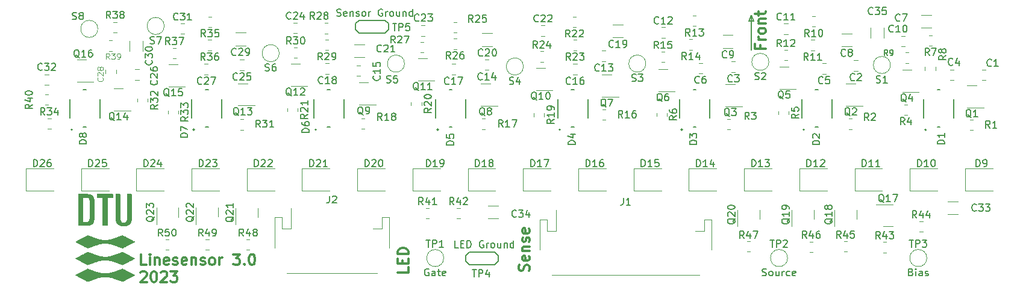
<source format=gbr>
%TF.GenerationSoftware,KiCad,Pcbnew,7.0.7-7.0.7~ubuntu22.04.1*%
%TF.CreationDate,2023-10-01T18:15:33+02:00*%
%TF.ProjectId,linesensor_v3,6c696e65-7365-46e7-936f-725f76332e6b,rev?*%
%TF.SameCoordinates,Original*%
%TF.FileFunction,Legend,Top*%
%TF.FilePolarity,Positive*%
%FSLAX46Y46*%
G04 Gerber Fmt 4.6, Leading zero omitted, Abs format (unit mm)*
G04 Created by KiCad (PCBNEW 7.0.7-7.0.7~ubuntu22.04.1) date 2023-10-01 18:15:33*
%MOMM*%
%LPD*%
G01*
G04 APERTURE LIST*
%ADD10C,0.300000*%
%ADD11C,0.200000*%
%ADD12C,0.150000*%
%ADD13C,0.125000*%
%ADD14C,0.120000*%
%ADD15C,0.152400*%
G04 APERTURE END LIST*
D10*
X154896013Y-66100703D02*
X154896013Y-66600703D01*
X155681727Y-66600703D02*
X154181727Y-66600703D01*
X154181727Y-66600703D02*
X154181727Y-65886417D01*
X155681727Y-65314989D02*
X154681727Y-65314989D01*
X154967441Y-65314989D02*
X154824584Y-65243560D01*
X154824584Y-65243560D02*
X154753156Y-65172132D01*
X154753156Y-65172132D02*
X154681727Y-65029274D01*
X154681727Y-65029274D02*
X154681727Y-64886417D01*
X155681727Y-64172132D02*
X155610299Y-64314989D01*
X155610299Y-64314989D02*
X155538870Y-64386418D01*
X155538870Y-64386418D02*
X155396013Y-64457846D01*
X155396013Y-64457846D02*
X154967441Y-64457846D01*
X154967441Y-64457846D02*
X154824584Y-64386418D01*
X154824584Y-64386418D02*
X154753156Y-64314989D01*
X154753156Y-64314989D02*
X154681727Y-64172132D01*
X154681727Y-64172132D02*
X154681727Y-63957846D01*
X154681727Y-63957846D02*
X154753156Y-63814989D01*
X154753156Y-63814989D02*
X154824584Y-63743561D01*
X154824584Y-63743561D02*
X154967441Y-63672132D01*
X154967441Y-63672132D02*
X155396013Y-63672132D01*
X155396013Y-63672132D02*
X155538870Y-63743561D01*
X155538870Y-63743561D02*
X155610299Y-63814989D01*
X155610299Y-63814989D02*
X155681727Y-63957846D01*
X155681727Y-63957846D02*
X155681727Y-64172132D01*
X154681727Y-63029275D02*
X155681727Y-63029275D01*
X154824584Y-63029275D02*
X154753156Y-62957846D01*
X154753156Y-62957846D02*
X154681727Y-62814989D01*
X154681727Y-62814989D02*
X154681727Y-62600703D01*
X154681727Y-62600703D02*
X154753156Y-62457846D01*
X154753156Y-62457846D02*
X154896013Y-62386418D01*
X154896013Y-62386418D02*
X155681727Y-62386418D01*
X154681727Y-61886417D02*
X154681727Y-61314989D01*
X154181727Y-61672132D02*
X155467441Y-61672132D01*
X155467441Y-61672132D02*
X155610299Y-61600703D01*
X155610299Y-61600703D02*
X155681727Y-61457846D01*
X155681727Y-61457846D02*
X155681727Y-61314989D01*
D11*
X153306450Y-62686110D02*
X153674052Y-61865131D01*
X154029401Y-62698363D02*
X153306450Y-62686110D01*
X153674052Y-61865131D02*
X154029401Y-62698363D01*
X153649545Y-66791002D02*
X153661798Y-61828371D01*
D10*
X122394907Y-97844754D02*
X122466335Y-97630469D01*
X122466335Y-97630469D02*
X122466335Y-97273326D01*
X122466335Y-97273326D02*
X122394907Y-97130469D01*
X122394907Y-97130469D02*
X122323478Y-97059040D01*
X122323478Y-97059040D02*
X122180621Y-96987611D01*
X122180621Y-96987611D02*
X122037764Y-96987611D01*
X122037764Y-96987611D02*
X121894907Y-97059040D01*
X121894907Y-97059040D02*
X121823478Y-97130469D01*
X121823478Y-97130469D02*
X121752049Y-97273326D01*
X121752049Y-97273326D02*
X121680621Y-97559040D01*
X121680621Y-97559040D02*
X121609192Y-97701897D01*
X121609192Y-97701897D02*
X121537764Y-97773326D01*
X121537764Y-97773326D02*
X121394907Y-97844754D01*
X121394907Y-97844754D02*
X121252049Y-97844754D01*
X121252049Y-97844754D02*
X121109192Y-97773326D01*
X121109192Y-97773326D02*
X121037764Y-97701897D01*
X121037764Y-97701897D02*
X120966335Y-97559040D01*
X120966335Y-97559040D02*
X120966335Y-97201897D01*
X120966335Y-97201897D02*
X121037764Y-96987611D01*
X122394907Y-95773326D02*
X122466335Y-95916183D01*
X122466335Y-95916183D02*
X122466335Y-96201898D01*
X122466335Y-96201898D02*
X122394907Y-96344755D01*
X122394907Y-96344755D02*
X122252049Y-96416183D01*
X122252049Y-96416183D02*
X121680621Y-96416183D01*
X121680621Y-96416183D02*
X121537764Y-96344755D01*
X121537764Y-96344755D02*
X121466335Y-96201898D01*
X121466335Y-96201898D02*
X121466335Y-95916183D01*
X121466335Y-95916183D02*
X121537764Y-95773326D01*
X121537764Y-95773326D02*
X121680621Y-95701898D01*
X121680621Y-95701898D02*
X121823478Y-95701898D01*
X121823478Y-95701898D02*
X121966335Y-96416183D01*
X121466335Y-95059041D02*
X122466335Y-95059041D01*
X121609192Y-95059041D02*
X121537764Y-94987612D01*
X121537764Y-94987612D02*
X121466335Y-94844755D01*
X121466335Y-94844755D02*
X121466335Y-94630469D01*
X121466335Y-94630469D02*
X121537764Y-94487612D01*
X121537764Y-94487612D02*
X121680621Y-94416184D01*
X121680621Y-94416184D02*
X122466335Y-94416184D01*
X122394907Y-93773326D02*
X122466335Y-93630469D01*
X122466335Y-93630469D02*
X122466335Y-93344755D01*
X122466335Y-93344755D02*
X122394907Y-93201898D01*
X122394907Y-93201898D02*
X122252049Y-93130469D01*
X122252049Y-93130469D02*
X122180621Y-93130469D01*
X122180621Y-93130469D02*
X122037764Y-93201898D01*
X122037764Y-93201898D02*
X121966335Y-93344755D01*
X121966335Y-93344755D02*
X121966335Y-93559041D01*
X121966335Y-93559041D02*
X121894907Y-93701898D01*
X121894907Y-93701898D02*
X121752049Y-93773326D01*
X121752049Y-93773326D02*
X121680621Y-93773326D01*
X121680621Y-93773326D02*
X121537764Y-93701898D01*
X121537764Y-93701898D02*
X121466335Y-93559041D01*
X121466335Y-93559041D02*
X121466335Y-93344755D01*
X121466335Y-93344755D02*
X121537764Y-93201898D01*
X122394907Y-91916183D02*
X122466335Y-92059040D01*
X122466335Y-92059040D02*
X122466335Y-92344755D01*
X122466335Y-92344755D02*
X122394907Y-92487612D01*
X122394907Y-92487612D02*
X122252049Y-92559040D01*
X122252049Y-92559040D02*
X121680621Y-92559040D01*
X121680621Y-92559040D02*
X121537764Y-92487612D01*
X121537764Y-92487612D02*
X121466335Y-92344755D01*
X121466335Y-92344755D02*
X121466335Y-92059040D01*
X121466335Y-92059040D02*
X121537764Y-91916183D01*
X121537764Y-91916183D02*
X121680621Y-91844755D01*
X121680621Y-91844755D02*
X121823478Y-91844755D01*
X121823478Y-91844755D02*
X121966335Y-92559040D01*
X105464711Y-97349666D02*
X105464711Y-98063952D01*
X105464711Y-98063952D02*
X103964711Y-98063952D01*
X104678997Y-96849666D02*
X104678997Y-96349666D01*
X105464711Y-96135380D02*
X105464711Y-96849666D01*
X105464711Y-96849666D02*
X103964711Y-96849666D01*
X103964711Y-96849666D02*
X103964711Y-96135380D01*
X105464711Y-95492523D02*
X103964711Y-95492523D01*
X103964711Y-95492523D02*
X103964711Y-95135380D01*
X103964711Y-95135380D02*
X104036140Y-94921094D01*
X104036140Y-94921094D02*
X104178997Y-94778237D01*
X104178997Y-94778237D02*
X104321854Y-94706808D01*
X104321854Y-94706808D02*
X104607568Y-94635380D01*
X104607568Y-94635380D02*
X104821854Y-94635380D01*
X104821854Y-94635380D02*
X105107568Y-94706808D01*
X105107568Y-94706808D02*
X105250425Y-94778237D01*
X105250425Y-94778237D02*
X105393283Y-94921094D01*
X105393283Y-94921094D02*
X105464711Y-95135380D01*
X105464711Y-95135380D02*
X105464711Y-95492523D01*
X68635162Y-96998666D02*
X67920876Y-96998666D01*
X67920876Y-96998666D02*
X67920876Y-95498666D01*
X69135162Y-96998666D02*
X69135162Y-95998666D01*
X69135162Y-95498666D02*
X69063734Y-95570095D01*
X69063734Y-95570095D02*
X69135162Y-95641523D01*
X69135162Y-95641523D02*
X69206591Y-95570095D01*
X69206591Y-95570095D02*
X69135162Y-95498666D01*
X69135162Y-95498666D02*
X69135162Y-95641523D01*
X69849448Y-95998666D02*
X69849448Y-96998666D01*
X69849448Y-96141523D02*
X69920877Y-96070095D01*
X69920877Y-96070095D02*
X70063734Y-95998666D01*
X70063734Y-95998666D02*
X70278020Y-95998666D01*
X70278020Y-95998666D02*
X70420877Y-96070095D01*
X70420877Y-96070095D02*
X70492306Y-96212952D01*
X70492306Y-96212952D02*
X70492306Y-96998666D01*
X71778020Y-96927238D02*
X71635163Y-96998666D01*
X71635163Y-96998666D02*
X71349449Y-96998666D01*
X71349449Y-96998666D02*
X71206591Y-96927238D01*
X71206591Y-96927238D02*
X71135163Y-96784380D01*
X71135163Y-96784380D02*
X71135163Y-96212952D01*
X71135163Y-96212952D02*
X71206591Y-96070095D01*
X71206591Y-96070095D02*
X71349449Y-95998666D01*
X71349449Y-95998666D02*
X71635163Y-95998666D01*
X71635163Y-95998666D02*
X71778020Y-96070095D01*
X71778020Y-96070095D02*
X71849449Y-96212952D01*
X71849449Y-96212952D02*
X71849449Y-96355809D01*
X71849449Y-96355809D02*
X71135163Y-96498666D01*
X72420877Y-96927238D02*
X72563734Y-96998666D01*
X72563734Y-96998666D02*
X72849448Y-96998666D01*
X72849448Y-96998666D02*
X72992305Y-96927238D01*
X72992305Y-96927238D02*
X73063734Y-96784380D01*
X73063734Y-96784380D02*
X73063734Y-96712952D01*
X73063734Y-96712952D02*
X72992305Y-96570095D01*
X72992305Y-96570095D02*
X72849448Y-96498666D01*
X72849448Y-96498666D02*
X72635163Y-96498666D01*
X72635163Y-96498666D02*
X72492305Y-96427238D01*
X72492305Y-96427238D02*
X72420877Y-96284380D01*
X72420877Y-96284380D02*
X72420877Y-96212952D01*
X72420877Y-96212952D02*
X72492305Y-96070095D01*
X72492305Y-96070095D02*
X72635163Y-95998666D01*
X72635163Y-95998666D02*
X72849448Y-95998666D01*
X72849448Y-95998666D02*
X72992305Y-96070095D01*
X74278020Y-96927238D02*
X74135163Y-96998666D01*
X74135163Y-96998666D02*
X73849449Y-96998666D01*
X73849449Y-96998666D02*
X73706591Y-96927238D01*
X73706591Y-96927238D02*
X73635163Y-96784380D01*
X73635163Y-96784380D02*
X73635163Y-96212952D01*
X73635163Y-96212952D02*
X73706591Y-96070095D01*
X73706591Y-96070095D02*
X73849449Y-95998666D01*
X73849449Y-95998666D02*
X74135163Y-95998666D01*
X74135163Y-95998666D02*
X74278020Y-96070095D01*
X74278020Y-96070095D02*
X74349449Y-96212952D01*
X74349449Y-96212952D02*
X74349449Y-96355809D01*
X74349449Y-96355809D02*
X73635163Y-96498666D01*
X74992305Y-95998666D02*
X74992305Y-96998666D01*
X74992305Y-96141523D02*
X75063734Y-96070095D01*
X75063734Y-96070095D02*
X75206591Y-95998666D01*
X75206591Y-95998666D02*
X75420877Y-95998666D01*
X75420877Y-95998666D02*
X75563734Y-96070095D01*
X75563734Y-96070095D02*
X75635163Y-96212952D01*
X75635163Y-96212952D02*
X75635163Y-96998666D01*
X76278020Y-96927238D02*
X76420877Y-96998666D01*
X76420877Y-96998666D02*
X76706591Y-96998666D01*
X76706591Y-96998666D02*
X76849448Y-96927238D01*
X76849448Y-96927238D02*
X76920877Y-96784380D01*
X76920877Y-96784380D02*
X76920877Y-96712952D01*
X76920877Y-96712952D02*
X76849448Y-96570095D01*
X76849448Y-96570095D02*
X76706591Y-96498666D01*
X76706591Y-96498666D02*
X76492306Y-96498666D01*
X76492306Y-96498666D02*
X76349448Y-96427238D01*
X76349448Y-96427238D02*
X76278020Y-96284380D01*
X76278020Y-96284380D02*
X76278020Y-96212952D01*
X76278020Y-96212952D02*
X76349448Y-96070095D01*
X76349448Y-96070095D02*
X76492306Y-95998666D01*
X76492306Y-95998666D02*
X76706591Y-95998666D01*
X76706591Y-95998666D02*
X76849448Y-96070095D01*
X77778020Y-96998666D02*
X77635163Y-96927238D01*
X77635163Y-96927238D02*
X77563734Y-96855809D01*
X77563734Y-96855809D02*
X77492306Y-96712952D01*
X77492306Y-96712952D02*
X77492306Y-96284380D01*
X77492306Y-96284380D02*
X77563734Y-96141523D01*
X77563734Y-96141523D02*
X77635163Y-96070095D01*
X77635163Y-96070095D02*
X77778020Y-95998666D01*
X77778020Y-95998666D02*
X77992306Y-95998666D01*
X77992306Y-95998666D02*
X78135163Y-96070095D01*
X78135163Y-96070095D02*
X78206592Y-96141523D01*
X78206592Y-96141523D02*
X78278020Y-96284380D01*
X78278020Y-96284380D02*
X78278020Y-96712952D01*
X78278020Y-96712952D02*
X78206592Y-96855809D01*
X78206592Y-96855809D02*
X78135163Y-96927238D01*
X78135163Y-96927238D02*
X77992306Y-96998666D01*
X77992306Y-96998666D02*
X77778020Y-96998666D01*
X78920877Y-96998666D02*
X78920877Y-95998666D01*
X78920877Y-96284380D02*
X78992306Y-96141523D01*
X78992306Y-96141523D02*
X79063735Y-96070095D01*
X79063735Y-96070095D02*
X79206592Y-95998666D01*
X79206592Y-95998666D02*
X79349449Y-95998666D01*
X80849448Y-95498666D02*
X81778020Y-95498666D01*
X81778020Y-95498666D02*
X81278020Y-96070095D01*
X81278020Y-96070095D02*
X81492305Y-96070095D01*
X81492305Y-96070095D02*
X81635163Y-96141523D01*
X81635163Y-96141523D02*
X81706591Y-96212952D01*
X81706591Y-96212952D02*
X81778020Y-96355809D01*
X81778020Y-96355809D02*
X81778020Y-96712952D01*
X81778020Y-96712952D02*
X81706591Y-96855809D01*
X81706591Y-96855809D02*
X81635163Y-96927238D01*
X81635163Y-96927238D02*
X81492305Y-96998666D01*
X81492305Y-96998666D02*
X81063734Y-96998666D01*
X81063734Y-96998666D02*
X80920877Y-96927238D01*
X80920877Y-96927238D02*
X80849448Y-96855809D01*
X82420876Y-96855809D02*
X82492305Y-96927238D01*
X82492305Y-96927238D02*
X82420876Y-96998666D01*
X82420876Y-96998666D02*
X82349448Y-96927238D01*
X82349448Y-96927238D02*
X82420876Y-96855809D01*
X82420876Y-96855809D02*
X82420876Y-96998666D01*
X83420877Y-95498666D02*
X83563734Y-95498666D01*
X83563734Y-95498666D02*
X83706591Y-95570095D01*
X83706591Y-95570095D02*
X83778020Y-95641523D01*
X83778020Y-95641523D02*
X83849448Y-95784380D01*
X83849448Y-95784380D02*
X83920877Y-96070095D01*
X83920877Y-96070095D02*
X83920877Y-96427238D01*
X83920877Y-96427238D02*
X83849448Y-96712952D01*
X83849448Y-96712952D02*
X83778020Y-96855809D01*
X83778020Y-96855809D02*
X83706591Y-96927238D01*
X83706591Y-96927238D02*
X83563734Y-96998666D01*
X83563734Y-96998666D02*
X83420877Y-96998666D01*
X83420877Y-96998666D02*
X83278020Y-96927238D01*
X83278020Y-96927238D02*
X83206591Y-96855809D01*
X83206591Y-96855809D02*
X83135162Y-96712952D01*
X83135162Y-96712952D02*
X83063734Y-96427238D01*
X83063734Y-96427238D02*
X83063734Y-96070095D01*
X83063734Y-96070095D02*
X83135162Y-95784380D01*
X83135162Y-95784380D02*
X83206591Y-95641523D01*
X83206591Y-95641523D02*
X83278020Y-95570095D01*
X83278020Y-95570095D02*
X83420877Y-95498666D01*
X67849448Y-98056523D02*
X67920876Y-97985095D01*
X67920876Y-97985095D02*
X68063734Y-97913666D01*
X68063734Y-97913666D02*
X68420876Y-97913666D01*
X68420876Y-97913666D02*
X68563734Y-97985095D01*
X68563734Y-97985095D02*
X68635162Y-98056523D01*
X68635162Y-98056523D02*
X68706591Y-98199380D01*
X68706591Y-98199380D02*
X68706591Y-98342238D01*
X68706591Y-98342238D02*
X68635162Y-98556523D01*
X68635162Y-98556523D02*
X67778019Y-99413666D01*
X67778019Y-99413666D02*
X68706591Y-99413666D01*
X69635162Y-97913666D02*
X69778019Y-97913666D01*
X69778019Y-97913666D02*
X69920876Y-97985095D01*
X69920876Y-97985095D02*
X69992305Y-98056523D01*
X69992305Y-98056523D02*
X70063733Y-98199380D01*
X70063733Y-98199380D02*
X70135162Y-98485095D01*
X70135162Y-98485095D02*
X70135162Y-98842238D01*
X70135162Y-98842238D02*
X70063733Y-99127952D01*
X70063733Y-99127952D02*
X69992305Y-99270809D01*
X69992305Y-99270809D02*
X69920876Y-99342238D01*
X69920876Y-99342238D02*
X69778019Y-99413666D01*
X69778019Y-99413666D02*
X69635162Y-99413666D01*
X69635162Y-99413666D02*
X69492305Y-99342238D01*
X69492305Y-99342238D02*
X69420876Y-99270809D01*
X69420876Y-99270809D02*
X69349447Y-99127952D01*
X69349447Y-99127952D02*
X69278019Y-98842238D01*
X69278019Y-98842238D02*
X69278019Y-98485095D01*
X69278019Y-98485095D02*
X69349447Y-98199380D01*
X69349447Y-98199380D02*
X69420876Y-98056523D01*
X69420876Y-98056523D02*
X69492305Y-97985095D01*
X69492305Y-97985095D02*
X69635162Y-97913666D01*
X70706590Y-98056523D02*
X70778018Y-97985095D01*
X70778018Y-97985095D02*
X70920876Y-97913666D01*
X70920876Y-97913666D02*
X71278018Y-97913666D01*
X71278018Y-97913666D02*
X71420876Y-97985095D01*
X71420876Y-97985095D02*
X71492304Y-98056523D01*
X71492304Y-98056523D02*
X71563733Y-98199380D01*
X71563733Y-98199380D02*
X71563733Y-98342238D01*
X71563733Y-98342238D02*
X71492304Y-98556523D01*
X71492304Y-98556523D02*
X70635161Y-99413666D01*
X70635161Y-99413666D02*
X71563733Y-99413666D01*
X72063732Y-97913666D02*
X72992304Y-97913666D01*
X72992304Y-97913666D02*
X72492304Y-98485095D01*
X72492304Y-98485095D02*
X72706589Y-98485095D01*
X72706589Y-98485095D02*
X72849447Y-98556523D01*
X72849447Y-98556523D02*
X72920875Y-98627952D01*
X72920875Y-98627952D02*
X72992304Y-98770809D01*
X72992304Y-98770809D02*
X72992304Y-99127952D01*
X72992304Y-99127952D02*
X72920875Y-99270809D01*
X72920875Y-99270809D02*
X72849447Y-99342238D01*
X72849447Y-99342238D02*
X72706589Y-99413666D01*
X72706589Y-99413666D02*
X72278018Y-99413666D01*
X72278018Y-99413666D02*
X72135161Y-99342238D01*
X72135161Y-99342238D02*
X72063732Y-99270809D01*
D12*
X58260837Y-62428913D02*
X58403694Y-62476532D01*
X58403694Y-62476532D02*
X58641789Y-62476532D01*
X58641789Y-62476532D02*
X58737027Y-62428913D01*
X58737027Y-62428913D02*
X58784646Y-62381293D01*
X58784646Y-62381293D02*
X58832265Y-62286055D01*
X58832265Y-62286055D02*
X58832265Y-62190817D01*
X58832265Y-62190817D02*
X58784646Y-62095579D01*
X58784646Y-62095579D02*
X58737027Y-62047960D01*
X58737027Y-62047960D02*
X58641789Y-62000341D01*
X58641789Y-62000341D02*
X58451313Y-61952722D01*
X58451313Y-61952722D02*
X58356075Y-61905103D01*
X58356075Y-61905103D02*
X58308456Y-61857484D01*
X58308456Y-61857484D02*
X58260837Y-61762246D01*
X58260837Y-61762246D02*
X58260837Y-61667008D01*
X58260837Y-61667008D02*
X58308456Y-61571770D01*
X58308456Y-61571770D02*
X58356075Y-61524151D01*
X58356075Y-61524151D02*
X58451313Y-61476532D01*
X58451313Y-61476532D02*
X58689408Y-61476532D01*
X58689408Y-61476532D02*
X58832265Y-61524151D01*
X59403694Y-61905103D02*
X59308456Y-61857484D01*
X59308456Y-61857484D02*
X59260837Y-61809865D01*
X59260837Y-61809865D02*
X59213218Y-61714627D01*
X59213218Y-61714627D02*
X59213218Y-61667008D01*
X59213218Y-61667008D02*
X59260837Y-61571770D01*
X59260837Y-61571770D02*
X59308456Y-61524151D01*
X59308456Y-61524151D02*
X59403694Y-61476532D01*
X59403694Y-61476532D02*
X59594170Y-61476532D01*
X59594170Y-61476532D02*
X59689408Y-61524151D01*
X59689408Y-61524151D02*
X59737027Y-61571770D01*
X59737027Y-61571770D02*
X59784646Y-61667008D01*
X59784646Y-61667008D02*
X59784646Y-61714627D01*
X59784646Y-61714627D02*
X59737027Y-61809865D01*
X59737027Y-61809865D02*
X59689408Y-61857484D01*
X59689408Y-61857484D02*
X59594170Y-61905103D01*
X59594170Y-61905103D02*
X59403694Y-61905103D01*
X59403694Y-61905103D02*
X59308456Y-61952722D01*
X59308456Y-61952722D02*
X59260837Y-62000341D01*
X59260837Y-62000341D02*
X59213218Y-62095579D01*
X59213218Y-62095579D02*
X59213218Y-62286055D01*
X59213218Y-62286055D02*
X59260837Y-62381293D01*
X59260837Y-62381293D02*
X59308456Y-62428913D01*
X59308456Y-62428913D02*
X59403694Y-62476532D01*
X59403694Y-62476532D02*
X59594170Y-62476532D01*
X59594170Y-62476532D02*
X59689408Y-62428913D01*
X59689408Y-62428913D02*
X59737027Y-62381293D01*
X59737027Y-62381293D02*
X59784646Y-62286055D01*
X59784646Y-62286055D02*
X59784646Y-62095579D01*
X59784646Y-62095579D02*
X59737027Y-62000341D01*
X59737027Y-62000341D02*
X59689408Y-61952722D01*
X59689408Y-61952722D02*
X59594170Y-61905103D01*
X102419408Y-71327260D02*
X102562265Y-71374879D01*
X102562265Y-71374879D02*
X102800360Y-71374879D01*
X102800360Y-71374879D02*
X102895598Y-71327260D01*
X102895598Y-71327260D02*
X102943217Y-71279640D01*
X102943217Y-71279640D02*
X102990836Y-71184402D01*
X102990836Y-71184402D02*
X102990836Y-71089164D01*
X102990836Y-71089164D02*
X102943217Y-70993926D01*
X102943217Y-70993926D02*
X102895598Y-70946307D01*
X102895598Y-70946307D02*
X102800360Y-70898688D01*
X102800360Y-70898688D02*
X102609884Y-70851069D01*
X102609884Y-70851069D02*
X102514646Y-70803450D01*
X102514646Y-70803450D02*
X102467027Y-70755831D01*
X102467027Y-70755831D02*
X102419408Y-70660593D01*
X102419408Y-70660593D02*
X102419408Y-70565355D01*
X102419408Y-70565355D02*
X102467027Y-70470117D01*
X102467027Y-70470117D02*
X102514646Y-70422498D01*
X102514646Y-70422498D02*
X102609884Y-70374879D01*
X102609884Y-70374879D02*
X102847979Y-70374879D01*
X102847979Y-70374879D02*
X102990836Y-70422498D01*
X103895598Y-70374879D02*
X103419408Y-70374879D01*
X103419408Y-70374879D02*
X103371789Y-70851069D01*
X103371789Y-70851069D02*
X103419408Y-70803450D01*
X103419408Y-70803450D02*
X103514646Y-70755831D01*
X103514646Y-70755831D02*
X103752741Y-70755831D01*
X103752741Y-70755831D02*
X103847979Y-70803450D01*
X103847979Y-70803450D02*
X103895598Y-70851069D01*
X103895598Y-70851069D02*
X103943217Y-70946307D01*
X103943217Y-70946307D02*
X103943217Y-71184402D01*
X103943217Y-71184402D02*
X103895598Y-71279640D01*
X103895598Y-71279640D02*
X103847979Y-71327260D01*
X103847979Y-71327260D02*
X103752741Y-71374879D01*
X103752741Y-71374879D02*
X103514646Y-71374879D01*
X103514646Y-71374879D02*
X103419408Y-71327260D01*
X103419408Y-71327260D02*
X103371789Y-71279640D01*
X85358494Y-69669719D02*
X85501351Y-69717338D01*
X85501351Y-69717338D02*
X85739446Y-69717338D01*
X85739446Y-69717338D02*
X85834684Y-69669719D01*
X85834684Y-69669719D02*
X85882303Y-69622099D01*
X85882303Y-69622099D02*
X85929922Y-69526861D01*
X85929922Y-69526861D02*
X85929922Y-69431623D01*
X85929922Y-69431623D02*
X85882303Y-69336385D01*
X85882303Y-69336385D02*
X85834684Y-69288766D01*
X85834684Y-69288766D02*
X85739446Y-69241147D01*
X85739446Y-69241147D02*
X85548970Y-69193528D01*
X85548970Y-69193528D02*
X85453732Y-69145909D01*
X85453732Y-69145909D02*
X85406113Y-69098290D01*
X85406113Y-69098290D02*
X85358494Y-69003052D01*
X85358494Y-69003052D02*
X85358494Y-68907814D01*
X85358494Y-68907814D02*
X85406113Y-68812576D01*
X85406113Y-68812576D02*
X85453732Y-68764957D01*
X85453732Y-68764957D02*
X85548970Y-68717338D01*
X85548970Y-68717338D02*
X85787065Y-68717338D01*
X85787065Y-68717338D02*
X85929922Y-68764957D01*
X86787065Y-68717338D02*
X86596589Y-68717338D01*
X86596589Y-68717338D02*
X86501351Y-68764957D01*
X86501351Y-68764957D02*
X86453732Y-68812576D01*
X86453732Y-68812576D02*
X86358494Y-68955433D01*
X86358494Y-68955433D02*
X86310875Y-69145909D01*
X86310875Y-69145909D02*
X86310875Y-69526861D01*
X86310875Y-69526861D02*
X86358494Y-69622099D01*
X86358494Y-69622099D02*
X86406113Y-69669719D01*
X86406113Y-69669719D02*
X86501351Y-69717338D01*
X86501351Y-69717338D02*
X86691827Y-69717338D01*
X86691827Y-69717338D02*
X86787065Y-69669719D01*
X86787065Y-69669719D02*
X86834684Y-69622099D01*
X86834684Y-69622099D02*
X86882303Y-69526861D01*
X86882303Y-69526861D02*
X86882303Y-69288766D01*
X86882303Y-69288766D02*
X86834684Y-69193528D01*
X86834684Y-69193528D02*
X86787065Y-69145909D01*
X86787065Y-69145909D02*
X86691827Y-69098290D01*
X86691827Y-69098290D02*
X86501351Y-69098290D01*
X86501351Y-69098290D02*
X86406113Y-69145909D01*
X86406113Y-69145909D02*
X86358494Y-69193528D01*
X86358494Y-69193528D02*
X86310875Y-69288766D01*
X171248830Y-71327625D02*
X171391687Y-71375244D01*
X171391687Y-71375244D02*
X171629782Y-71375244D01*
X171629782Y-71375244D02*
X171725020Y-71327625D01*
X171725020Y-71327625D02*
X171772639Y-71280005D01*
X171772639Y-71280005D02*
X171820258Y-71184767D01*
X171820258Y-71184767D02*
X171820258Y-71089529D01*
X171820258Y-71089529D02*
X171772639Y-70994291D01*
X171772639Y-70994291D02*
X171725020Y-70946672D01*
X171725020Y-70946672D02*
X171629782Y-70899053D01*
X171629782Y-70899053D02*
X171439306Y-70851434D01*
X171439306Y-70851434D02*
X171344068Y-70803815D01*
X171344068Y-70803815D02*
X171296449Y-70756196D01*
X171296449Y-70756196D02*
X171248830Y-70660958D01*
X171248830Y-70660958D02*
X171248830Y-70565720D01*
X171248830Y-70565720D02*
X171296449Y-70470482D01*
X171296449Y-70470482D02*
X171344068Y-70422863D01*
X171344068Y-70422863D02*
X171439306Y-70375244D01*
X171439306Y-70375244D02*
X171677401Y-70375244D01*
X171677401Y-70375244D02*
X171820258Y-70422863D01*
X172772639Y-71375244D02*
X172201211Y-71375244D01*
X172486925Y-71375244D02*
X172486925Y-70375244D01*
X172486925Y-70375244D02*
X172391687Y-70518101D01*
X172391687Y-70518101D02*
X172296449Y-70613339D01*
X172296449Y-70613339D02*
X172201211Y-70660958D01*
X136876545Y-71133531D02*
X137019402Y-71181150D01*
X137019402Y-71181150D02*
X137257497Y-71181150D01*
X137257497Y-71181150D02*
X137352735Y-71133531D01*
X137352735Y-71133531D02*
X137400354Y-71085911D01*
X137400354Y-71085911D02*
X137447973Y-70990673D01*
X137447973Y-70990673D02*
X137447973Y-70895435D01*
X137447973Y-70895435D02*
X137400354Y-70800197D01*
X137400354Y-70800197D02*
X137352735Y-70752578D01*
X137352735Y-70752578D02*
X137257497Y-70704959D01*
X137257497Y-70704959D02*
X137067021Y-70657340D01*
X137067021Y-70657340D02*
X136971783Y-70609721D01*
X136971783Y-70609721D02*
X136924164Y-70562102D01*
X136924164Y-70562102D02*
X136876545Y-70466864D01*
X136876545Y-70466864D02*
X136876545Y-70371626D01*
X136876545Y-70371626D02*
X136924164Y-70276388D01*
X136924164Y-70276388D02*
X136971783Y-70228769D01*
X136971783Y-70228769D02*
X137067021Y-70181150D01*
X137067021Y-70181150D02*
X137305116Y-70181150D01*
X137305116Y-70181150D02*
X137447973Y-70228769D01*
X137781307Y-70181150D02*
X138400354Y-70181150D01*
X138400354Y-70181150D02*
X138067021Y-70562102D01*
X138067021Y-70562102D02*
X138209878Y-70562102D01*
X138209878Y-70562102D02*
X138305116Y-70609721D01*
X138305116Y-70609721D02*
X138352735Y-70657340D01*
X138352735Y-70657340D02*
X138400354Y-70752578D01*
X138400354Y-70752578D02*
X138400354Y-70990673D01*
X138400354Y-70990673D02*
X138352735Y-71085911D01*
X138352735Y-71085911D02*
X138305116Y-71133531D01*
X138305116Y-71133531D02*
X138209878Y-71181150D01*
X138209878Y-71181150D02*
X137924164Y-71181150D01*
X137924164Y-71181150D02*
X137828926Y-71133531D01*
X137828926Y-71133531D02*
X137781307Y-71085911D01*
X154168557Y-70886503D02*
X154311414Y-70934122D01*
X154311414Y-70934122D02*
X154549509Y-70934122D01*
X154549509Y-70934122D02*
X154644747Y-70886503D01*
X154644747Y-70886503D02*
X154692366Y-70838883D01*
X154692366Y-70838883D02*
X154739985Y-70743645D01*
X154739985Y-70743645D02*
X154739985Y-70648407D01*
X154739985Y-70648407D02*
X154692366Y-70553169D01*
X154692366Y-70553169D02*
X154644747Y-70505550D01*
X154644747Y-70505550D02*
X154549509Y-70457931D01*
X154549509Y-70457931D02*
X154359033Y-70410312D01*
X154359033Y-70410312D02*
X154263795Y-70362693D01*
X154263795Y-70362693D02*
X154216176Y-70315074D01*
X154216176Y-70315074D02*
X154168557Y-70219836D01*
X154168557Y-70219836D02*
X154168557Y-70124598D01*
X154168557Y-70124598D02*
X154216176Y-70029360D01*
X154216176Y-70029360D02*
X154263795Y-69981741D01*
X154263795Y-69981741D02*
X154359033Y-69934122D01*
X154359033Y-69934122D02*
X154597128Y-69934122D01*
X154597128Y-69934122D02*
X154739985Y-69981741D01*
X155120938Y-70029360D02*
X155168557Y-69981741D01*
X155168557Y-69981741D02*
X155263795Y-69934122D01*
X155263795Y-69934122D02*
X155501890Y-69934122D01*
X155501890Y-69934122D02*
X155597128Y-69981741D01*
X155597128Y-69981741D02*
X155644747Y-70029360D01*
X155644747Y-70029360D02*
X155692366Y-70124598D01*
X155692366Y-70124598D02*
X155692366Y-70219836D01*
X155692366Y-70219836D02*
X155644747Y-70362693D01*
X155644747Y-70362693D02*
X155073319Y-70934122D01*
X155073319Y-70934122D02*
X155692366Y-70934122D01*
X119672757Y-71539364D02*
X119815614Y-71586983D01*
X119815614Y-71586983D02*
X120053709Y-71586983D01*
X120053709Y-71586983D02*
X120148947Y-71539364D01*
X120148947Y-71539364D02*
X120196566Y-71491744D01*
X120196566Y-71491744D02*
X120244185Y-71396506D01*
X120244185Y-71396506D02*
X120244185Y-71301268D01*
X120244185Y-71301268D02*
X120196566Y-71206030D01*
X120196566Y-71206030D02*
X120148947Y-71158411D01*
X120148947Y-71158411D02*
X120053709Y-71110792D01*
X120053709Y-71110792D02*
X119863233Y-71063173D01*
X119863233Y-71063173D02*
X119767995Y-71015554D01*
X119767995Y-71015554D02*
X119720376Y-70967935D01*
X119720376Y-70967935D02*
X119672757Y-70872697D01*
X119672757Y-70872697D02*
X119672757Y-70777459D01*
X119672757Y-70777459D02*
X119720376Y-70682221D01*
X119720376Y-70682221D02*
X119767995Y-70634602D01*
X119767995Y-70634602D02*
X119863233Y-70586983D01*
X119863233Y-70586983D02*
X120101328Y-70586983D01*
X120101328Y-70586983D02*
X120244185Y-70634602D01*
X121101328Y-70920316D02*
X121101328Y-71586983D01*
X120863233Y-70539364D02*
X120625138Y-71253649D01*
X120625138Y-71253649D02*
X121244185Y-71253649D01*
X69201109Y-65838210D02*
X69343966Y-65885829D01*
X69343966Y-65885829D02*
X69582061Y-65885829D01*
X69582061Y-65885829D02*
X69677299Y-65838210D01*
X69677299Y-65838210D02*
X69724918Y-65790590D01*
X69724918Y-65790590D02*
X69772537Y-65695352D01*
X69772537Y-65695352D02*
X69772537Y-65600114D01*
X69772537Y-65600114D02*
X69724918Y-65504876D01*
X69724918Y-65504876D02*
X69677299Y-65457257D01*
X69677299Y-65457257D02*
X69582061Y-65409638D01*
X69582061Y-65409638D02*
X69391585Y-65362019D01*
X69391585Y-65362019D02*
X69296347Y-65314400D01*
X69296347Y-65314400D02*
X69248728Y-65266781D01*
X69248728Y-65266781D02*
X69201109Y-65171543D01*
X69201109Y-65171543D02*
X69201109Y-65076305D01*
X69201109Y-65076305D02*
X69248728Y-64981067D01*
X69248728Y-64981067D02*
X69296347Y-64933448D01*
X69296347Y-64933448D02*
X69391585Y-64885829D01*
X69391585Y-64885829D02*
X69629680Y-64885829D01*
X69629680Y-64885829D02*
X69772537Y-64933448D01*
X70105871Y-64885829D02*
X70772537Y-64885829D01*
X70772537Y-64885829D02*
X70343966Y-65885829D01*
X94373947Y-87293329D02*
X94373947Y-88007614D01*
X94373947Y-88007614D02*
X94326328Y-88150471D01*
X94326328Y-88150471D02*
X94231090Y-88245710D01*
X94231090Y-88245710D02*
X94088233Y-88293329D01*
X94088233Y-88293329D02*
X93992995Y-88293329D01*
X94802519Y-87388567D02*
X94850138Y-87340948D01*
X94850138Y-87340948D02*
X94945376Y-87293329D01*
X94945376Y-87293329D02*
X95183471Y-87293329D01*
X95183471Y-87293329D02*
X95278709Y-87340948D01*
X95278709Y-87340948D02*
X95326328Y-87388567D01*
X95326328Y-87388567D02*
X95373947Y-87483805D01*
X95373947Y-87483805D02*
X95373947Y-87579043D01*
X95373947Y-87579043D02*
X95326328Y-87721900D01*
X95326328Y-87721900D02*
X94754900Y-88293329D01*
X94754900Y-88293329D02*
X95373947Y-88293329D01*
X135671909Y-87565140D02*
X135671909Y-88279425D01*
X135671909Y-88279425D02*
X135624290Y-88422282D01*
X135624290Y-88422282D02*
X135529052Y-88517521D01*
X135529052Y-88517521D02*
X135386195Y-88565140D01*
X135386195Y-88565140D02*
X135290957Y-88565140D01*
X136671909Y-88565140D02*
X136100481Y-88565140D01*
X136386195Y-88565140D02*
X136386195Y-87565140D01*
X136386195Y-87565140D02*
X136290957Y-87707997D01*
X136290957Y-87707997D02*
X136195719Y-87803235D01*
X136195719Y-87803235D02*
X136100481Y-87850854D01*
X103241599Y-63022095D02*
X103813027Y-63022095D01*
X103527313Y-64022095D02*
X103527313Y-63022095D01*
X104146361Y-64022095D02*
X104146361Y-63022095D01*
X104146361Y-63022095D02*
X104527313Y-63022095D01*
X104527313Y-63022095D02*
X104622551Y-63069714D01*
X104622551Y-63069714D02*
X104670170Y-63117333D01*
X104670170Y-63117333D02*
X104717789Y-63212571D01*
X104717789Y-63212571D02*
X104717789Y-63355428D01*
X104717789Y-63355428D02*
X104670170Y-63450666D01*
X104670170Y-63450666D02*
X104622551Y-63498285D01*
X104622551Y-63498285D02*
X104527313Y-63545904D01*
X104527313Y-63545904D02*
X104146361Y-63545904D01*
X105622551Y-63022095D02*
X105146361Y-63022095D01*
X105146361Y-63022095D02*
X105098742Y-63498285D01*
X105098742Y-63498285D02*
X105146361Y-63450666D01*
X105146361Y-63450666D02*
X105241599Y-63403047D01*
X105241599Y-63403047D02*
X105479694Y-63403047D01*
X105479694Y-63403047D02*
X105574932Y-63450666D01*
X105574932Y-63450666D02*
X105622551Y-63498285D01*
X105622551Y-63498285D02*
X105670170Y-63593523D01*
X105670170Y-63593523D02*
X105670170Y-63831618D01*
X105670170Y-63831618D02*
X105622551Y-63926856D01*
X105622551Y-63926856D02*
X105574932Y-63974476D01*
X105574932Y-63974476D02*
X105479694Y-64022095D01*
X105479694Y-64022095D02*
X105241599Y-64022095D01*
X105241599Y-64022095D02*
X105146361Y-63974476D01*
X105146361Y-63974476D02*
X105098742Y-63926856D01*
X95430208Y-61957638D02*
X95573065Y-62005257D01*
X95573065Y-62005257D02*
X95811160Y-62005257D01*
X95811160Y-62005257D02*
X95906398Y-61957638D01*
X95906398Y-61957638D02*
X95954017Y-61910018D01*
X95954017Y-61910018D02*
X96001636Y-61814780D01*
X96001636Y-61814780D02*
X96001636Y-61719542D01*
X96001636Y-61719542D02*
X95954017Y-61624304D01*
X95954017Y-61624304D02*
X95906398Y-61576685D01*
X95906398Y-61576685D02*
X95811160Y-61529066D01*
X95811160Y-61529066D02*
X95620684Y-61481447D01*
X95620684Y-61481447D02*
X95525446Y-61433828D01*
X95525446Y-61433828D02*
X95477827Y-61386209D01*
X95477827Y-61386209D02*
X95430208Y-61290971D01*
X95430208Y-61290971D02*
X95430208Y-61195733D01*
X95430208Y-61195733D02*
X95477827Y-61100495D01*
X95477827Y-61100495D02*
X95525446Y-61052876D01*
X95525446Y-61052876D02*
X95620684Y-61005257D01*
X95620684Y-61005257D02*
X95858779Y-61005257D01*
X95858779Y-61005257D02*
X96001636Y-61052876D01*
X96811160Y-61957638D02*
X96715922Y-62005257D01*
X96715922Y-62005257D02*
X96525446Y-62005257D01*
X96525446Y-62005257D02*
X96430208Y-61957638D01*
X96430208Y-61957638D02*
X96382589Y-61862399D01*
X96382589Y-61862399D02*
X96382589Y-61481447D01*
X96382589Y-61481447D02*
X96430208Y-61386209D01*
X96430208Y-61386209D02*
X96525446Y-61338590D01*
X96525446Y-61338590D02*
X96715922Y-61338590D01*
X96715922Y-61338590D02*
X96811160Y-61386209D01*
X96811160Y-61386209D02*
X96858779Y-61481447D01*
X96858779Y-61481447D02*
X96858779Y-61576685D01*
X96858779Y-61576685D02*
X96382589Y-61671923D01*
X97287351Y-61338590D02*
X97287351Y-62005257D01*
X97287351Y-61433828D02*
X97334970Y-61386209D01*
X97334970Y-61386209D02*
X97430208Y-61338590D01*
X97430208Y-61338590D02*
X97573065Y-61338590D01*
X97573065Y-61338590D02*
X97668303Y-61386209D01*
X97668303Y-61386209D02*
X97715922Y-61481447D01*
X97715922Y-61481447D02*
X97715922Y-62005257D01*
X98144494Y-61957638D02*
X98239732Y-62005257D01*
X98239732Y-62005257D02*
X98430208Y-62005257D01*
X98430208Y-62005257D02*
X98525446Y-61957638D01*
X98525446Y-61957638D02*
X98573065Y-61862399D01*
X98573065Y-61862399D02*
X98573065Y-61814780D01*
X98573065Y-61814780D02*
X98525446Y-61719542D01*
X98525446Y-61719542D02*
X98430208Y-61671923D01*
X98430208Y-61671923D02*
X98287351Y-61671923D01*
X98287351Y-61671923D02*
X98192113Y-61624304D01*
X98192113Y-61624304D02*
X98144494Y-61529066D01*
X98144494Y-61529066D02*
X98144494Y-61481447D01*
X98144494Y-61481447D02*
X98192113Y-61386209D01*
X98192113Y-61386209D02*
X98287351Y-61338590D01*
X98287351Y-61338590D02*
X98430208Y-61338590D01*
X98430208Y-61338590D02*
X98525446Y-61386209D01*
X99144494Y-62005257D02*
X99049256Y-61957638D01*
X99049256Y-61957638D02*
X99001637Y-61910018D01*
X99001637Y-61910018D02*
X98954018Y-61814780D01*
X98954018Y-61814780D02*
X98954018Y-61529066D01*
X98954018Y-61529066D02*
X99001637Y-61433828D01*
X99001637Y-61433828D02*
X99049256Y-61386209D01*
X99049256Y-61386209D02*
X99144494Y-61338590D01*
X99144494Y-61338590D02*
X99287351Y-61338590D01*
X99287351Y-61338590D02*
X99382589Y-61386209D01*
X99382589Y-61386209D02*
X99430208Y-61433828D01*
X99430208Y-61433828D02*
X99477827Y-61529066D01*
X99477827Y-61529066D02*
X99477827Y-61814780D01*
X99477827Y-61814780D02*
X99430208Y-61910018D01*
X99430208Y-61910018D02*
X99382589Y-61957638D01*
X99382589Y-61957638D02*
X99287351Y-62005257D01*
X99287351Y-62005257D02*
X99144494Y-62005257D01*
X99906399Y-62005257D02*
X99906399Y-61338590D01*
X99906399Y-61529066D02*
X99954018Y-61433828D01*
X99954018Y-61433828D02*
X100001637Y-61386209D01*
X100001637Y-61386209D02*
X100096875Y-61338590D01*
X100096875Y-61338590D02*
X100192113Y-61338590D01*
X101811161Y-61052876D02*
X101715923Y-61005257D01*
X101715923Y-61005257D02*
X101573066Y-61005257D01*
X101573066Y-61005257D02*
X101430209Y-61052876D01*
X101430209Y-61052876D02*
X101334971Y-61148114D01*
X101334971Y-61148114D02*
X101287352Y-61243352D01*
X101287352Y-61243352D02*
X101239733Y-61433828D01*
X101239733Y-61433828D02*
X101239733Y-61576685D01*
X101239733Y-61576685D02*
X101287352Y-61767161D01*
X101287352Y-61767161D02*
X101334971Y-61862399D01*
X101334971Y-61862399D02*
X101430209Y-61957638D01*
X101430209Y-61957638D02*
X101573066Y-62005257D01*
X101573066Y-62005257D02*
X101668304Y-62005257D01*
X101668304Y-62005257D02*
X101811161Y-61957638D01*
X101811161Y-61957638D02*
X101858780Y-61910018D01*
X101858780Y-61910018D02*
X101858780Y-61576685D01*
X101858780Y-61576685D02*
X101668304Y-61576685D01*
X102287352Y-62005257D02*
X102287352Y-61338590D01*
X102287352Y-61529066D02*
X102334971Y-61433828D01*
X102334971Y-61433828D02*
X102382590Y-61386209D01*
X102382590Y-61386209D02*
X102477828Y-61338590D01*
X102477828Y-61338590D02*
X102573066Y-61338590D01*
X103049257Y-62005257D02*
X102954019Y-61957638D01*
X102954019Y-61957638D02*
X102906400Y-61910018D01*
X102906400Y-61910018D02*
X102858781Y-61814780D01*
X102858781Y-61814780D02*
X102858781Y-61529066D01*
X102858781Y-61529066D02*
X102906400Y-61433828D01*
X102906400Y-61433828D02*
X102954019Y-61386209D01*
X102954019Y-61386209D02*
X103049257Y-61338590D01*
X103049257Y-61338590D02*
X103192114Y-61338590D01*
X103192114Y-61338590D02*
X103287352Y-61386209D01*
X103287352Y-61386209D02*
X103334971Y-61433828D01*
X103334971Y-61433828D02*
X103382590Y-61529066D01*
X103382590Y-61529066D02*
X103382590Y-61814780D01*
X103382590Y-61814780D02*
X103334971Y-61910018D01*
X103334971Y-61910018D02*
X103287352Y-61957638D01*
X103287352Y-61957638D02*
X103192114Y-62005257D01*
X103192114Y-62005257D02*
X103049257Y-62005257D01*
X104239733Y-61338590D02*
X104239733Y-62005257D01*
X103811162Y-61338590D02*
X103811162Y-61862399D01*
X103811162Y-61862399D02*
X103858781Y-61957638D01*
X103858781Y-61957638D02*
X103954019Y-62005257D01*
X103954019Y-62005257D02*
X104096876Y-62005257D01*
X104096876Y-62005257D02*
X104192114Y-61957638D01*
X104192114Y-61957638D02*
X104239733Y-61910018D01*
X104715924Y-61338590D02*
X104715924Y-62005257D01*
X104715924Y-61433828D02*
X104763543Y-61386209D01*
X104763543Y-61386209D02*
X104858781Y-61338590D01*
X104858781Y-61338590D02*
X105001638Y-61338590D01*
X105001638Y-61338590D02*
X105096876Y-61386209D01*
X105096876Y-61386209D02*
X105144495Y-61481447D01*
X105144495Y-61481447D02*
X105144495Y-62005257D01*
X106049257Y-62005257D02*
X106049257Y-61005257D01*
X106049257Y-61957638D02*
X105954019Y-62005257D01*
X105954019Y-62005257D02*
X105763543Y-62005257D01*
X105763543Y-62005257D02*
X105668305Y-61957638D01*
X105668305Y-61957638D02*
X105620686Y-61910018D01*
X105620686Y-61910018D02*
X105573067Y-61814780D01*
X105573067Y-61814780D02*
X105573067Y-61529066D01*
X105573067Y-61529066D02*
X105620686Y-61433828D01*
X105620686Y-61433828D02*
X105668305Y-61386209D01*
X105668305Y-61386209D02*
X105763543Y-61338590D01*
X105763543Y-61338590D02*
X105954019Y-61338590D01*
X105954019Y-61338590D02*
X106049257Y-61386209D01*
X114459202Y-97680147D02*
X115030630Y-97680147D01*
X114744916Y-98680147D02*
X114744916Y-97680147D01*
X115363964Y-98680147D02*
X115363964Y-97680147D01*
X115363964Y-97680147D02*
X115744916Y-97680147D01*
X115744916Y-97680147D02*
X115840154Y-97727766D01*
X115840154Y-97727766D02*
X115887773Y-97775385D01*
X115887773Y-97775385D02*
X115935392Y-97870623D01*
X115935392Y-97870623D02*
X115935392Y-98013480D01*
X115935392Y-98013480D02*
X115887773Y-98108718D01*
X115887773Y-98108718D02*
X115840154Y-98156337D01*
X115840154Y-98156337D02*
X115744916Y-98203956D01*
X115744916Y-98203956D02*
X115363964Y-98203956D01*
X116792535Y-98013480D02*
X116792535Y-98680147D01*
X116554440Y-97632528D02*
X116316345Y-98346813D01*
X116316345Y-98346813D02*
X116935392Y-98346813D01*
X112484279Y-94579238D02*
X112008089Y-94579238D01*
X112008089Y-94579238D02*
X112008089Y-93579238D01*
X112817613Y-94055428D02*
X113150946Y-94055428D01*
X113293803Y-94579238D02*
X112817613Y-94579238D01*
X112817613Y-94579238D02*
X112817613Y-93579238D01*
X112817613Y-93579238D02*
X113293803Y-93579238D01*
X113722375Y-94579238D02*
X113722375Y-93579238D01*
X113722375Y-93579238D02*
X113960470Y-93579238D01*
X113960470Y-93579238D02*
X114103327Y-93626857D01*
X114103327Y-93626857D02*
X114198565Y-93722095D01*
X114198565Y-93722095D02*
X114246184Y-93817333D01*
X114246184Y-93817333D02*
X114293803Y-94007809D01*
X114293803Y-94007809D02*
X114293803Y-94150666D01*
X114293803Y-94150666D02*
X114246184Y-94341142D01*
X114246184Y-94341142D02*
X114198565Y-94436380D01*
X114198565Y-94436380D02*
X114103327Y-94531619D01*
X114103327Y-94531619D02*
X113960470Y-94579238D01*
X113960470Y-94579238D02*
X113722375Y-94579238D01*
X116008089Y-93626857D02*
X115912851Y-93579238D01*
X115912851Y-93579238D02*
X115769994Y-93579238D01*
X115769994Y-93579238D02*
X115627137Y-93626857D01*
X115627137Y-93626857D02*
X115531899Y-93722095D01*
X115531899Y-93722095D02*
X115484280Y-93817333D01*
X115484280Y-93817333D02*
X115436661Y-94007809D01*
X115436661Y-94007809D02*
X115436661Y-94150666D01*
X115436661Y-94150666D02*
X115484280Y-94341142D01*
X115484280Y-94341142D02*
X115531899Y-94436380D01*
X115531899Y-94436380D02*
X115627137Y-94531619D01*
X115627137Y-94531619D02*
X115769994Y-94579238D01*
X115769994Y-94579238D02*
X115865232Y-94579238D01*
X115865232Y-94579238D02*
X116008089Y-94531619D01*
X116008089Y-94531619D02*
X116055708Y-94483999D01*
X116055708Y-94483999D02*
X116055708Y-94150666D01*
X116055708Y-94150666D02*
X115865232Y-94150666D01*
X116484280Y-94579238D02*
X116484280Y-93912571D01*
X116484280Y-94103047D02*
X116531899Y-94007809D01*
X116531899Y-94007809D02*
X116579518Y-93960190D01*
X116579518Y-93960190D02*
X116674756Y-93912571D01*
X116674756Y-93912571D02*
X116769994Y-93912571D01*
X117246185Y-94579238D02*
X117150947Y-94531619D01*
X117150947Y-94531619D02*
X117103328Y-94483999D01*
X117103328Y-94483999D02*
X117055709Y-94388761D01*
X117055709Y-94388761D02*
X117055709Y-94103047D01*
X117055709Y-94103047D02*
X117103328Y-94007809D01*
X117103328Y-94007809D02*
X117150947Y-93960190D01*
X117150947Y-93960190D02*
X117246185Y-93912571D01*
X117246185Y-93912571D02*
X117389042Y-93912571D01*
X117389042Y-93912571D02*
X117484280Y-93960190D01*
X117484280Y-93960190D02*
X117531899Y-94007809D01*
X117531899Y-94007809D02*
X117579518Y-94103047D01*
X117579518Y-94103047D02*
X117579518Y-94388761D01*
X117579518Y-94388761D02*
X117531899Y-94483999D01*
X117531899Y-94483999D02*
X117484280Y-94531619D01*
X117484280Y-94531619D02*
X117389042Y-94579238D01*
X117389042Y-94579238D02*
X117246185Y-94579238D01*
X118436661Y-93912571D02*
X118436661Y-94579238D01*
X118008090Y-93912571D02*
X118008090Y-94436380D01*
X118008090Y-94436380D02*
X118055709Y-94531619D01*
X118055709Y-94531619D02*
X118150947Y-94579238D01*
X118150947Y-94579238D02*
X118293804Y-94579238D01*
X118293804Y-94579238D02*
X118389042Y-94531619D01*
X118389042Y-94531619D02*
X118436661Y-94483999D01*
X118912852Y-93912571D02*
X118912852Y-94579238D01*
X118912852Y-94007809D02*
X118960471Y-93960190D01*
X118960471Y-93960190D02*
X119055709Y-93912571D01*
X119055709Y-93912571D02*
X119198566Y-93912571D01*
X119198566Y-93912571D02*
X119293804Y-93960190D01*
X119293804Y-93960190D02*
X119341423Y-94055428D01*
X119341423Y-94055428D02*
X119341423Y-94579238D01*
X120246185Y-94579238D02*
X120246185Y-93579238D01*
X120246185Y-94531619D02*
X120150947Y-94579238D01*
X120150947Y-94579238D02*
X119960471Y-94579238D01*
X119960471Y-94579238D02*
X119865233Y-94531619D01*
X119865233Y-94531619D02*
X119817614Y-94483999D01*
X119817614Y-94483999D02*
X119769995Y-94388761D01*
X119769995Y-94388761D02*
X119769995Y-94103047D01*
X119769995Y-94103047D02*
X119817614Y-94007809D01*
X119817614Y-94007809D02*
X119865233Y-93960190D01*
X119865233Y-93960190D02*
X119960471Y-93912571D01*
X119960471Y-93912571D02*
X120150947Y-93912571D01*
X120150947Y-93912571D02*
X120246185Y-93960190D01*
X175868794Y-93495168D02*
X176440222Y-93495168D01*
X176154508Y-94495168D02*
X176154508Y-93495168D01*
X176773556Y-94495168D02*
X176773556Y-93495168D01*
X176773556Y-93495168D02*
X177154508Y-93495168D01*
X177154508Y-93495168D02*
X177249746Y-93542787D01*
X177249746Y-93542787D02*
X177297365Y-93590406D01*
X177297365Y-93590406D02*
X177344984Y-93685644D01*
X177344984Y-93685644D02*
X177344984Y-93828501D01*
X177344984Y-93828501D02*
X177297365Y-93923739D01*
X177297365Y-93923739D02*
X177249746Y-93971358D01*
X177249746Y-93971358D02*
X177154508Y-94018977D01*
X177154508Y-94018977D02*
X176773556Y-94018977D01*
X177678318Y-93495168D02*
X178297365Y-93495168D01*
X178297365Y-93495168D02*
X177964032Y-93876120D01*
X177964032Y-93876120D02*
X178106889Y-93876120D01*
X178106889Y-93876120D02*
X178202127Y-93923739D01*
X178202127Y-93923739D02*
X178249746Y-93971358D01*
X178249746Y-93971358D02*
X178297365Y-94066596D01*
X178297365Y-94066596D02*
X178297365Y-94304691D01*
X178297365Y-94304691D02*
X178249746Y-94399929D01*
X178249746Y-94399929D02*
X178202127Y-94447549D01*
X178202127Y-94447549D02*
X178106889Y-94495168D01*
X178106889Y-94495168D02*
X177821175Y-94495168D01*
X177821175Y-94495168D02*
X177725937Y-94447549D01*
X177725937Y-94447549D02*
X177678318Y-94399929D01*
X176106889Y-98019358D02*
X176249746Y-98066977D01*
X176249746Y-98066977D02*
X176297365Y-98114596D01*
X176297365Y-98114596D02*
X176344984Y-98209834D01*
X176344984Y-98209834D02*
X176344984Y-98352691D01*
X176344984Y-98352691D02*
X176297365Y-98447929D01*
X176297365Y-98447929D02*
X176249746Y-98495549D01*
X176249746Y-98495549D02*
X176154508Y-98543168D01*
X176154508Y-98543168D02*
X175773556Y-98543168D01*
X175773556Y-98543168D02*
X175773556Y-97543168D01*
X175773556Y-97543168D02*
X176106889Y-97543168D01*
X176106889Y-97543168D02*
X176202127Y-97590787D01*
X176202127Y-97590787D02*
X176249746Y-97638406D01*
X176249746Y-97638406D02*
X176297365Y-97733644D01*
X176297365Y-97733644D02*
X176297365Y-97828882D01*
X176297365Y-97828882D02*
X176249746Y-97924120D01*
X176249746Y-97924120D02*
X176202127Y-97971739D01*
X176202127Y-97971739D02*
X176106889Y-98019358D01*
X176106889Y-98019358D02*
X175773556Y-98019358D01*
X176773556Y-98543168D02*
X176773556Y-97876501D01*
X176773556Y-97543168D02*
X176725937Y-97590787D01*
X176725937Y-97590787D02*
X176773556Y-97638406D01*
X176773556Y-97638406D02*
X176821175Y-97590787D01*
X176821175Y-97590787D02*
X176773556Y-97543168D01*
X176773556Y-97543168D02*
X176773556Y-97638406D01*
X177678317Y-98543168D02*
X177678317Y-98019358D01*
X177678317Y-98019358D02*
X177630698Y-97924120D01*
X177630698Y-97924120D02*
X177535460Y-97876501D01*
X177535460Y-97876501D02*
X177344984Y-97876501D01*
X177344984Y-97876501D02*
X177249746Y-97924120D01*
X177678317Y-98495549D02*
X177583079Y-98543168D01*
X177583079Y-98543168D02*
X177344984Y-98543168D01*
X177344984Y-98543168D02*
X177249746Y-98495549D01*
X177249746Y-98495549D02*
X177202127Y-98400310D01*
X177202127Y-98400310D02*
X177202127Y-98305072D01*
X177202127Y-98305072D02*
X177249746Y-98209834D01*
X177249746Y-98209834D02*
X177344984Y-98162215D01*
X177344984Y-98162215D02*
X177583079Y-98162215D01*
X177583079Y-98162215D02*
X177678317Y-98114596D01*
X178106889Y-98495549D02*
X178202127Y-98543168D01*
X178202127Y-98543168D02*
X178392603Y-98543168D01*
X178392603Y-98543168D02*
X178487841Y-98495549D01*
X178487841Y-98495549D02*
X178535460Y-98400310D01*
X178535460Y-98400310D02*
X178535460Y-98352691D01*
X178535460Y-98352691D02*
X178487841Y-98257453D01*
X178487841Y-98257453D02*
X178392603Y-98209834D01*
X178392603Y-98209834D02*
X178249746Y-98209834D01*
X178249746Y-98209834D02*
X178154508Y-98162215D01*
X178154508Y-98162215D02*
X178106889Y-98066977D01*
X178106889Y-98066977D02*
X178106889Y-98019358D01*
X178106889Y-98019358D02*
X178154508Y-97924120D01*
X178154508Y-97924120D02*
X178249746Y-97876501D01*
X178249746Y-97876501D02*
X178392603Y-97876501D01*
X178392603Y-97876501D02*
X178487841Y-97924120D01*
X156300375Y-93495168D02*
X156871803Y-93495168D01*
X156586089Y-94495168D02*
X156586089Y-93495168D01*
X157205137Y-94495168D02*
X157205137Y-93495168D01*
X157205137Y-93495168D02*
X157586089Y-93495168D01*
X157586089Y-93495168D02*
X157681327Y-93542787D01*
X157681327Y-93542787D02*
X157728946Y-93590406D01*
X157728946Y-93590406D02*
X157776565Y-93685644D01*
X157776565Y-93685644D02*
X157776565Y-93828501D01*
X157776565Y-93828501D02*
X157728946Y-93923739D01*
X157728946Y-93923739D02*
X157681327Y-93971358D01*
X157681327Y-93971358D02*
X157586089Y-94018977D01*
X157586089Y-94018977D02*
X157205137Y-94018977D01*
X158157518Y-93590406D02*
X158205137Y-93542787D01*
X158205137Y-93542787D02*
X158300375Y-93495168D01*
X158300375Y-93495168D02*
X158538470Y-93495168D01*
X158538470Y-93495168D02*
X158633708Y-93542787D01*
X158633708Y-93542787D02*
X158681327Y-93590406D01*
X158681327Y-93590406D02*
X158728946Y-93685644D01*
X158728946Y-93685644D02*
X158728946Y-93780882D01*
X158728946Y-93780882D02*
X158681327Y-93923739D01*
X158681327Y-93923739D02*
X158109899Y-94495168D01*
X158109899Y-94495168D02*
X158728946Y-94495168D01*
X155205137Y-98495549D02*
X155347994Y-98543168D01*
X155347994Y-98543168D02*
X155586089Y-98543168D01*
X155586089Y-98543168D02*
X155681327Y-98495549D01*
X155681327Y-98495549D02*
X155728946Y-98447929D01*
X155728946Y-98447929D02*
X155776565Y-98352691D01*
X155776565Y-98352691D02*
X155776565Y-98257453D01*
X155776565Y-98257453D02*
X155728946Y-98162215D01*
X155728946Y-98162215D02*
X155681327Y-98114596D01*
X155681327Y-98114596D02*
X155586089Y-98066977D01*
X155586089Y-98066977D02*
X155395613Y-98019358D01*
X155395613Y-98019358D02*
X155300375Y-97971739D01*
X155300375Y-97971739D02*
X155252756Y-97924120D01*
X155252756Y-97924120D02*
X155205137Y-97828882D01*
X155205137Y-97828882D02*
X155205137Y-97733644D01*
X155205137Y-97733644D02*
X155252756Y-97638406D01*
X155252756Y-97638406D02*
X155300375Y-97590787D01*
X155300375Y-97590787D02*
X155395613Y-97543168D01*
X155395613Y-97543168D02*
X155633708Y-97543168D01*
X155633708Y-97543168D02*
X155776565Y-97590787D01*
X156347994Y-98543168D02*
X156252756Y-98495549D01*
X156252756Y-98495549D02*
X156205137Y-98447929D01*
X156205137Y-98447929D02*
X156157518Y-98352691D01*
X156157518Y-98352691D02*
X156157518Y-98066977D01*
X156157518Y-98066977D02*
X156205137Y-97971739D01*
X156205137Y-97971739D02*
X156252756Y-97924120D01*
X156252756Y-97924120D02*
X156347994Y-97876501D01*
X156347994Y-97876501D02*
X156490851Y-97876501D01*
X156490851Y-97876501D02*
X156586089Y-97924120D01*
X156586089Y-97924120D02*
X156633708Y-97971739D01*
X156633708Y-97971739D02*
X156681327Y-98066977D01*
X156681327Y-98066977D02*
X156681327Y-98352691D01*
X156681327Y-98352691D02*
X156633708Y-98447929D01*
X156633708Y-98447929D02*
X156586089Y-98495549D01*
X156586089Y-98495549D02*
X156490851Y-98543168D01*
X156490851Y-98543168D02*
X156347994Y-98543168D01*
X157538470Y-97876501D02*
X157538470Y-98543168D01*
X157109899Y-97876501D02*
X157109899Y-98400310D01*
X157109899Y-98400310D02*
X157157518Y-98495549D01*
X157157518Y-98495549D02*
X157252756Y-98543168D01*
X157252756Y-98543168D02*
X157395613Y-98543168D01*
X157395613Y-98543168D02*
X157490851Y-98495549D01*
X157490851Y-98495549D02*
X157538470Y-98447929D01*
X158014661Y-98543168D02*
X158014661Y-97876501D01*
X158014661Y-98066977D02*
X158062280Y-97971739D01*
X158062280Y-97971739D02*
X158109899Y-97924120D01*
X158109899Y-97924120D02*
X158205137Y-97876501D01*
X158205137Y-97876501D02*
X158300375Y-97876501D01*
X159062280Y-98495549D02*
X158967042Y-98543168D01*
X158967042Y-98543168D02*
X158776566Y-98543168D01*
X158776566Y-98543168D02*
X158681328Y-98495549D01*
X158681328Y-98495549D02*
X158633709Y-98447929D01*
X158633709Y-98447929D02*
X158586090Y-98352691D01*
X158586090Y-98352691D02*
X158586090Y-98066977D01*
X158586090Y-98066977D02*
X158633709Y-97971739D01*
X158633709Y-97971739D02*
X158681328Y-97924120D01*
X158681328Y-97924120D02*
X158776566Y-97876501D01*
X158776566Y-97876501D02*
X158967042Y-97876501D01*
X158967042Y-97876501D02*
X159062280Y-97924120D01*
X159871804Y-98495549D02*
X159776566Y-98543168D01*
X159776566Y-98543168D02*
X159586090Y-98543168D01*
X159586090Y-98543168D02*
X159490852Y-98495549D01*
X159490852Y-98495549D02*
X159443233Y-98400310D01*
X159443233Y-98400310D02*
X159443233Y-98019358D01*
X159443233Y-98019358D02*
X159490852Y-97924120D01*
X159490852Y-97924120D02*
X159586090Y-97876501D01*
X159586090Y-97876501D02*
X159776566Y-97876501D01*
X159776566Y-97876501D02*
X159871804Y-97924120D01*
X159871804Y-97924120D02*
X159919423Y-98019358D01*
X159919423Y-98019358D02*
X159919423Y-98114596D01*
X159919423Y-98114596D02*
X159443233Y-98209834D01*
X107976679Y-93495168D02*
X108548107Y-93495168D01*
X108262393Y-94495168D02*
X108262393Y-93495168D01*
X108881441Y-94495168D02*
X108881441Y-93495168D01*
X108881441Y-93495168D02*
X109262393Y-93495168D01*
X109262393Y-93495168D02*
X109357631Y-93542787D01*
X109357631Y-93542787D02*
X109405250Y-93590406D01*
X109405250Y-93590406D02*
X109452869Y-93685644D01*
X109452869Y-93685644D02*
X109452869Y-93828501D01*
X109452869Y-93828501D02*
X109405250Y-93923739D01*
X109405250Y-93923739D02*
X109357631Y-93971358D01*
X109357631Y-93971358D02*
X109262393Y-94018977D01*
X109262393Y-94018977D02*
X108881441Y-94018977D01*
X110405250Y-94495168D02*
X109833822Y-94495168D01*
X110119536Y-94495168D02*
X110119536Y-93495168D01*
X110119536Y-93495168D02*
X110024298Y-93638025D01*
X110024298Y-93638025D02*
X109929060Y-93733263D01*
X109929060Y-93733263D02*
X109833822Y-93780882D01*
X108333821Y-97590787D02*
X108238583Y-97543168D01*
X108238583Y-97543168D02*
X108095726Y-97543168D01*
X108095726Y-97543168D02*
X107952869Y-97590787D01*
X107952869Y-97590787D02*
X107857631Y-97686025D01*
X107857631Y-97686025D02*
X107810012Y-97781263D01*
X107810012Y-97781263D02*
X107762393Y-97971739D01*
X107762393Y-97971739D02*
X107762393Y-98114596D01*
X107762393Y-98114596D02*
X107810012Y-98305072D01*
X107810012Y-98305072D02*
X107857631Y-98400310D01*
X107857631Y-98400310D02*
X107952869Y-98495549D01*
X107952869Y-98495549D02*
X108095726Y-98543168D01*
X108095726Y-98543168D02*
X108190964Y-98543168D01*
X108190964Y-98543168D02*
X108333821Y-98495549D01*
X108333821Y-98495549D02*
X108381440Y-98447929D01*
X108381440Y-98447929D02*
X108381440Y-98114596D01*
X108381440Y-98114596D02*
X108190964Y-98114596D01*
X109238583Y-98543168D02*
X109238583Y-98019358D01*
X109238583Y-98019358D02*
X109190964Y-97924120D01*
X109190964Y-97924120D02*
X109095726Y-97876501D01*
X109095726Y-97876501D02*
X108905250Y-97876501D01*
X108905250Y-97876501D02*
X108810012Y-97924120D01*
X109238583Y-98495549D02*
X109143345Y-98543168D01*
X109143345Y-98543168D02*
X108905250Y-98543168D01*
X108905250Y-98543168D02*
X108810012Y-98495549D01*
X108810012Y-98495549D02*
X108762393Y-98400310D01*
X108762393Y-98400310D02*
X108762393Y-98305072D01*
X108762393Y-98305072D02*
X108810012Y-98209834D01*
X108810012Y-98209834D02*
X108905250Y-98162215D01*
X108905250Y-98162215D02*
X109143345Y-98162215D01*
X109143345Y-98162215D02*
X109238583Y-98114596D01*
X109571917Y-97876501D02*
X109952869Y-97876501D01*
X109714774Y-97543168D02*
X109714774Y-98400310D01*
X109714774Y-98400310D02*
X109762393Y-98495549D01*
X109762393Y-98495549D02*
X109857631Y-98543168D01*
X109857631Y-98543168D02*
X109952869Y-98543168D01*
X110667155Y-98495549D02*
X110571917Y-98543168D01*
X110571917Y-98543168D02*
X110381441Y-98543168D01*
X110381441Y-98543168D02*
X110286203Y-98495549D01*
X110286203Y-98495549D02*
X110238584Y-98400310D01*
X110238584Y-98400310D02*
X110238584Y-98019358D01*
X110238584Y-98019358D02*
X110286203Y-97924120D01*
X110286203Y-97924120D02*
X110381441Y-97876501D01*
X110381441Y-97876501D02*
X110571917Y-97876501D01*
X110571917Y-97876501D02*
X110667155Y-97924120D01*
X110667155Y-97924120D02*
X110714774Y-98019358D01*
X110714774Y-98019358D02*
X110714774Y-98114596D01*
X110714774Y-98114596D02*
X110238584Y-98209834D01*
X172829921Y-67529985D02*
X172563254Y-67149032D01*
X172372778Y-67529985D02*
X172372778Y-66729985D01*
X172372778Y-66729985D02*
X172677540Y-66729985D01*
X172677540Y-66729985D02*
X172753730Y-66768080D01*
X172753730Y-66768080D02*
X172791825Y-66806175D01*
X172791825Y-66806175D02*
X172829921Y-66882366D01*
X172829921Y-66882366D02*
X172829921Y-66996651D01*
X172829921Y-66996651D02*
X172791825Y-67072842D01*
X172791825Y-67072842D02*
X172753730Y-67110937D01*
X172753730Y-67110937D02*
X172677540Y-67149032D01*
X172677540Y-67149032D02*
X172372778Y-67149032D01*
X173210873Y-67529985D02*
X173363254Y-67529985D01*
X173363254Y-67529985D02*
X173439444Y-67491890D01*
X173439444Y-67491890D02*
X173477540Y-67453794D01*
X173477540Y-67453794D02*
X173553730Y-67339509D01*
X173553730Y-67339509D02*
X173591825Y-67187128D01*
X173591825Y-67187128D02*
X173591825Y-66882366D01*
X173591825Y-66882366D02*
X173553730Y-66806175D01*
X173553730Y-66806175D02*
X173515635Y-66768080D01*
X173515635Y-66768080D02*
X173439444Y-66729985D01*
X173439444Y-66729985D02*
X173287063Y-66729985D01*
X173287063Y-66729985D02*
X173210873Y-66768080D01*
X173210873Y-66768080D02*
X173172778Y-66806175D01*
X173172778Y-66806175D02*
X173134682Y-66882366D01*
X173134682Y-66882366D02*
X173134682Y-67072842D01*
X173134682Y-67072842D02*
X173172778Y-67149032D01*
X173172778Y-67149032D02*
X173210873Y-67187128D01*
X173210873Y-67187128D02*
X173287063Y-67225223D01*
X173287063Y-67225223D02*
X173439444Y-67225223D01*
X173439444Y-67225223D02*
X173515635Y-67187128D01*
X173515635Y-67187128D02*
X173553730Y-67149032D01*
X173553730Y-67149032D02*
X173591825Y-67072842D01*
X132289559Y-69645763D02*
X132241940Y-69693383D01*
X132241940Y-69693383D02*
X132099083Y-69741002D01*
X132099083Y-69741002D02*
X132003845Y-69741002D01*
X132003845Y-69741002D02*
X131860988Y-69693383D01*
X131860988Y-69693383D02*
X131765750Y-69598144D01*
X131765750Y-69598144D02*
X131718131Y-69502906D01*
X131718131Y-69502906D02*
X131670512Y-69312430D01*
X131670512Y-69312430D02*
X131670512Y-69169573D01*
X131670512Y-69169573D02*
X131718131Y-68979097D01*
X131718131Y-68979097D02*
X131765750Y-68883859D01*
X131765750Y-68883859D02*
X131860988Y-68788621D01*
X131860988Y-68788621D02*
X132003845Y-68741002D01*
X132003845Y-68741002D02*
X132099083Y-68741002D01*
X132099083Y-68741002D02*
X132241940Y-68788621D01*
X132241940Y-68788621D02*
X132289559Y-68836240D01*
X133241940Y-69741002D02*
X132670512Y-69741002D01*
X132956226Y-69741002D02*
X132956226Y-68741002D01*
X132956226Y-68741002D02*
X132860988Y-68883859D01*
X132860988Y-68883859D02*
X132765750Y-68979097D01*
X132765750Y-68979097D02*
X132670512Y-69026716D01*
X133575274Y-68741002D02*
X134194321Y-68741002D01*
X134194321Y-68741002D02*
X133860988Y-69121954D01*
X133860988Y-69121954D02*
X134003845Y-69121954D01*
X134003845Y-69121954D02*
X134099083Y-69169573D01*
X134099083Y-69169573D02*
X134146702Y-69217192D01*
X134146702Y-69217192D02*
X134194321Y-69312430D01*
X134194321Y-69312430D02*
X134194321Y-69550525D01*
X134194321Y-69550525D02*
X134146702Y-69645763D01*
X134146702Y-69645763D02*
X134099083Y-69693383D01*
X134099083Y-69693383D02*
X134003845Y-69741002D01*
X134003845Y-69741002D02*
X133718131Y-69741002D01*
X133718131Y-69741002D02*
X133622893Y-69693383D01*
X133622893Y-69693383D02*
X133575274Y-69645763D01*
X171768804Y-93320553D02*
X171435471Y-92844362D01*
X171197376Y-93320553D02*
X171197376Y-92320553D01*
X171197376Y-92320553D02*
X171578328Y-92320553D01*
X171578328Y-92320553D02*
X171673566Y-92368172D01*
X171673566Y-92368172D02*
X171721185Y-92415791D01*
X171721185Y-92415791D02*
X171768804Y-92511029D01*
X171768804Y-92511029D02*
X171768804Y-92653886D01*
X171768804Y-92653886D02*
X171721185Y-92749124D01*
X171721185Y-92749124D02*
X171673566Y-92796743D01*
X171673566Y-92796743D02*
X171578328Y-92844362D01*
X171578328Y-92844362D02*
X171197376Y-92844362D01*
X172625947Y-92653886D02*
X172625947Y-93320553D01*
X172387852Y-92272934D02*
X172149757Y-92987219D01*
X172149757Y-92987219D02*
X172768804Y-92987219D01*
X173054519Y-92320553D02*
X173673566Y-92320553D01*
X173673566Y-92320553D02*
X173340233Y-92701505D01*
X173340233Y-92701505D02*
X173483090Y-92701505D01*
X173483090Y-92701505D02*
X173578328Y-92749124D01*
X173578328Y-92749124D02*
X173625947Y-92796743D01*
X173625947Y-92796743D02*
X173673566Y-92891981D01*
X173673566Y-92891981D02*
X173673566Y-93130076D01*
X173673566Y-93130076D02*
X173625947Y-93225314D01*
X173625947Y-93225314D02*
X173578328Y-93272934D01*
X173578328Y-93272934D02*
X173483090Y-93320553D01*
X173483090Y-93320553D02*
X173197376Y-93320553D01*
X173197376Y-93320553D02*
X173102138Y-93272934D01*
X173102138Y-93272934D02*
X173054519Y-93225314D01*
X125939739Y-76528931D02*
X125463548Y-76862264D01*
X125939739Y-77100359D02*
X124939739Y-77100359D01*
X124939739Y-77100359D02*
X124939739Y-76719407D01*
X124939739Y-76719407D02*
X124987358Y-76624169D01*
X124987358Y-76624169D02*
X125034977Y-76576550D01*
X125034977Y-76576550D02*
X125130215Y-76528931D01*
X125130215Y-76528931D02*
X125273072Y-76528931D01*
X125273072Y-76528931D02*
X125368310Y-76576550D01*
X125368310Y-76576550D02*
X125415929Y-76624169D01*
X125415929Y-76624169D02*
X125463548Y-76719407D01*
X125463548Y-76719407D02*
X125463548Y-77100359D01*
X125939739Y-75576550D02*
X125939739Y-76147978D01*
X125939739Y-75862264D02*
X124939739Y-75862264D01*
X124939739Y-75862264D02*
X125082596Y-75957502D01*
X125082596Y-75957502D02*
X125177834Y-76052740D01*
X125177834Y-76052740D02*
X125225453Y-76147978D01*
X125939739Y-75100359D02*
X125939739Y-74909883D01*
X125939739Y-74909883D02*
X125892120Y-74814645D01*
X125892120Y-74814645D02*
X125844500Y-74767026D01*
X125844500Y-74767026D02*
X125701643Y-74671788D01*
X125701643Y-74671788D02*
X125511167Y-74624169D01*
X125511167Y-74624169D02*
X125130215Y-74624169D01*
X125130215Y-74624169D02*
X125034977Y-74671788D01*
X125034977Y-74671788D02*
X124987358Y-74719407D01*
X124987358Y-74719407D02*
X124939739Y-74814645D01*
X124939739Y-74814645D02*
X124939739Y-75005121D01*
X124939739Y-75005121D02*
X124987358Y-75100359D01*
X124987358Y-75100359D02*
X125034977Y-75147978D01*
X125034977Y-75147978D02*
X125130215Y-75195597D01*
X125130215Y-75195597D02*
X125368310Y-75195597D01*
X125368310Y-75195597D02*
X125463548Y-75147978D01*
X125463548Y-75147978D02*
X125511167Y-75100359D01*
X125511167Y-75100359D02*
X125558786Y-75005121D01*
X125558786Y-75005121D02*
X125558786Y-74814645D01*
X125558786Y-74814645D02*
X125511167Y-74719407D01*
X125511167Y-74719407D02*
X125463548Y-74671788D01*
X125463548Y-74671788D02*
X125368310Y-74624169D01*
X101670482Y-66953812D02*
X101622863Y-67001432D01*
X101622863Y-67001432D02*
X101480006Y-67049051D01*
X101480006Y-67049051D02*
X101384768Y-67049051D01*
X101384768Y-67049051D02*
X101241911Y-67001432D01*
X101241911Y-67001432D02*
X101146673Y-66906193D01*
X101146673Y-66906193D02*
X101099054Y-66810955D01*
X101099054Y-66810955D02*
X101051435Y-66620479D01*
X101051435Y-66620479D02*
X101051435Y-66477622D01*
X101051435Y-66477622D02*
X101099054Y-66287146D01*
X101099054Y-66287146D02*
X101146673Y-66191908D01*
X101146673Y-66191908D02*
X101241911Y-66096670D01*
X101241911Y-66096670D02*
X101384768Y-66049051D01*
X101384768Y-66049051D02*
X101480006Y-66049051D01*
X101480006Y-66049051D02*
X101622863Y-66096670D01*
X101622863Y-66096670D02*
X101670482Y-66144289D01*
X102051435Y-66144289D02*
X102099054Y-66096670D01*
X102099054Y-66096670D02*
X102194292Y-66049051D01*
X102194292Y-66049051D02*
X102432387Y-66049051D01*
X102432387Y-66049051D02*
X102527625Y-66096670D01*
X102527625Y-66096670D02*
X102575244Y-66144289D01*
X102575244Y-66144289D02*
X102622863Y-66239527D01*
X102622863Y-66239527D02*
X102622863Y-66334765D01*
X102622863Y-66334765D02*
X102575244Y-66477622D01*
X102575244Y-66477622D02*
X102003816Y-67049051D01*
X102003816Y-67049051D02*
X102622863Y-67049051D01*
X103575244Y-67049051D02*
X103003816Y-67049051D01*
X103289530Y-67049051D02*
X103289530Y-66049051D01*
X103289530Y-66049051D02*
X103194292Y-66191908D01*
X103194292Y-66191908D02*
X103099054Y-66287146D01*
X103099054Y-66287146D02*
X103003816Y-66334765D01*
X52627701Y-74425926D02*
X52151510Y-74759259D01*
X52627701Y-74997354D02*
X51627701Y-74997354D01*
X51627701Y-74997354D02*
X51627701Y-74616402D01*
X51627701Y-74616402D02*
X51675320Y-74521164D01*
X51675320Y-74521164D02*
X51722939Y-74473545D01*
X51722939Y-74473545D02*
X51818177Y-74425926D01*
X51818177Y-74425926D02*
X51961034Y-74425926D01*
X51961034Y-74425926D02*
X52056272Y-74473545D01*
X52056272Y-74473545D02*
X52103891Y-74521164D01*
X52103891Y-74521164D02*
X52151510Y-74616402D01*
X52151510Y-74616402D02*
X52151510Y-74997354D01*
X51961034Y-73568783D02*
X52627701Y-73568783D01*
X51580082Y-73806878D02*
X52294367Y-74044973D01*
X52294367Y-74044973D02*
X52294367Y-73425926D01*
X51627701Y-72854497D02*
X51627701Y-72759259D01*
X51627701Y-72759259D02*
X51675320Y-72664021D01*
X51675320Y-72664021D02*
X51722939Y-72616402D01*
X51722939Y-72616402D02*
X51818177Y-72568783D01*
X51818177Y-72568783D02*
X52008653Y-72521164D01*
X52008653Y-72521164D02*
X52246748Y-72521164D01*
X52246748Y-72521164D02*
X52437224Y-72568783D01*
X52437224Y-72568783D02*
X52532462Y-72616402D01*
X52532462Y-72616402D02*
X52580082Y-72664021D01*
X52580082Y-72664021D02*
X52627701Y-72759259D01*
X52627701Y-72759259D02*
X52627701Y-72854497D01*
X52627701Y-72854497D02*
X52580082Y-72949735D01*
X52580082Y-72949735D02*
X52532462Y-72997354D01*
X52532462Y-72997354D02*
X52437224Y-73044973D01*
X52437224Y-73044973D02*
X52246748Y-73092592D01*
X52246748Y-73092592D02*
X52008653Y-73092592D01*
X52008653Y-73092592D02*
X51818177Y-73044973D01*
X51818177Y-73044973D02*
X51722939Y-72997354D01*
X51722939Y-72997354D02*
X51675320Y-72949735D01*
X51675320Y-72949735D02*
X51627701Y-72854497D01*
X59221499Y-67833127D02*
X59126261Y-67785508D01*
X59126261Y-67785508D02*
X59031023Y-67690270D01*
X59031023Y-67690270D02*
X58888166Y-67547412D01*
X58888166Y-67547412D02*
X58792928Y-67499793D01*
X58792928Y-67499793D02*
X58697690Y-67499793D01*
X58745309Y-67737889D02*
X58650071Y-67690270D01*
X58650071Y-67690270D02*
X58554833Y-67595031D01*
X58554833Y-67595031D02*
X58507214Y-67404555D01*
X58507214Y-67404555D02*
X58507214Y-67071222D01*
X58507214Y-67071222D02*
X58554833Y-66880746D01*
X58554833Y-66880746D02*
X58650071Y-66785508D01*
X58650071Y-66785508D02*
X58745309Y-66737889D01*
X58745309Y-66737889D02*
X58935785Y-66737889D01*
X58935785Y-66737889D02*
X59031023Y-66785508D01*
X59031023Y-66785508D02*
X59126261Y-66880746D01*
X59126261Y-66880746D02*
X59173880Y-67071222D01*
X59173880Y-67071222D02*
X59173880Y-67404555D01*
X59173880Y-67404555D02*
X59126261Y-67595031D01*
X59126261Y-67595031D02*
X59031023Y-67690270D01*
X59031023Y-67690270D02*
X58935785Y-67737889D01*
X58935785Y-67737889D02*
X58745309Y-67737889D01*
X60126261Y-67737889D02*
X59554833Y-67737889D01*
X59840547Y-67737889D02*
X59840547Y-66737889D01*
X59840547Y-66737889D02*
X59745309Y-66880746D01*
X59745309Y-66880746D02*
X59650071Y-66975984D01*
X59650071Y-66975984D02*
X59554833Y-67023603D01*
X60983404Y-66737889D02*
X60792928Y-66737889D01*
X60792928Y-66737889D02*
X60697690Y-66785508D01*
X60697690Y-66785508D02*
X60650071Y-66833127D01*
X60650071Y-66833127D02*
X60554833Y-66975984D01*
X60554833Y-66975984D02*
X60507214Y-67166460D01*
X60507214Y-67166460D02*
X60507214Y-67547412D01*
X60507214Y-67547412D02*
X60554833Y-67642650D01*
X60554833Y-67642650D02*
X60602452Y-67690270D01*
X60602452Y-67690270D02*
X60697690Y-67737889D01*
X60697690Y-67737889D02*
X60888166Y-67737889D01*
X60888166Y-67737889D02*
X60983404Y-67690270D01*
X60983404Y-67690270D02*
X61031023Y-67642650D01*
X61031023Y-67642650D02*
X61078642Y-67547412D01*
X61078642Y-67547412D02*
X61078642Y-67309317D01*
X61078642Y-67309317D02*
X61031023Y-67214079D01*
X61031023Y-67214079D02*
X60983404Y-67166460D01*
X60983404Y-67166460D02*
X60888166Y-67118841D01*
X60888166Y-67118841D02*
X60697690Y-67118841D01*
X60697690Y-67118841D02*
X60602452Y-67166460D01*
X60602452Y-67166460D02*
X60554833Y-67214079D01*
X60554833Y-67214079D02*
X60507214Y-67309317D01*
X128249183Y-71505619D02*
X128201564Y-71553239D01*
X128201564Y-71553239D02*
X128058707Y-71600858D01*
X128058707Y-71600858D02*
X127963469Y-71600858D01*
X127963469Y-71600858D02*
X127820612Y-71553239D01*
X127820612Y-71553239D02*
X127725374Y-71458000D01*
X127725374Y-71458000D02*
X127677755Y-71362762D01*
X127677755Y-71362762D02*
X127630136Y-71172286D01*
X127630136Y-71172286D02*
X127630136Y-71029429D01*
X127630136Y-71029429D02*
X127677755Y-70838953D01*
X127677755Y-70838953D02*
X127725374Y-70743715D01*
X127725374Y-70743715D02*
X127820612Y-70648477D01*
X127820612Y-70648477D02*
X127963469Y-70600858D01*
X127963469Y-70600858D02*
X128058707Y-70600858D01*
X128058707Y-70600858D02*
X128201564Y-70648477D01*
X128201564Y-70648477D02*
X128249183Y-70696096D01*
X129201564Y-71600858D02*
X128630136Y-71600858D01*
X128915850Y-71600858D02*
X128915850Y-70600858D01*
X128915850Y-70600858D02*
X128820612Y-70743715D01*
X128820612Y-70743715D02*
X128725374Y-70838953D01*
X128725374Y-70838953D02*
X128630136Y-70886572D01*
X130058707Y-70600858D02*
X129868231Y-70600858D01*
X129868231Y-70600858D02*
X129772993Y-70648477D01*
X129772993Y-70648477D02*
X129725374Y-70696096D01*
X129725374Y-70696096D02*
X129630136Y-70838953D01*
X129630136Y-70838953D02*
X129582517Y-71029429D01*
X129582517Y-71029429D02*
X129582517Y-71410381D01*
X129582517Y-71410381D02*
X129630136Y-71505619D01*
X129630136Y-71505619D02*
X129677755Y-71553239D01*
X129677755Y-71553239D02*
X129772993Y-71600858D01*
X129772993Y-71600858D02*
X129963469Y-71600858D01*
X129963469Y-71600858D02*
X130058707Y-71553239D01*
X130058707Y-71553239D02*
X130106326Y-71505619D01*
X130106326Y-71505619D02*
X130153945Y-71410381D01*
X130153945Y-71410381D02*
X130153945Y-71172286D01*
X130153945Y-71172286D02*
X130106326Y-71077048D01*
X130106326Y-71077048D02*
X130058707Y-71029429D01*
X130058707Y-71029429D02*
X129963469Y-70981810D01*
X129963469Y-70981810D02*
X129772993Y-70981810D01*
X129772993Y-70981810D02*
X129677755Y-71029429D01*
X129677755Y-71029429D02*
X129630136Y-71077048D01*
X129630136Y-71077048D02*
X129582517Y-71172286D01*
X111169350Y-71507552D02*
X111121731Y-71555172D01*
X111121731Y-71555172D02*
X110978874Y-71602791D01*
X110978874Y-71602791D02*
X110883636Y-71602791D01*
X110883636Y-71602791D02*
X110740779Y-71555172D01*
X110740779Y-71555172D02*
X110645541Y-71459933D01*
X110645541Y-71459933D02*
X110597922Y-71364695D01*
X110597922Y-71364695D02*
X110550303Y-71174219D01*
X110550303Y-71174219D02*
X110550303Y-71031362D01*
X110550303Y-71031362D02*
X110597922Y-70840886D01*
X110597922Y-70840886D02*
X110645541Y-70745648D01*
X110645541Y-70745648D02*
X110740779Y-70650410D01*
X110740779Y-70650410D02*
X110883636Y-70602791D01*
X110883636Y-70602791D02*
X110978874Y-70602791D01*
X110978874Y-70602791D02*
X111121731Y-70650410D01*
X111121731Y-70650410D02*
X111169350Y-70698029D01*
X112121731Y-71602791D02*
X111550303Y-71602791D01*
X111836017Y-71602791D02*
X111836017Y-70602791D01*
X111836017Y-70602791D02*
X111740779Y-70745648D01*
X111740779Y-70745648D02*
X111645541Y-70840886D01*
X111645541Y-70840886D02*
X111550303Y-70888505D01*
X112455065Y-70602791D02*
X113121731Y-70602791D01*
X113121731Y-70602791D02*
X112693160Y-71602791D01*
X76428852Y-71491788D02*
X76381233Y-71539408D01*
X76381233Y-71539408D02*
X76238376Y-71587027D01*
X76238376Y-71587027D02*
X76143138Y-71587027D01*
X76143138Y-71587027D02*
X76000281Y-71539408D01*
X76000281Y-71539408D02*
X75905043Y-71444169D01*
X75905043Y-71444169D02*
X75857424Y-71348931D01*
X75857424Y-71348931D02*
X75809805Y-71158455D01*
X75809805Y-71158455D02*
X75809805Y-71015598D01*
X75809805Y-71015598D02*
X75857424Y-70825122D01*
X75857424Y-70825122D02*
X75905043Y-70729884D01*
X75905043Y-70729884D02*
X76000281Y-70634646D01*
X76000281Y-70634646D02*
X76143138Y-70587027D01*
X76143138Y-70587027D02*
X76238376Y-70587027D01*
X76238376Y-70587027D02*
X76381233Y-70634646D01*
X76381233Y-70634646D02*
X76428852Y-70682265D01*
X76809805Y-70682265D02*
X76857424Y-70634646D01*
X76857424Y-70634646D02*
X76952662Y-70587027D01*
X76952662Y-70587027D02*
X77190757Y-70587027D01*
X77190757Y-70587027D02*
X77285995Y-70634646D01*
X77285995Y-70634646D02*
X77333614Y-70682265D01*
X77333614Y-70682265D02*
X77381233Y-70777503D01*
X77381233Y-70777503D02*
X77381233Y-70872741D01*
X77381233Y-70872741D02*
X77333614Y-71015598D01*
X77333614Y-71015598D02*
X76762186Y-71587027D01*
X76762186Y-71587027D02*
X77381233Y-71587027D01*
X77714567Y-70587027D02*
X78381233Y-70587027D01*
X78381233Y-70587027D02*
X77952662Y-71587027D01*
X123501762Y-73796260D02*
X123406524Y-73748641D01*
X123406524Y-73748641D02*
X123311286Y-73653403D01*
X123311286Y-73653403D02*
X123168429Y-73510545D01*
X123168429Y-73510545D02*
X123073191Y-73462926D01*
X123073191Y-73462926D02*
X122977953Y-73462926D01*
X123025572Y-73701022D02*
X122930334Y-73653403D01*
X122930334Y-73653403D02*
X122835096Y-73558164D01*
X122835096Y-73558164D02*
X122787477Y-73367688D01*
X122787477Y-73367688D02*
X122787477Y-73034355D01*
X122787477Y-73034355D02*
X122835096Y-72843879D01*
X122835096Y-72843879D02*
X122930334Y-72748641D01*
X122930334Y-72748641D02*
X123025572Y-72701022D01*
X123025572Y-72701022D02*
X123216048Y-72701022D01*
X123216048Y-72701022D02*
X123311286Y-72748641D01*
X123311286Y-72748641D02*
X123406524Y-72843879D01*
X123406524Y-72843879D02*
X123454143Y-73034355D01*
X123454143Y-73034355D02*
X123454143Y-73367688D01*
X123454143Y-73367688D02*
X123406524Y-73558164D01*
X123406524Y-73558164D02*
X123311286Y-73653403D01*
X123311286Y-73653403D02*
X123216048Y-73701022D01*
X123216048Y-73701022D02*
X123025572Y-73701022D01*
X124406524Y-73701022D02*
X123835096Y-73701022D01*
X124120810Y-73701022D02*
X124120810Y-72701022D01*
X124120810Y-72701022D02*
X124025572Y-72843879D01*
X124025572Y-72843879D02*
X123930334Y-72939117D01*
X123930334Y-72939117D02*
X123835096Y-72986736D01*
X125025572Y-72701022D02*
X125120810Y-72701022D01*
X125120810Y-72701022D02*
X125216048Y-72748641D01*
X125216048Y-72748641D02*
X125263667Y-72796260D01*
X125263667Y-72796260D02*
X125311286Y-72891498D01*
X125311286Y-72891498D02*
X125358905Y-73081974D01*
X125358905Y-73081974D02*
X125358905Y-73320069D01*
X125358905Y-73320069D02*
X125311286Y-73510545D01*
X125311286Y-73510545D02*
X125263667Y-73605783D01*
X125263667Y-73605783D02*
X125216048Y-73653403D01*
X125216048Y-73653403D02*
X125120810Y-73701022D01*
X125120810Y-73701022D02*
X125025572Y-73701022D01*
X125025572Y-73701022D02*
X124930334Y-73653403D01*
X124930334Y-73653403D02*
X124882715Y-73605783D01*
X124882715Y-73605783D02*
X124835096Y-73510545D01*
X124835096Y-73510545D02*
X124787477Y-73320069D01*
X124787477Y-73320069D02*
X124787477Y-73081974D01*
X124787477Y-73081974D02*
X124835096Y-72891498D01*
X124835096Y-72891498D02*
X124882715Y-72796260D01*
X124882715Y-72796260D02*
X124930334Y-72748641D01*
X124930334Y-72748641D02*
X125025572Y-72701022D01*
X93360786Y-68145153D02*
X93027453Y-67668962D01*
X92789358Y-68145153D02*
X92789358Y-67145153D01*
X92789358Y-67145153D02*
X93170310Y-67145153D01*
X93170310Y-67145153D02*
X93265548Y-67192772D01*
X93265548Y-67192772D02*
X93313167Y-67240391D01*
X93313167Y-67240391D02*
X93360786Y-67335629D01*
X93360786Y-67335629D02*
X93360786Y-67478486D01*
X93360786Y-67478486D02*
X93313167Y-67573724D01*
X93313167Y-67573724D02*
X93265548Y-67621343D01*
X93265548Y-67621343D02*
X93170310Y-67668962D01*
X93170310Y-67668962D02*
X92789358Y-67668962D01*
X93741739Y-67240391D02*
X93789358Y-67192772D01*
X93789358Y-67192772D02*
X93884596Y-67145153D01*
X93884596Y-67145153D02*
X94122691Y-67145153D01*
X94122691Y-67145153D02*
X94217929Y-67192772D01*
X94217929Y-67192772D02*
X94265548Y-67240391D01*
X94265548Y-67240391D02*
X94313167Y-67335629D01*
X94313167Y-67335629D02*
X94313167Y-67430867D01*
X94313167Y-67430867D02*
X94265548Y-67573724D01*
X94265548Y-67573724D02*
X93694120Y-68145153D01*
X93694120Y-68145153D02*
X94313167Y-68145153D01*
X94789358Y-68145153D02*
X94979834Y-68145153D01*
X94979834Y-68145153D02*
X95075072Y-68097534D01*
X95075072Y-68097534D02*
X95122691Y-68049914D01*
X95122691Y-68049914D02*
X95217929Y-67907057D01*
X95217929Y-67907057D02*
X95265548Y-67716581D01*
X95265548Y-67716581D02*
X95265548Y-67335629D01*
X95265548Y-67335629D02*
X95217929Y-67240391D01*
X95217929Y-67240391D02*
X95170310Y-67192772D01*
X95170310Y-67192772D02*
X95075072Y-67145153D01*
X95075072Y-67145153D02*
X94884596Y-67145153D01*
X94884596Y-67145153D02*
X94789358Y-67192772D01*
X94789358Y-67192772D02*
X94741739Y-67240391D01*
X94741739Y-67240391D02*
X94694120Y-67335629D01*
X94694120Y-67335629D02*
X94694120Y-67573724D01*
X94694120Y-67573724D02*
X94741739Y-67668962D01*
X94741739Y-67668962D02*
X94789358Y-67716581D01*
X94789358Y-67716581D02*
X94884596Y-67764200D01*
X94884596Y-67764200D02*
X95075072Y-67764200D01*
X95075072Y-67764200D02*
X95170310Y-67716581D01*
X95170310Y-67716581D02*
X95217929Y-67668962D01*
X95217929Y-67668962D02*
X95265548Y-67573724D01*
X169256289Y-83174819D02*
X169256289Y-82174819D01*
X169256289Y-82174819D02*
X169494384Y-82174819D01*
X169494384Y-82174819D02*
X169637241Y-82222438D01*
X169637241Y-82222438D02*
X169732479Y-82317676D01*
X169732479Y-82317676D02*
X169780098Y-82412914D01*
X169780098Y-82412914D02*
X169827717Y-82603390D01*
X169827717Y-82603390D02*
X169827717Y-82746247D01*
X169827717Y-82746247D02*
X169780098Y-82936723D01*
X169780098Y-82936723D02*
X169732479Y-83031961D01*
X169732479Y-83031961D02*
X169637241Y-83127200D01*
X169637241Y-83127200D02*
X169494384Y-83174819D01*
X169494384Y-83174819D02*
X169256289Y-83174819D01*
X170780098Y-83174819D02*
X170208670Y-83174819D01*
X170494384Y-83174819D02*
X170494384Y-82174819D01*
X170494384Y-82174819D02*
X170399146Y-82317676D01*
X170399146Y-82317676D02*
X170303908Y-82412914D01*
X170303908Y-82412914D02*
X170208670Y-82460533D01*
X171732479Y-83174819D02*
X171161051Y-83174819D01*
X171446765Y-83174819D02*
X171446765Y-82174819D01*
X171446765Y-82174819D02*
X171351527Y-82317676D01*
X171351527Y-82317676D02*
X171256289Y-82412914D01*
X171256289Y-82412914D02*
X171161051Y-82460533D01*
X99373944Y-83174819D02*
X99373944Y-82174819D01*
X99373944Y-82174819D02*
X99612039Y-82174819D01*
X99612039Y-82174819D02*
X99754896Y-82222438D01*
X99754896Y-82222438D02*
X99850134Y-82317676D01*
X99850134Y-82317676D02*
X99897753Y-82412914D01*
X99897753Y-82412914D02*
X99945372Y-82603390D01*
X99945372Y-82603390D02*
X99945372Y-82746247D01*
X99945372Y-82746247D02*
X99897753Y-82936723D01*
X99897753Y-82936723D02*
X99850134Y-83031961D01*
X99850134Y-83031961D02*
X99754896Y-83127200D01*
X99754896Y-83127200D02*
X99612039Y-83174819D01*
X99612039Y-83174819D02*
X99373944Y-83174819D01*
X100326325Y-82270057D02*
X100373944Y-82222438D01*
X100373944Y-82222438D02*
X100469182Y-82174819D01*
X100469182Y-82174819D02*
X100707277Y-82174819D01*
X100707277Y-82174819D02*
X100802515Y-82222438D01*
X100802515Y-82222438D02*
X100850134Y-82270057D01*
X100850134Y-82270057D02*
X100897753Y-82365295D01*
X100897753Y-82365295D02*
X100897753Y-82460533D01*
X100897753Y-82460533D02*
X100850134Y-82603390D01*
X100850134Y-82603390D02*
X100278706Y-83174819D01*
X100278706Y-83174819D02*
X100897753Y-83174819D01*
X101516801Y-82174819D02*
X101612039Y-82174819D01*
X101612039Y-82174819D02*
X101707277Y-82222438D01*
X101707277Y-82222438D02*
X101754896Y-82270057D01*
X101754896Y-82270057D02*
X101802515Y-82365295D01*
X101802515Y-82365295D02*
X101850134Y-82555771D01*
X101850134Y-82555771D02*
X101850134Y-82793866D01*
X101850134Y-82793866D02*
X101802515Y-82984342D01*
X101802515Y-82984342D02*
X101754896Y-83079580D01*
X101754896Y-83079580D02*
X101707277Y-83127200D01*
X101707277Y-83127200D02*
X101612039Y-83174819D01*
X101612039Y-83174819D02*
X101516801Y-83174819D01*
X101516801Y-83174819D02*
X101421563Y-83127200D01*
X101421563Y-83127200D02*
X101373944Y-83079580D01*
X101373944Y-83079580D02*
X101326325Y-82984342D01*
X101326325Y-82984342D02*
X101278706Y-82793866D01*
X101278706Y-82793866D02*
X101278706Y-82555771D01*
X101278706Y-82555771D02*
X101326325Y-82365295D01*
X101326325Y-82365295D02*
X101373944Y-82270057D01*
X101373944Y-82270057D02*
X101421563Y-82222438D01*
X101421563Y-82222438D02*
X101516801Y-82174819D01*
X160315006Y-75774830D02*
X159838815Y-76108163D01*
X160315006Y-76346258D02*
X159315006Y-76346258D01*
X159315006Y-76346258D02*
X159315006Y-75965306D01*
X159315006Y-75965306D02*
X159362625Y-75870068D01*
X159362625Y-75870068D02*
X159410244Y-75822449D01*
X159410244Y-75822449D02*
X159505482Y-75774830D01*
X159505482Y-75774830D02*
X159648339Y-75774830D01*
X159648339Y-75774830D02*
X159743577Y-75822449D01*
X159743577Y-75822449D02*
X159791196Y-75870068D01*
X159791196Y-75870068D02*
X159838815Y-75965306D01*
X159838815Y-75965306D02*
X159838815Y-76346258D01*
X159315006Y-74870068D02*
X159315006Y-75346258D01*
X159315006Y-75346258D02*
X159791196Y-75393877D01*
X159791196Y-75393877D02*
X159743577Y-75346258D01*
X159743577Y-75346258D02*
X159695958Y-75251020D01*
X159695958Y-75251020D02*
X159695958Y-75012925D01*
X159695958Y-75012925D02*
X159743577Y-74917687D01*
X159743577Y-74917687D02*
X159791196Y-74870068D01*
X159791196Y-74870068D02*
X159886434Y-74822449D01*
X159886434Y-74822449D02*
X160124529Y-74822449D01*
X160124529Y-74822449D02*
X160219767Y-74870068D01*
X160219767Y-74870068D02*
X160267387Y-74917687D01*
X160267387Y-74917687D02*
X160315006Y-75012925D01*
X160315006Y-75012925D02*
X160315006Y-75251020D01*
X160315006Y-75251020D02*
X160267387Y-75346258D01*
X160267387Y-75346258D02*
X160219767Y-75393877D01*
X181026032Y-67537695D02*
X180549841Y-67871028D01*
X181026032Y-68109123D02*
X180026032Y-68109123D01*
X180026032Y-68109123D02*
X180026032Y-67728171D01*
X180026032Y-67728171D02*
X180073651Y-67632933D01*
X180073651Y-67632933D02*
X180121270Y-67585314D01*
X180121270Y-67585314D02*
X180216508Y-67537695D01*
X180216508Y-67537695D02*
X180359365Y-67537695D01*
X180359365Y-67537695D02*
X180454603Y-67585314D01*
X180454603Y-67585314D02*
X180502222Y-67632933D01*
X180502222Y-67632933D02*
X180549841Y-67728171D01*
X180549841Y-67728171D02*
X180549841Y-68109123D01*
X180454603Y-66966266D02*
X180406984Y-67061504D01*
X180406984Y-67061504D02*
X180359365Y-67109123D01*
X180359365Y-67109123D02*
X180264127Y-67156742D01*
X180264127Y-67156742D02*
X180216508Y-67156742D01*
X180216508Y-67156742D02*
X180121270Y-67109123D01*
X180121270Y-67109123D02*
X180073651Y-67061504D01*
X180073651Y-67061504D02*
X180026032Y-66966266D01*
X180026032Y-66966266D02*
X180026032Y-66775790D01*
X180026032Y-66775790D02*
X180073651Y-66680552D01*
X180073651Y-66680552D02*
X180121270Y-66632933D01*
X180121270Y-66632933D02*
X180216508Y-66585314D01*
X180216508Y-66585314D02*
X180264127Y-66585314D01*
X180264127Y-66585314D02*
X180359365Y-66632933D01*
X180359365Y-66632933D02*
X180406984Y-66680552D01*
X180406984Y-66680552D02*
X180454603Y-66775790D01*
X180454603Y-66775790D02*
X180454603Y-66966266D01*
X180454603Y-66966266D02*
X180502222Y-67061504D01*
X180502222Y-67061504D02*
X180549841Y-67109123D01*
X180549841Y-67109123D02*
X180645079Y-67156742D01*
X180645079Y-67156742D02*
X180835555Y-67156742D01*
X180835555Y-67156742D02*
X180930793Y-67109123D01*
X180930793Y-67109123D02*
X180978413Y-67061504D01*
X180978413Y-67061504D02*
X181026032Y-66966266D01*
X181026032Y-66966266D02*
X181026032Y-66775790D01*
X181026032Y-66775790D02*
X180978413Y-66680552D01*
X180978413Y-66680552D02*
X180930793Y-66632933D01*
X180930793Y-66632933D02*
X180835555Y-66585314D01*
X180835555Y-66585314D02*
X180645079Y-66585314D01*
X180645079Y-66585314D02*
X180549841Y-66632933D01*
X180549841Y-66632933D02*
X180502222Y-66680552D01*
X180502222Y-66680552D02*
X180454603Y-66775790D01*
X141144208Y-73988659D02*
X141048970Y-73941040D01*
X141048970Y-73941040D02*
X140953732Y-73845802D01*
X140953732Y-73845802D02*
X140810875Y-73702944D01*
X140810875Y-73702944D02*
X140715637Y-73655325D01*
X140715637Y-73655325D02*
X140620399Y-73655325D01*
X140668018Y-73893421D02*
X140572780Y-73845802D01*
X140572780Y-73845802D02*
X140477542Y-73750563D01*
X140477542Y-73750563D02*
X140429923Y-73560087D01*
X140429923Y-73560087D02*
X140429923Y-73226754D01*
X140429923Y-73226754D02*
X140477542Y-73036278D01*
X140477542Y-73036278D02*
X140572780Y-72941040D01*
X140572780Y-72941040D02*
X140668018Y-72893421D01*
X140668018Y-72893421D02*
X140858494Y-72893421D01*
X140858494Y-72893421D02*
X140953732Y-72941040D01*
X140953732Y-72941040D02*
X141048970Y-73036278D01*
X141048970Y-73036278D02*
X141096589Y-73226754D01*
X141096589Y-73226754D02*
X141096589Y-73560087D01*
X141096589Y-73560087D02*
X141048970Y-73750563D01*
X141048970Y-73750563D02*
X140953732Y-73845802D01*
X140953732Y-73845802D02*
X140858494Y-73893421D01*
X140858494Y-73893421D02*
X140668018Y-73893421D01*
X141953732Y-72893421D02*
X141763256Y-72893421D01*
X141763256Y-72893421D02*
X141668018Y-72941040D01*
X141668018Y-72941040D02*
X141620399Y-72988659D01*
X141620399Y-72988659D02*
X141525161Y-73131516D01*
X141525161Y-73131516D02*
X141477542Y-73321992D01*
X141477542Y-73321992D02*
X141477542Y-73702944D01*
X141477542Y-73702944D02*
X141525161Y-73798182D01*
X141525161Y-73798182D02*
X141572780Y-73845802D01*
X141572780Y-73845802D02*
X141668018Y-73893421D01*
X141668018Y-73893421D02*
X141858494Y-73893421D01*
X141858494Y-73893421D02*
X141953732Y-73845802D01*
X141953732Y-73845802D02*
X142001351Y-73798182D01*
X142001351Y-73798182D02*
X142048970Y-73702944D01*
X142048970Y-73702944D02*
X142048970Y-73464849D01*
X142048970Y-73464849D02*
X142001351Y-73369611D01*
X142001351Y-73369611D02*
X141953732Y-73321992D01*
X141953732Y-73321992D02*
X141858494Y-73274373D01*
X141858494Y-73274373D02*
X141668018Y-73274373D01*
X141668018Y-73274373D02*
X141572780Y-73321992D01*
X141572780Y-73321992D02*
X141525161Y-73369611D01*
X141525161Y-73369611D02*
X141477542Y-73464849D01*
X166249481Y-93220684D02*
X165916148Y-92744493D01*
X165678053Y-93220684D02*
X165678053Y-92220684D01*
X165678053Y-92220684D02*
X166059005Y-92220684D01*
X166059005Y-92220684D02*
X166154243Y-92268303D01*
X166154243Y-92268303D02*
X166201862Y-92315922D01*
X166201862Y-92315922D02*
X166249481Y-92411160D01*
X166249481Y-92411160D02*
X166249481Y-92554017D01*
X166249481Y-92554017D02*
X166201862Y-92649255D01*
X166201862Y-92649255D02*
X166154243Y-92696874D01*
X166154243Y-92696874D02*
X166059005Y-92744493D01*
X166059005Y-92744493D02*
X165678053Y-92744493D01*
X167106624Y-92554017D02*
X167106624Y-93220684D01*
X166868529Y-92173065D02*
X166630434Y-92887350D01*
X166630434Y-92887350D02*
X167249481Y-92887350D01*
X168106624Y-92220684D02*
X167630434Y-92220684D01*
X167630434Y-92220684D02*
X167582815Y-92696874D01*
X167582815Y-92696874D02*
X167630434Y-92649255D01*
X167630434Y-92649255D02*
X167725672Y-92601636D01*
X167725672Y-92601636D02*
X167963767Y-92601636D01*
X167963767Y-92601636D02*
X168059005Y-92649255D01*
X168059005Y-92649255D02*
X168106624Y-92696874D01*
X168106624Y-92696874D02*
X168154243Y-92792112D01*
X168154243Y-92792112D02*
X168154243Y-93030207D01*
X168154243Y-93030207D02*
X168106624Y-93125445D01*
X168106624Y-93125445D02*
X168059005Y-93173065D01*
X168059005Y-93173065D02*
X167963767Y-93220684D01*
X167963767Y-93220684D02*
X167725672Y-93220684D01*
X167725672Y-93220684D02*
X167630434Y-93173065D01*
X167630434Y-93173065D02*
X167582815Y-93125445D01*
X178679695Y-67530481D02*
X178346362Y-67054290D01*
X178108267Y-67530481D02*
X178108267Y-66530481D01*
X178108267Y-66530481D02*
X178489219Y-66530481D01*
X178489219Y-66530481D02*
X178584457Y-66578100D01*
X178584457Y-66578100D02*
X178632076Y-66625719D01*
X178632076Y-66625719D02*
X178679695Y-66720957D01*
X178679695Y-66720957D02*
X178679695Y-66863814D01*
X178679695Y-66863814D02*
X178632076Y-66959052D01*
X178632076Y-66959052D02*
X178584457Y-67006671D01*
X178584457Y-67006671D02*
X178489219Y-67054290D01*
X178489219Y-67054290D02*
X178108267Y-67054290D01*
X179013029Y-66530481D02*
X179679695Y-66530481D01*
X179679695Y-66530481D02*
X179251124Y-67530481D01*
X101764017Y-76654819D02*
X101430684Y-76178628D01*
X101192589Y-76654819D02*
X101192589Y-75654819D01*
X101192589Y-75654819D02*
X101573541Y-75654819D01*
X101573541Y-75654819D02*
X101668779Y-75702438D01*
X101668779Y-75702438D02*
X101716398Y-75750057D01*
X101716398Y-75750057D02*
X101764017Y-75845295D01*
X101764017Y-75845295D02*
X101764017Y-75988152D01*
X101764017Y-75988152D02*
X101716398Y-76083390D01*
X101716398Y-76083390D02*
X101668779Y-76131009D01*
X101668779Y-76131009D02*
X101573541Y-76178628D01*
X101573541Y-76178628D02*
X101192589Y-76178628D01*
X102716398Y-76654819D02*
X102144970Y-76654819D01*
X102430684Y-76654819D02*
X102430684Y-75654819D01*
X102430684Y-75654819D02*
X102335446Y-75797676D01*
X102335446Y-75797676D02*
X102240208Y-75892914D01*
X102240208Y-75892914D02*
X102144970Y-75940533D01*
X103287827Y-76083390D02*
X103192589Y-76035771D01*
X103192589Y-76035771D02*
X103144970Y-75988152D01*
X103144970Y-75988152D02*
X103097351Y-75892914D01*
X103097351Y-75892914D02*
X103097351Y-75845295D01*
X103097351Y-75845295D02*
X103144970Y-75750057D01*
X103144970Y-75750057D02*
X103192589Y-75702438D01*
X103192589Y-75702438D02*
X103287827Y-75654819D01*
X103287827Y-75654819D02*
X103478303Y-75654819D01*
X103478303Y-75654819D02*
X103573541Y-75702438D01*
X103573541Y-75702438D02*
X103621160Y-75750057D01*
X103621160Y-75750057D02*
X103668779Y-75845295D01*
X103668779Y-75845295D02*
X103668779Y-75892914D01*
X103668779Y-75892914D02*
X103621160Y-75988152D01*
X103621160Y-75988152D02*
X103573541Y-76035771D01*
X103573541Y-76035771D02*
X103478303Y-76083390D01*
X103478303Y-76083390D02*
X103287827Y-76083390D01*
X103287827Y-76083390D02*
X103192589Y-76131009D01*
X103192589Y-76131009D02*
X103144970Y-76178628D01*
X103144970Y-76178628D02*
X103097351Y-76273866D01*
X103097351Y-76273866D02*
X103097351Y-76464342D01*
X103097351Y-76464342D02*
X103144970Y-76559580D01*
X103144970Y-76559580D02*
X103192589Y-76607200D01*
X103192589Y-76607200D02*
X103287827Y-76654819D01*
X103287827Y-76654819D02*
X103478303Y-76654819D01*
X103478303Y-76654819D02*
X103573541Y-76607200D01*
X103573541Y-76607200D02*
X103621160Y-76559580D01*
X103621160Y-76559580D02*
X103668779Y-76464342D01*
X103668779Y-76464342D02*
X103668779Y-76273866D01*
X103668779Y-76273866D02*
X103621160Y-76178628D01*
X103621160Y-76178628D02*
X103573541Y-76131009D01*
X103573541Y-76131009D02*
X103478303Y-76083390D01*
X134265745Y-66288450D02*
X134218126Y-66336070D01*
X134218126Y-66336070D02*
X134075269Y-66383689D01*
X134075269Y-66383689D02*
X133980031Y-66383689D01*
X133980031Y-66383689D02*
X133837174Y-66336070D01*
X133837174Y-66336070D02*
X133741936Y-66240831D01*
X133741936Y-66240831D02*
X133694317Y-66145593D01*
X133694317Y-66145593D02*
X133646698Y-65955117D01*
X133646698Y-65955117D02*
X133646698Y-65812260D01*
X133646698Y-65812260D02*
X133694317Y-65621784D01*
X133694317Y-65621784D02*
X133741936Y-65526546D01*
X133741936Y-65526546D02*
X133837174Y-65431308D01*
X133837174Y-65431308D02*
X133980031Y-65383689D01*
X133980031Y-65383689D02*
X134075269Y-65383689D01*
X134075269Y-65383689D02*
X134218126Y-65431308D01*
X134218126Y-65431308D02*
X134265745Y-65478927D01*
X135218126Y-66383689D02*
X134646698Y-66383689D01*
X134932412Y-66383689D02*
X134932412Y-65383689D01*
X134932412Y-65383689D02*
X134837174Y-65526546D01*
X134837174Y-65526546D02*
X134741936Y-65621784D01*
X134741936Y-65621784D02*
X134646698Y-65669403D01*
X135694317Y-66383689D02*
X135884793Y-66383689D01*
X135884793Y-66383689D02*
X135980031Y-66336070D01*
X135980031Y-66336070D02*
X136027650Y-66288450D01*
X136027650Y-66288450D02*
X136122888Y-66145593D01*
X136122888Y-66145593D02*
X136170507Y-65955117D01*
X136170507Y-65955117D02*
X136170507Y-65574165D01*
X136170507Y-65574165D02*
X136122888Y-65478927D01*
X136122888Y-65478927D02*
X136075269Y-65431308D01*
X136075269Y-65431308D02*
X135980031Y-65383689D01*
X135980031Y-65383689D02*
X135789555Y-65383689D01*
X135789555Y-65383689D02*
X135694317Y-65431308D01*
X135694317Y-65431308D02*
X135646698Y-65478927D01*
X135646698Y-65478927D02*
X135599079Y-65574165D01*
X135599079Y-65574165D02*
X135599079Y-65812260D01*
X135599079Y-65812260D02*
X135646698Y-65907498D01*
X135646698Y-65907498D02*
X135694317Y-65955117D01*
X135694317Y-65955117D02*
X135789555Y-66002736D01*
X135789555Y-66002736D02*
X135980031Y-66002736D01*
X135980031Y-66002736D02*
X136075269Y-65955117D01*
X136075269Y-65955117D02*
X136122888Y-65907498D01*
X136122888Y-65907498D02*
X136170507Y-65812260D01*
X172294575Y-88182537D02*
X172199337Y-88134918D01*
X172199337Y-88134918D02*
X172104099Y-88039680D01*
X172104099Y-88039680D02*
X171961242Y-87896822D01*
X171961242Y-87896822D02*
X171866004Y-87849203D01*
X171866004Y-87849203D02*
X171770766Y-87849203D01*
X171818385Y-88087299D02*
X171723147Y-88039680D01*
X171723147Y-88039680D02*
X171627909Y-87944441D01*
X171627909Y-87944441D02*
X171580290Y-87753965D01*
X171580290Y-87753965D02*
X171580290Y-87420632D01*
X171580290Y-87420632D02*
X171627909Y-87230156D01*
X171627909Y-87230156D02*
X171723147Y-87134918D01*
X171723147Y-87134918D02*
X171818385Y-87087299D01*
X171818385Y-87087299D02*
X172008861Y-87087299D01*
X172008861Y-87087299D02*
X172104099Y-87134918D01*
X172104099Y-87134918D02*
X172199337Y-87230156D01*
X172199337Y-87230156D02*
X172246956Y-87420632D01*
X172246956Y-87420632D02*
X172246956Y-87753965D01*
X172246956Y-87753965D02*
X172199337Y-87944441D01*
X172199337Y-87944441D02*
X172104099Y-88039680D01*
X172104099Y-88039680D02*
X172008861Y-88087299D01*
X172008861Y-88087299D02*
X171818385Y-88087299D01*
X173199337Y-88087299D02*
X172627909Y-88087299D01*
X172913623Y-88087299D02*
X172913623Y-87087299D01*
X172913623Y-87087299D02*
X172818385Y-87230156D01*
X172818385Y-87230156D02*
X172723147Y-87325394D01*
X172723147Y-87325394D02*
X172627909Y-87373013D01*
X173532671Y-87087299D02*
X174199337Y-87087299D01*
X174199337Y-87087299D02*
X173770766Y-88087299D01*
X60550419Y-83174819D02*
X60550419Y-82174819D01*
X60550419Y-82174819D02*
X60788514Y-82174819D01*
X60788514Y-82174819D02*
X60931371Y-82222438D01*
X60931371Y-82222438D02*
X61026609Y-82317676D01*
X61026609Y-82317676D02*
X61074228Y-82412914D01*
X61074228Y-82412914D02*
X61121847Y-82603390D01*
X61121847Y-82603390D02*
X61121847Y-82746247D01*
X61121847Y-82746247D02*
X61074228Y-82936723D01*
X61074228Y-82936723D02*
X61026609Y-83031961D01*
X61026609Y-83031961D02*
X60931371Y-83127200D01*
X60931371Y-83127200D02*
X60788514Y-83174819D01*
X60788514Y-83174819D02*
X60550419Y-83174819D01*
X61502800Y-82270057D02*
X61550419Y-82222438D01*
X61550419Y-82222438D02*
X61645657Y-82174819D01*
X61645657Y-82174819D02*
X61883752Y-82174819D01*
X61883752Y-82174819D02*
X61978990Y-82222438D01*
X61978990Y-82222438D02*
X62026609Y-82270057D01*
X62026609Y-82270057D02*
X62074228Y-82365295D01*
X62074228Y-82365295D02*
X62074228Y-82460533D01*
X62074228Y-82460533D02*
X62026609Y-82603390D01*
X62026609Y-82603390D02*
X61455181Y-83174819D01*
X61455181Y-83174819D02*
X62074228Y-83174819D01*
X62978990Y-82174819D02*
X62502800Y-82174819D01*
X62502800Y-82174819D02*
X62455181Y-82651009D01*
X62455181Y-82651009D02*
X62502800Y-82603390D01*
X62502800Y-82603390D02*
X62598038Y-82555771D01*
X62598038Y-82555771D02*
X62836133Y-82555771D01*
X62836133Y-82555771D02*
X62931371Y-82603390D01*
X62931371Y-82603390D02*
X62978990Y-82651009D01*
X62978990Y-82651009D02*
X63026609Y-82746247D01*
X63026609Y-82746247D02*
X63026609Y-82984342D01*
X63026609Y-82984342D02*
X62978990Y-83079580D01*
X62978990Y-83079580D02*
X62931371Y-83127200D01*
X62931371Y-83127200D02*
X62836133Y-83174819D01*
X62836133Y-83174819D02*
X62598038Y-83174819D01*
X62598038Y-83174819D02*
X62502800Y-83127200D01*
X62502800Y-83127200D02*
X62455181Y-83079580D01*
X70125329Y-71037970D02*
X70172949Y-71085589D01*
X70172949Y-71085589D02*
X70220568Y-71228446D01*
X70220568Y-71228446D02*
X70220568Y-71323684D01*
X70220568Y-71323684D02*
X70172949Y-71466541D01*
X70172949Y-71466541D02*
X70077710Y-71561779D01*
X70077710Y-71561779D02*
X69982472Y-71609398D01*
X69982472Y-71609398D02*
X69791996Y-71657017D01*
X69791996Y-71657017D02*
X69649139Y-71657017D01*
X69649139Y-71657017D02*
X69458663Y-71609398D01*
X69458663Y-71609398D02*
X69363425Y-71561779D01*
X69363425Y-71561779D02*
X69268187Y-71466541D01*
X69268187Y-71466541D02*
X69220568Y-71323684D01*
X69220568Y-71323684D02*
X69220568Y-71228446D01*
X69220568Y-71228446D02*
X69268187Y-71085589D01*
X69268187Y-71085589D02*
X69315806Y-71037970D01*
X69315806Y-70657017D02*
X69268187Y-70609398D01*
X69268187Y-70609398D02*
X69220568Y-70514160D01*
X69220568Y-70514160D02*
X69220568Y-70276065D01*
X69220568Y-70276065D02*
X69268187Y-70180827D01*
X69268187Y-70180827D02*
X69315806Y-70133208D01*
X69315806Y-70133208D02*
X69411044Y-70085589D01*
X69411044Y-70085589D02*
X69506282Y-70085589D01*
X69506282Y-70085589D02*
X69649139Y-70133208D01*
X69649139Y-70133208D02*
X70220568Y-70704636D01*
X70220568Y-70704636D02*
X70220568Y-70085589D01*
X69220568Y-69228446D02*
X69220568Y-69418922D01*
X69220568Y-69418922D02*
X69268187Y-69514160D01*
X69268187Y-69514160D02*
X69315806Y-69561779D01*
X69315806Y-69561779D02*
X69458663Y-69657017D01*
X69458663Y-69657017D02*
X69649139Y-69704636D01*
X69649139Y-69704636D02*
X70030091Y-69704636D01*
X70030091Y-69704636D02*
X70125329Y-69657017D01*
X70125329Y-69657017D02*
X70172949Y-69609398D01*
X70172949Y-69609398D02*
X70220568Y-69514160D01*
X70220568Y-69514160D02*
X70220568Y-69323684D01*
X70220568Y-69323684D02*
X70172949Y-69228446D01*
X70172949Y-69228446D02*
X70125329Y-69180827D01*
X70125329Y-69180827D02*
X70030091Y-69133208D01*
X70030091Y-69133208D02*
X69791996Y-69133208D01*
X69791996Y-69133208D02*
X69696758Y-69180827D01*
X69696758Y-69180827D02*
X69649139Y-69228446D01*
X69649139Y-69228446D02*
X69601520Y-69323684D01*
X69601520Y-69323684D02*
X69601520Y-69514160D01*
X69601520Y-69514160D02*
X69649139Y-69609398D01*
X69649139Y-69609398D02*
X69696758Y-69657017D01*
X69696758Y-69657017D02*
X69791996Y-69704636D01*
X76575645Y-92948873D02*
X76242312Y-92472682D01*
X76004217Y-92948873D02*
X76004217Y-91948873D01*
X76004217Y-91948873D02*
X76385169Y-91948873D01*
X76385169Y-91948873D02*
X76480407Y-91996492D01*
X76480407Y-91996492D02*
X76528026Y-92044111D01*
X76528026Y-92044111D02*
X76575645Y-92139349D01*
X76575645Y-92139349D02*
X76575645Y-92282206D01*
X76575645Y-92282206D02*
X76528026Y-92377444D01*
X76528026Y-92377444D02*
X76480407Y-92425063D01*
X76480407Y-92425063D02*
X76385169Y-92472682D01*
X76385169Y-92472682D02*
X76004217Y-92472682D01*
X77432788Y-92282206D02*
X77432788Y-92948873D01*
X77194693Y-91901254D02*
X76956598Y-92615539D01*
X76956598Y-92615539D02*
X77575645Y-92615539D01*
X78004217Y-92948873D02*
X78194693Y-92948873D01*
X78194693Y-92948873D02*
X78289931Y-92901254D01*
X78289931Y-92901254D02*
X78337550Y-92853634D01*
X78337550Y-92853634D02*
X78432788Y-92710777D01*
X78432788Y-92710777D02*
X78480407Y-92520301D01*
X78480407Y-92520301D02*
X78480407Y-92139349D01*
X78480407Y-92139349D02*
X78432788Y-92044111D01*
X78432788Y-92044111D02*
X78385169Y-91996492D01*
X78385169Y-91996492D02*
X78289931Y-91948873D01*
X78289931Y-91948873D02*
X78099455Y-91948873D01*
X78099455Y-91948873D02*
X78004217Y-91996492D01*
X78004217Y-91996492D02*
X77956598Y-92044111D01*
X77956598Y-92044111D02*
X77908979Y-92139349D01*
X77908979Y-92139349D02*
X77908979Y-92377444D01*
X77908979Y-92377444D02*
X77956598Y-92472682D01*
X77956598Y-92472682D02*
X78004217Y-92520301D01*
X78004217Y-92520301D02*
X78099455Y-92567920D01*
X78099455Y-92567920D02*
X78289931Y-92567920D01*
X78289931Y-92567920D02*
X78385169Y-92520301D01*
X78385169Y-92520301D02*
X78432788Y-92472682D01*
X78432788Y-92472682D02*
X78480407Y-92377444D01*
X115918206Y-67529818D02*
X115870587Y-67577438D01*
X115870587Y-67577438D02*
X115727730Y-67625057D01*
X115727730Y-67625057D02*
X115632492Y-67625057D01*
X115632492Y-67625057D02*
X115489635Y-67577438D01*
X115489635Y-67577438D02*
X115394397Y-67482199D01*
X115394397Y-67482199D02*
X115346778Y-67386961D01*
X115346778Y-67386961D02*
X115299159Y-67196485D01*
X115299159Y-67196485D02*
X115299159Y-67053628D01*
X115299159Y-67053628D02*
X115346778Y-66863152D01*
X115346778Y-66863152D02*
X115394397Y-66767914D01*
X115394397Y-66767914D02*
X115489635Y-66672676D01*
X115489635Y-66672676D02*
X115632492Y-66625057D01*
X115632492Y-66625057D02*
X115727730Y-66625057D01*
X115727730Y-66625057D02*
X115870587Y-66672676D01*
X115870587Y-66672676D02*
X115918206Y-66720295D01*
X116299159Y-66720295D02*
X116346778Y-66672676D01*
X116346778Y-66672676D02*
X116442016Y-66625057D01*
X116442016Y-66625057D02*
X116680111Y-66625057D01*
X116680111Y-66625057D02*
X116775349Y-66672676D01*
X116775349Y-66672676D02*
X116822968Y-66720295D01*
X116822968Y-66720295D02*
X116870587Y-66815533D01*
X116870587Y-66815533D02*
X116870587Y-66910771D01*
X116870587Y-66910771D02*
X116822968Y-67053628D01*
X116822968Y-67053628D02*
X116251540Y-67625057D01*
X116251540Y-67625057D02*
X116870587Y-67625057D01*
X117489635Y-66625057D02*
X117584873Y-66625057D01*
X117584873Y-66625057D02*
X117680111Y-66672676D01*
X117680111Y-66672676D02*
X117727730Y-66720295D01*
X117727730Y-66720295D02*
X117775349Y-66815533D01*
X117775349Y-66815533D02*
X117822968Y-67006009D01*
X117822968Y-67006009D02*
X117822968Y-67244104D01*
X117822968Y-67244104D02*
X117775349Y-67434580D01*
X117775349Y-67434580D02*
X117727730Y-67529818D01*
X117727730Y-67529818D02*
X117680111Y-67577438D01*
X117680111Y-67577438D02*
X117584873Y-67625057D01*
X117584873Y-67625057D02*
X117489635Y-67625057D01*
X117489635Y-67625057D02*
X117394397Y-67577438D01*
X117394397Y-67577438D02*
X117346778Y-67529818D01*
X117346778Y-67529818D02*
X117299159Y-67434580D01*
X117299159Y-67434580D02*
X117251540Y-67244104D01*
X117251540Y-67244104D02*
X117251540Y-67006009D01*
X117251540Y-67006009D02*
X117299159Y-66815533D01*
X117299159Y-66815533D02*
X117346778Y-66720295D01*
X117346778Y-66720295D02*
X117394397Y-66672676D01*
X117394397Y-66672676D02*
X117489635Y-66625057D01*
X140636228Y-62993604D02*
X140588609Y-63041224D01*
X140588609Y-63041224D02*
X140445752Y-63088843D01*
X140445752Y-63088843D02*
X140350514Y-63088843D01*
X140350514Y-63088843D02*
X140207657Y-63041224D01*
X140207657Y-63041224D02*
X140112419Y-62945985D01*
X140112419Y-62945985D02*
X140064800Y-62850747D01*
X140064800Y-62850747D02*
X140017181Y-62660271D01*
X140017181Y-62660271D02*
X140017181Y-62517414D01*
X140017181Y-62517414D02*
X140064800Y-62326938D01*
X140064800Y-62326938D02*
X140112419Y-62231700D01*
X140112419Y-62231700D02*
X140207657Y-62136462D01*
X140207657Y-62136462D02*
X140350514Y-62088843D01*
X140350514Y-62088843D02*
X140445752Y-62088843D01*
X140445752Y-62088843D02*
X140588609Y-62136462D01*
X140588609Y-62136462D02*
X140636228Y-62184081D01*
X141588609Y-63088843D02*
X141017181Y-63088843D01*
X141302895Y-63088843D02*
X141302895Y-62088843D01*
X141302895Y-62088843D02*
X141207657Y-62231700D01*
X141207657Y-62231700D02*
X141112419Y-62326938D01*
X141112419Y-62326938D02*
X141017181Y-62374557D01*
X141969562Y-62184081D02*
X142017181Y-62136462D01*
X142017181Y-62136462D02*
X142112419Y-62088843D01*
X142112419Y-62088843D02*
X142350514Y-62088843D01*
X142350514Y-62088843D02*
X142445752Y-62136462D01*
X142445752Y-62136462D02*
X142493371Y-62184081D01*
X142493371Y-62184081D02*
X142540990Y-62279319D01*
X142540990Y-62279319D02*
X142540990Y-62374557D01*
X142540990Y-62374557D02*
X142493371Y-62517414D01*
X142493371Y-62517414D02*
X141921943Y-63088843D01*
X141921943Y-63088843D02*
X142540990Y-63088843D01*
X145040024Y-64772764D02*
X144706691Y-64296573D01*
X144468596Y-64772764D02*
X144468596Y-63772764D01*
X144468596Y-63772764D02*
X144849548Y-63772764D01*
X144849548Y-63772764D02*
X144944786Y-63820383D01*
X144944786Y-63820383D02*
X144992405Y-63868002D01*
X144992405Y-63868002D02*
X145040024Y-63963240D01*
X145040024Y-63963240D02*
X145040024Y-64106097D01*
X145040024Y-64106097D02*
X144992405Y-64201335D01*
X144992405Y-64201335D02*
X144944786Y-64248954D01*
X144944786Y-64248954D02*
X144849548Y-64296573D01*
X144849548Y-64296573D02*
X144468596Y-64296573D01*
X145992405Y-64772764D02*
X145420977Y-64772764D01*
X145706691Y-64772764D02*
X145706691Y-63772764D01*
X145706691Y-63772764D02*
X145611453Y-63915621D01*
X145611453Y-63915621D02*
X145516215Y-64010859D01*
X145516215Y-64010859D02*
X145420977Y-64058478D01*
X146325739Y-63772764D02*
X146944786Y-63772764D01*
X146944786Y-63772764D02*
X146611453Y-64153716D01*
X146611453Y-64153716D02*
X146754310Y-64153716D01*
X146754310Y-64153716D02*
X146849548Y-64201335D01*
X146849548Y-64201335D02*
X146897167Y-64248954D01*
X146897167Y-64248954D02*
X146944786Y-64344192D01*
X146944786Y-64344192D02*
X146944786Y-64582287D01*
X146944786Y-64582287D02*
X146897167Y-64677525D01*
X146897167Y-64677525D02*
X146849548Y-64725145D01*
X146849548Y-64725145D02*
X146754310Y-64772764D01*
X146754310Y-64772764D02*
X146468596Y-64772764D01*
X146468596Y-64772764D02*
X146373358Y-64725145D01*
X146373358Y-64725145D02*
X146325739Y-64677525D01*
X150197921Y-67784886D02*
X150150302Y-67832506D01*
X150150302Y-67832506D02*
X150007445Y-67880125D01*
X150007445Y-67880125D02*
X149912207Y-67880125D01*
X149912207Y-67880125D02*
X149769350Y-67832506D01*
X149769350Y-67832506D02*
X149674112Y-67737267D01*
X149674112Y-67737267D02*
X149626493Y-67642029D01*
X149626493Y-67642029D02*
X149578874Y-67451553D01*
X149578874Y-67451553D02*
X149578874Y-67308696D01*
X149578874Y-67308696D02*
X149626493Y-67118220D01*
X149626493Y-67118220D02*
X149674112Y-67022982D01*
X149674112Y-67022982D02*
X149769350Y-66927744D01*
X149769350Y-66927744D02*
X149912207Y-66880125D01*
X149912207Y-66880125D02*
X150007445Y-66880125D01*
X150007445Y-66880125D02*
X150150302Y-66927744D01*
X150150302Y-66927744D02*
X150197921Y-66975363D01*
X150674112Y-67880125D02*
X150864588Y-67880125D01*
X150864588Y-67880125D02*
X150959826Y-67832506D01*
X150959826Y-67832506D02*
X151007445Y-67784886D01*
X151007445Y-67784886D02*
X151102683Y-67642029D01*
X151102683Y-67642029D02*
X151150302Y-67451553D01*
X151150302Y-67451553D02*
X151150302Y-67070601D01*
X151150302Y-67070601D02*
X151102683Y-66975363D01*
X151102683Y-66975363D02*
X151055064Y-66927744D01*
X151055064Y-66927744D02*
X150959826Y-66880125D01*
X150959826Y-66880125D02*
X150769350Y-66880125D01*
X150769350Y-66880125D02*
X150674112Y-66927744D01*
X150674112Y-66927744D02*
X150626493Y-66975363D01*
X150626493Y-66975363D02*
X150578874Y-67070601D01*
X150578874Y-67070601D02*
X150578874Y-67308696D01*
X150578874Y-67308696D02*
X150626493Y-67403934D01*
X150626493Y-67403934D02*
X150674112Y-67451553D01*
X150674112Y-67451553D02*
X150769350Y-67499172D01*
X150769350Y-67499172D02*
X150959826Y-67499172D01*
X150959826Y-67499172D02*
X151055064Y-67451553D01*
X151055064Y-67451553D02*
X151102683Y-67403934D01*
X151102683Y-67403934D02*
X151150302Y-67308696D01*
X114903354Y-83174819D02*
X114903354Y-82174819D01*
X114903354Y-82174819D02*
X115141449Y-82174819D01*
X115141449Y-82174819D02*
X115284306Y-82222438D01*
X115284306Y-82222438D02*
X115379544Y-82317676D01*
X115379544Y-82317676D02*
X115427163Y-82412914D01*
X115427163Y-82412914D02*
X115474782Y-82603390D01*
X115474782Y-82603390D02*
X115474782Y-82746247D01*
X115474782Y-82746247D02*
X115427163Y-82936723D01*
X115427163Y-82936723D02*
X115379544Y-83031961D01*
X115379544Y-83031961D02*
X115284306Y-83127200D01*
X115284306Y-83127200D02*
X115141449Y-83174819D01*
X115141449Y-83174819D02*
X114903354Y-83174819D01*
X116427163Y-83174819D02*
X115855735Y-83174819D01*
X116141449Y-83174819D02*
X116141449Y-82174819D01*
X116141449Y-82174819D02*
X116046211Y-82317676D01*
X116046211Y-82317676D02*
X115950973Y-82412914D01*
X115950973Y-82412914D02*
X115855735Y-82460533D01*
X116998592Y-82603390D02*
X116903354Y-82555771D01*
X116903354Y-82555771D02*
X116855735Y-82508152D01*
X116855735Y-82508152D02*
X116808116Y-82412914D01*
X116808116Y-82412914D02*
X116808116Y-82365295D01*
X116808116Y-82365295D02*
X116855735Y-82270057D01*
X116855735Y-82270057D02*
X116903354Y-82222438D01*
X116903354Y-82222438D02*
X116998592Y-82174819D01*
X116998592Y-82174819D02*
X117189068Y-82174819D01*
X117189068Y-82174819D02*
X117284306Y-82222438D01*
X117284306Y-82222438D02*
X117331925Y-82270057D01*
X117331925Y-82270057D02*
X117379544Y-82365295D01*
X117379544Y-82365295D02*
X117379544Y-82412914D01*
X117379544Y-82412914D02*
X117331925Y-82508152D01*
X117331925Y-82508152D02*
X117284306Y-82555771D01*
X117284306Y-82555771D02*
X117189068Y-82603390D01*
X117189068Y-82603390D02*
X116998592Y-82603390D01*
X116998592Y-82603390D02*
X116903354Y-82651009D01*
X116903354Y-82651009D02*
X116855735Y-82698628D01*
X116855735Y-82698628D02*
X116808116Y-82793866D01*
X116808116Y-82793866D02*
X116808116Y-82984342D01*
X116808116Y-82984342D02*
X116855735Y-83079580D01*
X116855735Y-83079580D02*
X116903354Y-83127200D01*
X116903354Y-83127200D02*
X116998592Y-83174819D01*
X116998592Y-83174819D02*
X117189068Y-83174819D01*
X117189068Y-83174819D02*
X117284306Y-83127200D01*
X117284306Y-83127200D02*
X117331925Y-83079580D01*
X117331925Y-83079580D02*
X117379544Y-82984342D01*
X117379544Y-82984342D02*
X117379544Y-82793866D01*
X117379544Y-82793866D02*
X117331925Y-82698628D01*
X117331925Y-82698628D02*
X117284306Y-82651009D01*
X117284306Y-82651009D02*
X117189068Y-82603390D01*
X144533700Y-68107678D02*
X144200367Y-67631487D01*
X143962272Y-68107678D02*
X143962272Y-67107678D01*
X143962272Y-67107678D02*
X144343224Y-67107678D01*
X144343224Y-67107678D02*
X144438462Y-67155297D01*
X144438462Y-67155297D02*
X144486081Y-67202916D01*
X144486081Y-67202916D02*
X144533700Y-67298154D01*
X144533700Y-67298154D02*
X144533700Y-67441011D01*
X144533700Y-67441011D02*
X144486081Y-67536249D01*
X144486081Y-67536249D02*
X144438462Y-67583868D01*
X144438462Y-67583868D02*
X144343224Y-67631487D01*
X144343224Y-67631487D02*
X143962272Y-67631487D01*
X145486081Y-68107678D02*
X144914653Y-68107678D01*
X145200367Y-68107678D02*
X145200367Y-67107678D01*
X145200367Y-67107678D02*
X145105129Y-67250535D01*
X145105129Y-67250535D02*
X145009891Y-67345773D01*
X145009891Y-67345773D02*
X144914653Y-67393392D01*
X146343224Y-67441011D02*
X146343224Y-68107678D01*
X146105129Y-67060059D02*
X145867034Y-67774344D01*
X145867034Y-67774344D02*
X146486081Y-67774344D01*
X145988058Y-80037853D02*
X144988058Y-80037853D01*
X144988058Y-80037853D02*
X144988058Y-79799758D01*
X144988058Y-79799758D02*
X145035677Y-79656901D01*
X145035677Y-79656901D02*
X145130915Y-79561663D01*
X145130915Y-79561663D02*
X145226153Y-79514044D01*
X145226153Y-79514044D02*
X145416629Y-79466425D01*
X145416629Y-79466425D02*
X145559486Y-79466425D01*
X145559486Y-79466425D02*
X145749962Y-79514044D01*
X145749962Y-79514044D02*
X145845200Y-79561663D01*
X145845200Y-79561663D02*
X145940439Y-79656901D01*
X145940439Y-79656901D02*
X145988058Y-79799758D01*
X145988058Y-79799758D02*
X145988058Y-80037853D01*
X144988058Y-79133091D02*
X144988058Y-78514044D01*
X144988058Y-78514044D02*
X145369010Y-78847377D01*
X145369010Y-78847377D02*
X145369010Y-78704520D01*
X145369010Y-78704520D02*
X145416629Y-78609282D01*
X145416629Y-78609282D02*
X145464248Y-78561663D01*
X145464248Y-78561663D02*
X145559486Y-78514044D01*
X145559486Y-78514044D02*
X145797581Y-78514044D01*
X145797581Y-78514044D02*
X145892819Y-78561663D01*
X145892819Y-78561663D02*
X145940439Y-78609282D01*
X145940439Y-78609282D02*
X145988058Y-78704520D01*
X145988058Y-78704520D02*
X145988058Y-78990234D01*
X145988058Y-78990234D02*
X145940439Y-79085472D01*
X145940439Y-79085472D02*
X145892819Y-79133091D01*
X101420131Y-70413173D02*
X101467751Y-70460792D01*
X101467751Y-70460792D02*
X101515370Y-70603649D01*
X101515370Y-70603649D02*
X101515370Y-70698887D01*
X101515370Y-70698887D02*
X101467751Y-70841744D01*
X101467751Y-70841744D02*
X101372512Y-70936982D01*
X101372512Y-70936982D02*
X101277274Y-70984601D01*
X101277274Y-70984601D02*
X101086798Y-71032220D01*
X101086798Y-71032220D02*
X100943941Y-71032220D01*
X100943941Y-71032220D02*
X100753465Y-70984601D01*
X100753465Y-70984601D02*
X100658227Y-70936982D01*
X100658227Y-70936982D02*
X100562989Y-70841744D01*
X100562989Y-70841744D02*
X100515370Y-70698887D01*
X100515370Y-70698887D02*
X100515370Y-70603649D01*
X100515370Y-70603649D02*
X100562989Y-70460792D01*
X100562989Y-70460792D02*
X100610608Y-70413173D01*
X101515370Y-69460792D02*
X101515370Y-70032220D01*
X101515370Y-69746506D02*
X100515370Y-69746506D01*
X100515370Y-69746506D02*
X100658227Y-69841744D01*
X100658227Y-69841744D02*
X100753465Y-69936982D01*
X100753465Y-69936982D02*
X100801084Y-70032220D01*
X100515370Y-68556030D02*
X100515370Y-69032220D01*
X100515370Y-69032220D02*
X100991560Y-69079839D01*
X100991560Y-69079839D02*
X100943941Y-69032220D01*
X100943941Y-69032220D02*
X100896322Y-68936982D01*
X100896322Y-68936982D02*
X100896322Y-68698887D01*
X100896322Y-68698887D02*
X100943941Y-68603649D01*
X100943941Y-68603649D02*
X100991560Y-68556030D01*
X100991560Y-68556030D02*
X101086798Y-68508411D01*
X101086798Y-68508411D02*
X101324893Y-68508411D01*
X101324893Y-68508411D02*
X101420131Y-68556030D01*
X101420131Y-68556030D02*
X101467751Y-68603649D01*
X101467751Y-68603649D02*
X101515370Y-68698887D01*
X101515370Y-68698887D02*
X101515370Y-68936982D01*
X101515370Y-68936982D02*
X101467751Y-69032220D01*
X101467751Y-69032220D02*
X101420131Y-69079839D01*
X76079829Y-83174819D02*
X76079829Y-82174819D01*
X76079829Y-82174819D02*
X76317924Y-82174819D01*
X76317924Y-82174819D02*
X76460781Y-82222438D01*
X76460781Y-82222438D02*
X76556019Y-82317676D01*
X76556019Y-82317676D02*
X76603638Y-82412914D01*
X76603638Y-82412914D02*
X76651257Y-82603390D01*
X76651257Y-82603390D02*
X76651257Y-82746247D01*
X76651257Y-82746247D02*
X76603638Y-82936723D01*
X76603638Y-82936723D02*
X76556019Y-83031961D01*
X76556019Y-83031961D02*
X76460781Y-83127200D01*
X76460781Y-83127200D02*
X76317924Y-83174819D01*
X76317924Y-83174819D02*
X76079829Y-83174819D01*
X77032210Y-82270057D02*
X77079829Y-82222438D01*
X77079829Y-82222438D02*
X77175067Y-82174819D01*
X77175067Y-82174819D02*
X77413162Y-82174819D01*
X77413162Y-82174819D02*
X77508400Y-82222438D01*
X77508400Y-82222438D02*
X77556019Y-82270057D01*
X77556019Y-82270057D02*
X77603638Y-82365295D01*
X77603638Y-82365295D02*
X77603638Y-82460533D01*
X77603638Y-82460533D02*
X77556019Y-82603390D01*
X77556019Y-82603390D02*
X76984591Y-83174819D01*
X76984591Y-83174819D02*
X77603638Y-83174819D01*
X77936972Y-82174819D02*
X78556019Y-82174819D01*
X78556019Y-82174819D02*
X78222686Y-82555771D01*
X78222686Y-82555771D02*
X78365543Y-82555771D01*
X78365543Y-82555771D02*
X78460781Y-82603390D01*
X78460781Y-82603390D02*
X78508400Y-82651009D01*
X78508400Y-82651009D02*
X78556019Y-82746247D01*
X78556019Y-82746247D02*
X78556019Y-82984342D01*
X78556019Y-82984342D02*
X78508400Y-83079580D01*
X78508400Y-83079580D02*
X78460781Y-83127200D01*
X78460781Y-83127200D02*
X78365543Y-83174819D01*
X78365543Y-83174819D02*
X78079829Y-83174819D01*
X78079829Y-83174819D02*
X77984591Y-83127200D01*
X77984591Y-83127200D02*
X77936972Y-83079580D01*
X184562223Y-76254690D02*
X184466985Y-76207071D01*
X184466985Y-76207071D02*
X184371747Y-76111833D01*
X184371747Y-76111833D02*
X184228890Y-75968975D01*
X184228890Y-75968975D02*
X184133652Y-75921356D01*
X184133652Y-75921356D02*
X184038414Y-75921356D01*
X184086033Y-76159452D02*
X183990795Y-76111833D01*
X183990795Y-76111833D02*
X183895557Y-76016594D01*
X183895557Y-76016594D02*
X183847938Y-75826118D01*
X183847938Y-75826118D02*
X183847938Y-75492785D01*
X183847938Y-75492785D02*
X183895557Y-75302309D01*
X183895557Y-75302309D02*
X183990795Y-75207071D01*
X183990795Y-75207071D02*
X184086033Y-75159452D01*
X184086033Y-75159452D02*
X184276509Y-75159452D01*
X184276509Y-75159452D02*
X184371747Y-75207071D01*
X184371747Y-75207071D02*
X184466985Y-75302309D01*
X184466985Y-75302309D02*
X184514604Y-75492785D01*
X184514604Y-75492785D02*
X184514604Y-75826118D01*
X184514604Y-75826118D02*
X184466985Y-76016594D01*
X184466985Y-76016594D02*
X184371747Y-76111833D01*
X184371747Y-76111833D02*
X184276509Y-76159452D01*
X184276509Y-76159452D02*
X184086033Y-76159452D01*
X185466985Y-76159452D02*
X184895557Y-76159452D01*
X185181271Y-76159452D02*
X185181271Y-75159452D01*
X185181271Y-75159452D02*
X185086033Y-75302309D01*
X185086033Y-75302309D02*
X184990795Y-75397547D01*
X184990795Y-75397547D02*
X184895557Y-75445166D01*
X92268723Y-62416457D02*
X91935390Y-61940266D01*
X91697295Y-62416457D02*
X91697295Y-61416457D01*
X91697295Y-61416457D02*
X92078247Y-61416457D01*
X92078247Y-61416457D02*
X92173485Y-61464076D01*
X92173485Y-61464076D02*
X92221104Y-61511695D01*
X92221104Y-61511695D02*
X92268723Y-61606933D01*
X92268723Y-61606933D02*
X92268723Y-61749790D01*
X92268723Y-61749790D02*
X92221104Y-61845028D01*
X92221104Y-61845028D02*
X92173485Y-61892647D01*
X92173485Y-61892647D02*
X92078247Y-61940266D01*
X92078247Y-61940266D02*
X91697295Y-61940266D01*
X92649676Y-61511695D02*
X92697295Y-61464076D01*
X92697295Y-61464076D02*
X92792533Y-61416457D01*
X92792533Y-61416457D02*
X93030628Y-61416457D01*
X93030628Y-61416457D02*
X93125866Y-61464076D01*
X93125866Y-61464076D02*
X93173485Y-61511695D01*
X93173485Y-61511695D02*
X93221104Y-61606933D01*
X93221104Y-61606933D02*
X93221104Y-61702171D01*
X93221104Y-61702171D02*
X93173485Y-61845028D01*
X93173485Y-61845028D02*
X92602057Y-62416457D01*
X92602057Y-62416457D02*
X93221104Y-62416457D01*
X93792533Y-61845028D02*
X93697295Y-61797409D01*
X93697295Y-61797409D02*
X93649676Y-61749790D01*
X93649676Y-61749790D02*
X93602057Y-61654552D01*
X93602057Y-61654552D02*
X93602057Y-61606933D01*
X93602057Y-61606933D02*
X93649676Y-61511695D01*
X93649676Y-61511695D02*
X93697295Y-61464076D01*
X93697295Y-61464076D02*
X93792533Y-61416457D01*
X93792533Y-61416457D02*
X93983009Y-61416457D01*
X93983009Y-61416457D02*
X94078247Y-61464076D01*
X94078247Y-61464076D02*
X94125866Y-61511695D01*
X94125866Y-61511695D02*
X94173485Y-61606933D01*
X94173485Y-61606933D02*
X94173485Y-61654552D01*
X94173485Y-61654552D02*
X94125866Y-61749790D01*
X94125866Y-61749790D02*
X94078247Y-61797409D01*
X94078247Y-61797409D02*
X93983009Y-61845028D01*
X93983009Y-61845028D02*
X93792533Y-61845028D01*
X93792533Y-61845028D02*
X93697295Y-61892647D01*
X93697295Y-61892647D02*
X93649676Y-61940266D01*
X93649676Y-61940266D02*
X93602057Y-62035504D01*
X93602057Y-62035504D02*
X93602057Y-62225980D01*
X93602057Y-62225980D02*
X93649676Y-62321218D01*
X93649676Y-62321218D02*
X93697295Y-62368838D01*
X93697295Y-62368838D02*
X93792533Y-62416457D01*
X93792533Y-62416457D02*
X93983009Y-62416457D01*
X93983009Y-62416457D02*
X94078247Y-62368838D01*
X94078247Y-62368838D02*
X94125866Y-62321218D01*
X94125866Y-62321218D02*
X94173485Y-62225980D01*
X94173485Y-62225980D02*
X94173485Y-62035504D01*
X94173485Y-62035504D02*
X94125866Y-61940266D01*
X94125866Y-61940266D02*
X94078247Y-61892647D01*
X94078247Y-61892647D02*
X93983009Y-61845028D01*
X76898511Y-68193832D02*
X76565178Y-67717641D01*
X76327083Y-68193832D02*
X76327083Y-67193832D01*
X76327083Y-67193832D02*
X76708035Y-67193832D01*
X76708035Y-67193832D02*
X76803273Y-67241451D01*
X76803273Y-67241451D02*
X76850892Y-67289070D01*
X76850892Y-67289070D02*
X76898511Y-67384308D01*
X76898511Y-67384308D02*
X76898511Y-67527165D01*
X76898511Y-67527165D02*
X76850892Y-67622403D01*
X76850892Y-67622403D02*
X76803273Y-67670022D01*
X76803273Y-67670022D02*
X76708035Y-67717641D01*
X76708035Y-67717641D02*
X76327083Y-67717641D01*
X77231845Y-67193832D02*
X77850892Y-67193832D01*
X77850892Y-67193832D02*
X77517559Y-67574784D01*
X77517559Y-67574784D02*
X77660416Y-67574784D01*
X77660416Y-67574784D02*
X77755654Y-67622403D01*
X77755654Y-67622403D02*
X77803273Y-67670022D01*
X77803273Y-67670022D02*
X77850892Y-67765260D01*
X77850892Y-67765260D02*
X77850892Y-68003355D01*
X77850892Y-68003355D02*
X77803273Y-68098593D01*
X77803273Y-68098593D02*
X77755654Y-68146213D01*
X77755654Y-68146213D02*
X77660416Y-68193832D01*
X77660416Y-68193832D02*
X77374702Y-68193832D01*
X77374702Y-68193832D02*
X77279464Y-68146213D01*
X77279464Y-68146213D02*
X77231845Y-68098593D01*
X78708035Y-67193832D02*
X78517559Y-67193832D01*
X78517559Y-67193832D02*
X78422321Y-67241451D01*
X78422321Y-67241451D02*
X78374702Y-67289070D01*
X78374702Y-67289070D02*
X78279464Y-67431927D01*
X78279464Y-67431927D02*
X78231845Y-67622403D01*
X78231845Y-67622403D02*
X78231845Y-68003355D01*
X78231845Y-68003355D02*
X78279464Y-68098593D01*
X78279464Y-68098593D02*
X78327083Y-68146213D01*
X78327083Y-68146213D02*
X78422321Y-68193832D01*
X78422321Y-68193832D02*
X78612797Y-68193832D01*
X78612797Y-68193832D02*
X78708035Y-68146213D01*
X78708035Y-68146213D02*
X78755654Y-68098593D01*
X78755654Y-68098593D02*
X78803273Y-68003355D01*
X78803273Y-68003355D02*
X78803273Y-67765260D01*
X78803273Y-67765260D02*
X78755654Y-67670022D01*
X78755654Y-67670022D02*
X78708035Y-67622403D01*
X78708035Y-67622403D02*
X78612797Y-67574784D01*
X78612797Y-67574784D02*
X78422321Y-67574784D01*
X78422321Y-67574784D02*
X78327083Y-67622403D01*
X78327083Y-67622403D02*
X78279464Y-67670022D01*
X78279464Y-67670022D02*
X78231845Y-67765260D01*
X163720593Y-71420108D02*
X163672974Y-71467728D01*
X163672974Y-71467728D02*
X163530117Y-71515347D01*
X163530117Y-71515347D02*
X163434879Y-71515347D01*
X163434879Y-71515347D02*
X163292022Y-71467728D01*
X163292022Y-71467728D02*
X163196784Y-71372489D01*
X163196784Y-71372489D02*
X163149165Y-71277251D01*
X163149165Y-71277251D02*
X163101546Y-71086775D01*
X163101546Y-71086775D02*
X163101546Y-70943918D01*
X163101546Y-70943918D02*
X163149165Y-70753442D01*
X163149165Y-70753442D02*
X163196784Y-70658204D01*
X163196784Y-70658204D02*
X163292022Y-70562966D01*
X163292022Y-70562966D02*
X163434879Y-70515347D01*
X163434879Y-70515347D02*
X163530117Y-70515347D01*
X163530117Y-70515347D02*
X163672974Y-70562966D01*
X163672974Y-70562966D02*
X163720593Y-70610585D01*
X164625355Y-70515347D02*
X164149165Y-70515347D01*
X164149165Y-70515347D02*
X164101546Y-70991537D01*
X164101546Y-70991537D02*
X164149165Y-70943918D01*
X164149165Y-70943918D02*
X164244403Y-70896299D01*
X164244403Y-70896299D02*
X164482498Y-70896299D01*
X164482498Y-70896299D02*
X164577736Y-70943918D01*
X164577736Y-70943918D02*
X164625355Y-70991537D01*
X164625355Y-70991537D02*
X164672974Y-71086775D01*
X164672974Y-71086775D02*
X164672974Y-71324870D01*
X164672974Y-71324870D02*
X164625355Y-71420108D01*
X164625355Y-71420108D02*
X164577736Y-71467728D01*
X164577736Y-71467728D02*
X164482498Y-71515347D01*
X164482498Y-71515347D02*
X164244403Y-71515347D01*
X164244403Y-71515347D02*
X164149165Y-71467728D01*
X164149165Y-71467728D02*
X164101546Y-71420108D01*
X116225377Y-75994699D02*
X116130139Y-75947080D01*
X116130139Y-75947080D02*
X116034901Y-75851842D01*
X116034901Y-75851842D02*
X115892044Y-75708984D01*
X115892044Y-75708984D02*
X115796806Y-75661365D01*
X115796806Y-75661365D02*
X115701568Y-75661365D01*
X115749187Y-75899461D02*
X115653949Y-75851842D01*
X115653949Y-75851842D02*
X115558711Y-75756603D01*
X115558711Y-75756603D02*
X115511092Y-75566127D01*
X115511092Y-75566127D02*
X115511092Y-75232794D01*
X115511092Y-75232794D02*
X115558711Y-75042318D01*
X115558711Y-75042318D02*
X115653949Y-74947080D01*
X115653949Y-74947080D02*
X115749187Y-74899461D01*
X115749187Y-74899461D02*
X115939663Y-74899461D01*
X115939663Y-74899461D02*
X116034901Y-74947080D01*
X116034901Y-74947080D02*
X116130139Y-75042318D01*
X116130139Y-75042318D02*
X116177758Y-75232794D01*
X116177758Y-75232794D02*
X116177758Y-75566127D01*
X116177758Y-75566127D02*
X116130139Y-75756603D01*
X116130139Y-75756603D02*
X116034901Y-75851842D01*
X116034901Y-75851842D02*
X115939663Y-75899461D01*
X115939663Y-75899461D02*
X115749187Y-75899461D01*
X116749187Y-75328032D02*
X116653949Y-75280413D01*
X116653949Y-75280413D02*
X116606330Y-75232794D01*
X116606330Y-75232794D02*
X116558711Y-75137556D01*
X116558711Y-75137556D02*
X116558711Y-75089937D01*
X116558711Y-75089937D02*
X116606330Y-74994699D01*
X116606330Y-74994699D02*
X116653949Y-74947080D01*
X116653949Y-74947080D02*
X116749187Y-74899461D01*
X116749187Y-74899461D02*
X116939663Y-74899461D01*
X116939663Y-74899461D02*
X117034901Y-74947080D01*
X117034901Y-74947080D02*
X117082520Y-74994699D01*
X117082520Y-74994699D02*
X117130139Y-75089937D01*
X117130139Y-75089937D02*
X117130139Y-75137556D01*
X117130139Y-75137556D02*
X117082520Y-75232794D01*
X117082520Y-75232794D02*
X117034901Y-75280413D01*
X117034901Y-75280413D02*
X116939663Y-75328032D01*
X116939663Y-75328032D02*
X116749187Y-75328032D01*
X116749187Y-75328032D02*
X116653949Y-75375651D01*
X116653949Y-75375651D02*
X116606330Y-75423270D01*
X116606330Y-75423270D02*
X116558711Y-75518508D01*
X116558711Y-75518508D02*
X116558711Y-75708984D01*
X116558711Y-75708984D02*
X116606330Y-75804222D01*
X116606330Y-75804222D02*
X116653949Y-75851842D01*
X116653949Y-75851842D02*
X116749187Y-75899461D01*
X116749187Y-75899461D02*
X116939663Y-75899461D01*
X116939663Y-75899461D02*
X117034901Y-75851842D01*
X117034901Y-75851842D02*
X117082520Y-75804222D01*
X117082520Y-75804222D02*
X117130139Y-75708984D01*
X117130139Y-75708984D02*
X117130139Y-75518508D01*
X117130139Y-75518508D02*
X117082520Y-75423270D01*
X117082520Y-75423270D02*
X117034901Y-75375651D01*
X117034901Y-75375651D02*
X116939663Y-75328032D01*
X73081953Y-62452699D02*
X73034334Y-62500319D01*
X73034334Y-62500319D02*
X72891477Y-62547938D01*
X72891477Y-62547938D02*
X72796239Y-62547938D01*
X72796239Y-62547938D02*
X72653382Y-62500319D01*
X72653382Y-62500319D02*
X72558144Y-62405080D01*
X72558144Y-62405080D02*
X72510525Y-62309842D01*
X72510525Y-62309842D02*
X72462906Y-62119366D01*
X72462906Y-62119366D02*
X72462906Y-61976509D01*
X72462906Y-61976509D02*
X72510525Y-61786033D01*
X72510525Y-61786033D02*
X72558144Y-61690795D01*
X72558144Y-61690795D02*
X72653382Y-61595557D01*
X72653382Y-61595557D02*
X72796239Y-61547938D01*
X72796239Y-61547938D02*
X72891477Y-61547938D01*
X72891477Y-61547938D02*
X73034334Y-61595557D01*
X73034334Y-61595557D02*
X73081953Y-61643176D01*
X73415287Y-61547938D02*
X74034334Y-61547938D01*
X74034334Y-61547938D02*
X73701001Y-61928890D01*
X73701001Y-61928890D02*
X73843858Y-61928890D01*
X73843858Y-61928890D02*
X73939096Y-61976509D01*
X73939096Y-61976509D02*
X73986715Y-62024128D01*
X73986715Y-62024128D02*
X74034334Y-62119366D01*
X74034334Y-62119366D02*
X74034334Y-62357461D01*
X74034334Y-62357461D02*
X73986715Y-62452699D01*
X73986715Y-62452699D02*
X73939096Y-62500319D01*
X73939096Y-62500319D02*
X73843858Y-62547938D01*
X73843858Y-62547938D02*
X73558144Y-62547938D01*
X73558144Y-62547938D02*
X73462906Y-62500319D01*
X73462906Y-62500319D02*
X73415287Y-62452699D01*
X74986715Y-62547938D02*
X74415287Y-62547938D01*
X74701001Y-62547938D02*
X74701001Y-61547938D01*
X74701001Y-61547938D02*
X74605763Y-61690795D01*
X74605763Y-61690795D02*
X74510525Y-61786033D01*
X74510525Y-61786033D02*
X74415287Y-61833652D01*
X181971057Y-68827992D02*
X181923438Y-68875612D01*
X181923438Y-68875612D02*
X181780581Y-68923231D01*
X181780581Y-68923231D02*
X181685343Y-68923231D01*
X181685343Y-68923231D02*
X181542486Y-68875612D01*
X181542486Y-68875612D02*
X181447248Y-68780373D01*
X181447248Y-68780373D02*
X181399629Y-68685135D01*
X181399629Y-68685135D02*
X181352010Y-68494659D01*
X181352010Y-68494659D02*
X181352010Y-68351802D01*
X181352010Y-68351802D02*
X181399629Y-68161326D01*
X181399629Y-68161326D02*
X181447248Y-68066088D01*
X181447248Y-68066088D02*
X181542486Y-67970850D01*
X181542486Y-67970850D02*
X181685343Y-67923231D01*
X181685343Y-67923231D02*
X181780581Y-67923231D01*
X181780581Y-67923231D02*
X181923438Y-67970850D01*
X181923438Y-67970850D02*
X181971057Y-68018469D01*
X182828200Y-68256564D02*
X182828200Y-68923231D01*
X182590105Y-67875612D02*
X182352010Y-68589897D01*
X182352010Y-68589897D02*
X182971057Y-68589897D01*
X88988730Y-65922587D02*
X88655397Y-65446396D01*
X88417302Y-65922587D02*
X88417302Y-64922587D01*
X88417302Y-64922587D02*
X88798254Y-64922587D01*
X88798254Y-64922587D02*
X88893492Y-64970206D01*
X88893492Y-64970206D02*
X88941111Y-65017825D01*
X88941111Y-65017825D02*
X88988730Y-65113063D01*
X88988730Y-65113063D02*
X88988730Y-65255920D01*
X88988730Y-65255920D02*
X88941111Y-65351158D01*
X88941111Y-65351158D02*
X88893492Y-65398777D01*
X88893492Y-65398777D02*
X88798254Y-65446396D01*
X88798254Y-65446396D02*
X88417302Y-65446396D01*
X89322064Y-64922587D02*
X89941111Y-64922587D01*
X89941111Y-64922587D02*
X89607778Y-65303539D01*
X89607778Y-65303539D02*
X89750635Y-65303539D01*
X89750635Y-65303539D02*
X89845873Y-65351158D01*
X89845873Y-65351158D02*
X89893492Y-65398777D01*
X89893492Y-65398777D02*
X89941111Y-65494015D01*
X89941111Y-65494015D02*
X89941111Y-65732110D01*
X89941111Y-65732110D02*
X89893492Y-65827348D01*
X89893492Y-65827348D02*
X89845873Y-65874968D01*
X89845873Y-65874968D02*
X89750635Y-65922587D01*
X89750635Y-65922587D02*
X89464921Y-65922587D01*
X89464921Y-65922587D02*
X89369683Y-65874968D01*
X89369683Y-65874968D02*
X89322064Y-65827348D01*
X90560159Y-64922587D02*
X90655397Y-64922587D01*
X90655397Y-64922587D02*
X90750635Y-64970206D01*
X90750635Y-64970206D02*
X90798254Y-65017825D01*
X90798254Y-65017825D02*
X90845873Y-65113063D01*
X90845873Y-65113063D02*
X90893492Y-65303539D01*
X90893492Y-65303539D02*
X90893492Y-65541634D01*
X90893492Y-65541634D02*
X90845873Y-65732110D01*
X90845873Y-65732110D02*
X90798254Y-65827348D01*
X90798254Y-65827348D02*
X90750635Y-65874968D01*
X90750635Y-65874968D02*
X90655397Y-65922587D01*
X90655397Y-65922587D02*
X90560159Y-65922587D01*
X90560159Y-65922587D02*
X90464921Y-65874968D01*
X90464921Y-65874968D02*
X90417302Y-65827348D01*
X90417302Y-65827348D02*
X90369683Y-65732110D01*
X90369683Y-65732110D02*
X90322064Y-65541634D01*
X90322064Y-65541634D02*
X90322064Y-65303539D01*
X90322064Y-65303539D02*
X90369683Y-65113063D01*
X90369683Y-65113063D02*
X90417302Y-65017825D01*
X90417302Y-65017825D02*
X90464921Y-64970206D01*
X90464921Y-64970206D02*
X90560159Y-64922587D01*
D13*
X63449412Y-68050117D02*
X63182745Y-67669164D01*
X62992269Y-68050117D02*
X62992269Y-67250117D01*
X62992269Y-67250117D02*
X63297031Y-67250117D01*
X63297031Y-67250117D02*
X63373221Y-67288212D01*
X63373221Y-67288212D02*
X63411316Y-67326307D01*
X63411316Y-67326307D02*
X63449412Y-67402498D01*
X63449412Y-67402498D02*
X63449412Y-67516783D01*
X63449412Y-67516783D02*
X63411316Y-67592974D01*
X63411316Y-67592974D02*
X63373221Y-67631069D01*
X63373221Y-67631069D02*
X63297031Y-67669164D01*
X63297031Y-67669164D02*
X62992269Y-67669164D01*
X63716078Y-67250117D02*
X64211316Y-67250117D01*
X64211316Y-67250117D02*
X63944650Y-67554879D01*
X63944650Y-67554879D02*
X64058935Y-67554879D01*
X64058935Y-67554879D02*
X64135126Y-67592974D01*
X64135126Y-67592974D02*
X64173221Y-67631069D01*
X64173221Y-67631069D02*
X64211316Y-67707260D01*
X64211316Y-67707260D02*
X64211316Y-67897736D01*
X64211316Y-67897736D02*
X64173221Y-67973926D01*
X64173221Y-67973926D02*
X64135126Y-68012022D01*
X64135126Y-68012022D02*
X64058935Y-68050117D01*
X64058935Y-68050117D02*
X63830364Y-68050117D01*
X63830364Y-68050117D02*
X63754173Y-68012022D01*
X63754173Y-68012022D02*
X63716078Y-67973926D01*
X64592269Y-68050117D02*
X64744650Y-68050117D01*
X64744650Y-68050117D02*
X64820840Y-68012022D01*
X64820840Y-68012022D02*
X64858936Y-67973926D01*
X64858936Y-67973926D02*
X64935126Y-67859641D01*
X64935126Y-67859641D02*
X64973221Y-67707260D01*
X64973221Y-67707260D02*
X64973221Y-67402498D01*
X64973221Y-67402498D02*
X64935126Y-67326307D01*
X64935126Y-67326307D02*
X64897031Y-67288212D01*
X64897031Y-67288212D02*
X64820840Y-67250117D01*
X64820840Y-67250117D02*
X64668459Y-67250117D01*
X64668459Y-67250117D02*
X64592269Y-67288212D01*
X64592269Y-67288212D02*
X64554174Y-67326307D01*
X64554174Y-67326307D02*
X64516078Y-67402498D01*
X64516078Y-67402498D02*
X64516078Y-67592974D01*
X64516078Y-67592974D02*
X64554174Y-67669164D01*
X64554174Y-67669164D02*
X64592269Y-67707260D01*
X64592269Y-67707260D02*
X64668459Y-67745355D01*
X64668459Y-67745355D02*
X64820840Y-67745355D01*
X64820840Y-67745355D02*
X64897031Y-67707260D01*
X64897031Y-67707260D02*
X64935126Y-67669164D01*
X64935126Y-67669164D02*
X64973221Y-67592974D01*
D12*
X52785714Y-83174819D02*
X52785714Y-82174819D01*
X52785714Y-82174819D02*
X53023809Y-82174819D01*
X53023809Y-82174819D02*
X53166666Y-82222438D01*
X53166666Y-82222438D02*
X53261904Y-82317676D01*
X53261904Y-82317676D02*
X53309523Y-82412914D01*
X53309523Y-82412914D02*
X53357142Y-82603390D01*
X53357142Y-82603390D02*
X53357142Y-82746247D01*
X53357142Y-82746247D02*
X53309523Y-82936723D01*
X53309523Y-82936723D02*
X53261904Y-83031961D01*
X53261904Y-83031961D02*
X53166666Y-83127200D01*
X53166666Y-83127200D02*
X53023809Y-83174819D01*
X53023809Y-83174819D02*
X52785714Y-83174819D01*
X53738095Y-82270057D02*
X53785714Y-82222438D01*
X53785714Y-82222438D02*
X53880952Y-82174819D01*
X53880952Y-82174819D02*
X54119047Y-82174819D01*
X54119047Y-82174819D02*
X54214285Y-82222438D01*
X54214285Y-82222438D02*
X54261904Y-82270057D01*
X54261904Y-82270057D02*
X54309523Y-82365295D01*
X54309523Y-82365295D02*
X54309523Y-82460533D01*
X54309523Y-82460533D02*
X54261904Y-82603390D01*
X54261904Y-82603390D02*
X53690476Y-83174819D01*
X53690476Y-83174819D02*
X54309523Y-83174819D01*
X55166666Y-82174819D02*
X54976190Y-82174819D01*
X54976190Y-82174819D02*
X54880952Y-82222438D01*
X54880952Y-82222438D02*
X54833333Y-82270057D01*
X54833333Y-82270057D02*
X54738095Y-82412914D01*
X54738095Y-82412914D02*
X54690476Y-82603390D01*
X54690476Y-82603390D02*
X54690476Y-82984342D01*
X54690476Y-82984342D02*
X54738095Y-83079580D01*
X54738095Y-83079580D02*
X54785714Y-83127200D01*
X54785714Y-83127200D02*
X54880952Y-83174819D01*
X54880952Y-83174819D02*
X55071428Y-83174819D01*
X55071428Y-83174819D02*
X55166666Y-83127200D01*
X55166666Y-83127200D02*
X55214285Y-83079580D01*
X55214285Y-83079580D02*
X55261904Y-82984342D01*
X55261904Y-82984342D02*
X55261904Y-82746247D01*
X55261904Y-82746247D02*
X55214285Y-82651009D01*
X55214285Y-82651009D02*
X55166666Y-82603390D01*
X55166666Y-82603390D02*
X55071428Y-82555771D01*
X55071428Y-82555771D02*
X54880952Y-82555771D01*
X54880952Y-82555771D02*
X54785714Y-82603390D01*
X54785714Y-82603390D02*
X54738095Y-82651009D01*
X54738095Y-82651009D02*
X54690476Y-82746247D01*
X60217670Y-79973720D02*
X59217670Y-79973720D01*
X59217670Y-79973720D02*
X59217670Y-79735625D01*
X59217670Y-79735625D02*
X59265289Y-79592768D01*
X59265289Y-79592768D02*
X59360527Y-79497530D01*
X59360527Y-79497530D02*
X59455765Y-79449911D01*
X59455765Y-79449911D02*
X59646241Y-79402292D01*
X59646241Y-79402292D02*
X59789098Y-79402292D01*
X59789098Y-79402292D02*
X59979574Y-79449911D01*
X59979574Y-79449911D02*
X60074812Y-79497530D01*
X60074812Y-79497530D02*
X60170051Y-79592768D01*
X60170051Y-79592768D02*
X60217670Y-79735625D01*
X60217670Y-79735625D02*
X60217670Y-79973720D01*
X59646241Y-78830863D02*
X59598622Y-78926101D01*
X59598622Y-78926101D02*
X59551003Y-78973720D01*
X59551003Y-78973720D02*
X59455765Y-79021339D01*
X59455765Y-79021339D02*
X59408146Y-79021339D01*
X59408146Y-79021339D02*
X59312908Y-78973720D01*
X59312908Y-78973720D02*
X59265289Y-78926101D01*
X59265289Y-78926101D02*
X59217670Y-78830863D01*
X59217670Y-78830863D02*
X59217670Y-78640387D01*
X59217670Y-78640387D02*
X59265289Y-78545149D01*
X59265289Y-78545149D02*
X59312908Y-78497530D01*
X59312908Y-78497530D02*
X59408146Y-78449911D01*
X59408146Y-78449911D02*
X59455765Y-78449911D01*
X59455765Y-78449911D02*
X59551003Y-78497530D01*
X59551003Y-78497530D02*
X59598622Y-78545149D01*
X59598622Y-78545149D02*
X59646241Y-78640387D01*
X59646241Y-78640387D02*
X59646241Y-78830863D01*
X59646241Y-78830863D02*
X59693860Y-78926101D01*
X59693860Y-78926101D02*
X59741479Y-78973720D01*
X59741479Y-78973720D02*
X59836717Y-79021339D01*
X59836717Y-79021339D02*
X60027193Y-79021339D01*
X60027193Y-79021339D02*
X60122431Y-78973720D01*
X60122431Y-78973720D02*
X60170051Y-78926101D01*
X60170051Y-78926101D02*
X60217670Y-78830863D01*
X60217670Y-78830863D02*
X60217670Y-78640387D01*
X60217670Y-78640387D02*
X60170051Y-78545149D01*
X60170051Y-78545149D02*
X60122431Y-78497530D01*
X60122431Y-78497530D02*
X60027193Y-78449911D01*
X60027193Y-78449911D02*
X59836717Y-78449911D01*
X59836717Y-78449911D02*
X59741479Y-78497530D01*
X59741479Y-78497530D02*
X59693860Y-78545149D01*
X59693860Y-78545149D02*
X59646241Y-78640387D01*
X143170128Y-76009984D02*
X142693937Y-76343317D01*
X143170128Y-76581412D02*
X142170128Y-76581412D01*
X142170128Y-76581412D02*
X142170128Y-76200460D01*
X142170128Y-76200460D02*
X142217747Y-76105222D01*
X142217747Y-76105222D02*
X142265366Y-76057603D01*
X142265366Y-76057603D02*
X142360604Y-76009984D01*
X142360604Y-76009984D02*
X142503461Y-76009984D01*
X142503461Y-76009984D02*
X142598699Y-76057603D01*
X142598699Y-76057603D02*
X142646318Y-76105222D01*
X142646318Y-76105222D02*
X142693937Y-76200460D01*
X142693937Y-76200460D02*
X142693937Y-76581412D01*
X142170128Y-75152841D02*
X142170128Y-75343317D01*
X142170128Y-75343317D02*
X142217747Y-75438555D01*
X142217747Y-75438555D02*
X142265366Y-75486174D01*
X142265366Y-75486174D02*
X142408223Y-75581412D01*
X142408223Y-75581412D02*
X142598699Y-75629031D01*
X142598699Y-75629031D02*
X142979651Y-75629031D01*
X142979651Y-75629031D02*
X143074889Y-75581412D01*
X143074889Y-75581412D02*
X143122509Y-75533793D01*
X143122509Y-75533793D02*
X143170128Y-75438555D01*
X143170128Y-75438555D02*
X143170128Y-75248079D01*
X143170128Y-75248079D02*
X143122509Y-75152841D01*
X143122509Y-75152841D02*
X143074889Y-75105222D01*
X143074889Y-75105222D02*
X142979651Y-75057603D01*
X142979651Y-75057603D02*
X142741556Y-75057603D01*
X142741556Y-75057603D02*
X142646318Y-75105222D01*
X142646318Y-75105222D02*
X142598699Y-75152841D01*
X142598699Y-75152841D02*
X142551080Y-75248079D01*
X142551080Y-75248079D02*
X142551080Y-75438555D01*
X142551080Y-75438555D02*
X142598699Y-75533793D01*
X142598699Y-75533793D02*
X142646318Y-75581412D01*
X142646318Y-75581412D02*
X142741556Y-75629031D01*
X146361938Y-71355975D02*
X146314319Y-71403595D01*
X146314319Y-71403595D02*
X146171462Y-71451214D01*
X146171462Y-71451214D02*
X146076224Y-71451214D01*
X146076224Y-71451214D02*
X145933367Y-71403595D01*
X145933367Y-71403595D02*
X145838129Y-71308356D01*
X145838129Y-71308356D02*
X145790510Y-71213118D01*
X145790510Y-71213118D02*
X145742891Y-71022642D01*
X145742891Y-71022642D02*
X145742891Y-70879785D01*
X145742891Y-70879785D02*
X145790510Y-70689309D01*
X145790510Y-70689309D02*
X145838129Y-70594071D01*
X145838129Y-70594071D02*
X145933367Y-70498833D01*
X145933367Y-70498833D02*
X146076224Y-70451214D01*
X146076224Y-70451214D02*
X146171462Y-70451214D01*
X146171462Y-70451214D02*
X146314319Y-70498833D01*
X146314319Y-70498833D02*
X146361938Y-70546452D01*
X147219081Y-70451214D02*
X147028605Y-70451214D01*
X147028605Y-70451214D02*
X146933367Y-70498833D01*
X146933367Y-70498833D02*
X146885748Y-70546452D01*
X146885748Y-70546452D02*
X146790510Y-70689309D01*
X146790510Y-70689309D02*
X146742891Y-70879785D01*
X146742891Y-70879785D02*
X146742891Y-71260737D01*
X146742891Y-71260737D02*
X146790510Y-71355975D01*
X146790510Y-71355975D02*
X146838129Y-71403595D01*
X146838129Y-71403595D02*
X146933367Y-71451214D01*
X146933367Y-71451214D02*
X147123843Y-71451214D01*
X147123843Y-71451214D02*
X147219081Y-71403595D01*
X147219081Y-71403595D02*
X147266700Y-71355975D01*
X147266700Y-71355975D02*
X147314319Y-71260737D01*
X147314319Y-71260737D02*
X147314319Y-71022642D01*
X147314319Y-71022642D02*
X147266700Y-70927404D01*
X147266700Y-70927404D02*
X147219081Y-70879785D01*
X147219081Y-70879785D02*
X147123843Y-70832166D01*
X147123843Y-70832166D02*
X146933367Y-70832166D01*
X146933367Y-70832166D02*
X146838129Y-70879785D01*
X146838129Y-70879785D02*
X146790510Y-70927404D01*
X146790510Y-70927404D02*
X146742891Y-71022642D01*
X89031535Y-73223999D02*
X88936297Y-73176380D01*
X88936297Y-73176380D02*
X88841059Y-73081142D01*
X88841059Y-73081142D02*
X88698202Y-72938284D01*
X88698202Y-72938284D02*
X88602964Y-72890665D01*
X88602964Y-72890665D02*
X88507726Y-72890665D01*
X88555345Y-73128761D02*
X88460107Y-73081142D01*
X88460107Y-73081142D02*
X88364869Y-72985903D01*
X88364869Y-72985903D02*
X88317250Y-72795427D01*
X88317250Y-72795427D02*
X88317250Y-72462094D01*
X88317250Y-72462094D02*
X88364869Y-72271618D01*
X88364869Y-72271618D02*
X88460107Y-72176380D01*
X88460107Y-72176380D02*
X88555345Y-72128761D01*
X88555345Y-72128761D02*
X88745821Y-72128761D01*
X88745821Y-72128761D02*
X88841059Y-72176380D01*
X88841059Y-72176380D02*
X88936297Y-72271618D01*
X88936297Y-72271618D02*
X88983916Y-72462094D01*
X88983916Y-72462094D02*
X88983916Y-72795427D01*
X88983916Y-72795427D02*
X88936297Y-72985903D01*
X88936297Y-72985903D02*
X88841059Y-73081142D01*
X88841059Y-73081142D02*
X88745821Y-73128761D01*
X88745821Y-73128761D02*
X88555345Y-73128761D01*
X89936297Y-73128761D02*
X89364869Y-73128761D01*
X89650583Y-73128761D02*
X89650583Y-72128761D01*
X89650583Y-72128761D02*
X89555345Y-72271618D01*
X89555345Y-72271618D02*
X89460107Y-72366856D01*
X89460107Y-72366856D02*
X89364869Y-72414475D01*
X90317250Y-72223999D02*
X90364869Y-72176380D01*
X90364869Y-72176380D02*
X90460107Y-72128761D01*
X90460107Y-72128761D02*
X90698202Y-72128761D01*
X90698202Y-72128761D02*
X90793440Y-72176380D01*
X90793440Y-72176380D02*
X90841059Y-72223999D01*
X90841059Y-72223999D02*
X90888678Y-72319237D01*
X90888678Y-72319237D02*
X90888678Y-72414475D01*
X90888678Y-72414475D02*
X90841059Y-72557332D01*
X90841059Y-72557332D02*
X90269631Y-73128761D01*
X90269631Y-73128761D02*
X90888678Y-73128761D01*
X115858094Y-70876375D02*
X115810475Y-70923995D01*
X115810475Y-70923995D02*
X115667618Y-70971614D01*
X115667618Y-70971614D02*
X115572380Y-70971614D01*
X115572380Y-70971614D02*
X115429523Y-70923995D01*
X115429523Y-70923995D02*
X115334285Y-70828756D01*
X115334285Y-70828756D02*
X115286666Y-70733518D01*
X115286666Y-70733518D02*
X115239047Y-70543042D01*
X115239047Y-70543042D02*
X115239047Y-70400185D01*
X115239047Y-70400185D02*
X115286666Y-70209709D01*
X115286666Y-70209709D02*
X115334285Y-70114471D01*
X115334285Y-70114471D02*
X115429523Y-70019233D01*
X115429523Y-70019233D02*
X115572380Y-69971614D01*
X115572380Y-69971614D02*
X115667618Y-69971614D01*
X115667618Y-69971614D02*
X115810475Y-70019233D01*
X115810475Y-70019233D02*
X115858094Y-70066852D01*
X116810475Y-70971614D02*
X116239047Y-70971614D01*
X116524761Y-70971614D02*
X116524761Y-69971614D01*
X116524761Y-69971614D02*
X116429523Y-70114471D01*
X116429523Y-70114471D02*
X116334285Y-70209709D01*
X116334285Y-70209709D02*
X116239047Y-70257328D01*
X117667618Y-70304947D02*
X117667618Y-70971614D01*
X117429523Y-69923995D02*
X117191428Y-70638280D01*
X117191428Y-70638280D02*
X117810475Y-70638280D01*
X161778727Y-64858274D02*
X161445394Y-64382083D01*
X161207299Y-64858274D02*
X161207299Y-63858274D01*
X161207299Y-63858274D02*
X161588251Y-63858274D01*
X161588251Y-63858274D02*
X161683489Y-63905893D01*
X161683489Y-63905893D02*
X161731108Y-63953512D01*
X161731108Y-63953512D02*
X161778727Y-64048750D01*
X161778727Y-64048750D02*
X161778727Y-64191607D01*
X161778727Y-64191607D02*
X161731108Y-64286845D01*
X161731108Y-64286845D02*
X161683489Y-64334464D01*
X161683489Y-64334464D02*
X161588251Y-64382083D01*
X161588251Y-64382083D02*
X161207299Y-64382083D01*
X162731108Y-64858274D02*
X162159680Y-64858274D01*
X162445394Y-64858274D02*
X162445394Y-63858274D01*
X162445394Y-63858274D02*
X162350156Y-64001131D01*
X162350156Y-64001131D02*
X162254918Y-64096369D01*
X162254918Y-64096369D02*
X162159680Y-64143988D01*
X163350156Y-63858274D02*
X163445394Y-63858274D01*
X163445394Y-63858274D02*
X163540632Y-63905893D01*
X163540632Y-63905893D02*
X163588251Y-63953512D01*
X163588251Y-63953512D02*
X163635870Y-64048750D01*
X163635870Y-64048750D02*
X163683489Y-64239226D01*
X163683489Y-64239226D02*
X163683489Y-64477321D01*
X163683489Y-64477321D02*
X163635870Y-64667797D01*
X163635870Y-64667797D02*
X163588251Y-64763035D01*
X163588251Y-64763035D02*
X163540632Y-64810655D01*
X163540632Y-64810655D02*
X163445394Y-64858274D01*
X163445394Y-64858274D02*
X163350156Y-64858274D01*
X163350156Y-64858274D02*
X163254918Y-64810655D01*
X163254918Y-64810655D02*
X163207299Y-64763035D01*
X163207299Y-64763035D02*
X163159680Y-64667797D01*
X163159680Y-64667797D02*
X163112061Y-64477321D01*
X163112061Y-64477321D02*
X163112061Y-64239226D01*
X163112061Y-64239226D02*
X163159680Y-64048750D01*
X163159680Y-64048750D02*
X163207299Y-63953512D01*
X163207299Y-63953512D02*
X163254918Y-63905893D01*
X163254918Y-63905893D02*
X163350156Y-63858274D01*
X122668059Y-83174819D02*
X122668059Y-82174819D01*
X122668059Y-82174819D02*
X122906154Y-82174819D01*
X122906154Y-82174819D02*
X123049011Y-82222438D01*
X123049011Y-82222438D02*
X123144249Y-82317676D01*
X123144249Y-82317676D02*
X123191868Y-82412914D01*
X123191868Y-82412914D02*
X123239487Y-82603390D01*
X123239487Y-82603390D02*
X123239487Y-82746247D01*
X123239487Y-82746247D02*
X123191868Y-82936723D01*
X123191868Y-82936723D02*
X123144249Y-83031961D01*
X123144249Y-83031961D02*
X123049011Y-83127200D01*
X123049011Y-83127200D02*
X122906154Y-83174819D01*
X122906154Y-83174819D02*
X122668059Y-83174819D01*
X124191868Y-83174819D02*
X123620440Y-83174819D01*
X123906154Y-83174819D02*
X123906154Y-82174819D01*
X123906154Y-82174819D02*
X123810916Y-82317676D01*
X123810916Y-82317676D02*
X123715678Y-82412914D01*
X123715678Y-82412914D02*
X123620440Y-82460533D01*
X124525202Y-82174819D02*
X125191868Y-82174819D01*
X125191868Y-82174819D02*
X124763297Y-83174819D01*
X80933611Y-90202480D02*
X80885992Y-90297718D01*
X80885992Y-90297718D02*
X80790754Y-90392956D01*
X80790754Y-90392956D02*
X80647896Y-90535813D01*
X80647896Y-90535813D02*
X80600277Y-90631051D01*
X80600277Y-90631051D02*
X80600277Y-90726289D01*
X80838373Y-90678670D02*
X80790754Y-90773908D01*
X80790754Y-90773908D02*
X80695515Y-90869146D01*
X80695515Y-90869146D02*
X80505039Y-90916765D01*
X80505039Y-90916765D02*
X80171706Y-90916765D01*
X80171706Y-90916765D02*
X79981230Y-90869146D01*
X79981230Y-90869146D02*
X79885992Y-90773908D01*
X79885992Y-90773908D02*
X79838373Y-90678670D01*
X79838373Y-90678670D02*
X79838373Y-90488194D01*
X79838373Y-90488194D02*
X79885992Y-90392956D01*
X79885992Y-90392956D02*
X79981230Y-90297718D01*
X79981230Y-90297718D02*
X80171706Y-90250099D01*
X80171706Y-90250099D02*
X80505039Y-90250099D01*
X80505039Y-90250099D02*
X80695515Y-90297718D01*
X80695515Y-90297718D02*
X80790754Y-90392956D01*
X80790754Y-90392956D02*
X80838373Y-90488194D01*
X80838373Y-90488194D02*
X80838373Y-90678670D01*
X79933611Y-89869146D02*
X79885992Y-89821527D01*
X79885992Y-89821527D02*
X79838373Y-89726289D01*
X79838373Y-89726289D02*
X79838373Y-89488194D01*
X79838373Y-89488194D02*
X79885992Y-89392956D01*
X79885992Y-89392956D02*
X79933611Y-89345337D01*
X79933611Y-89345337D02*
X80028849Y-89297718D01*
X80028849Y-89297718D02*
X80124087Y-89297718D01*
X80124087Y-89297718D02*
X80266944Y-89345337D01*
X80266944Y-89345337D02*
X80838373Y-89916765D01*
X80838373Y-89916765D02*
X80838373Y-89297718D01*
X80838373Y-88345337D02*
X80838373Y-88916765D01*
X80838373Y-88631051D02*
X79838373Y-88631051D01*
X79838373Y-88631051D02*
X79981230Y-88726289D01*
X79981230Y-88726289D02*
X80076468Y-88821527D01*
X80076468Y-88821527D02*
X80124087Y-88916765D01*
X163261202Y-80080609D02*
X162261202Y-80080609D01*
X162261202Y-80080609D02*
X162261202Y-79842514D01*
X162261202Y-79842514D02*
X162308821Y-79699657D01*
X162308821Y-79699657D02*
X162404059Y-79604419D01*
X162404059Y-79604419D02*
X162499297Y-79556800D01*
X162499297Y-79556800D02*
X162689773Y-79509181D01*
X162689773Y-79509181D02*
X162832630Y-79509181D01*
X162832630Y-79509181D02*
X163023106Y-79556800D01*
X163023106Y-79556800D02*
X163118344Y-79604419D01*
X163118344Y-79604419D02*
X163213583Y-79699657D01*
X163213583Y-79699657D02*
X163261202Y-79842514D01*
X163261202Y-79842514D02*
X163261202Y-80080609D01*
X162356440Y-79128228D02*
X162308821Y-79080609D01*
X162308821Y-79080609D02*
X162261202Y-78985371D01*
X162261202Y-78985371D02*
X162261202Y-78747276D01*
X162261202Y-78747276D02*
X162308821Y-78652038D01*
X162308821Y-78652038D02*
X162356440Y-78604419D01*
X162356440Y-78604419D02*
X162451678Y-78556800D01*
X162451678Y-78556800D02*
X162546916Y-78556800D01*
X162546916Y-78556800D02*
X162689773Y-78604419D01*
X162689773Y-78604419D02*
X163261202Y-79175847D01*
X163261202Y-79175847D02*
X163261202Y-78556800D01*
X54004012Y-69529274D02*
X53956393Y-69576894D01*
X53956393Y-69576894D02*
X53813536Y-69624513D01*
X53813536Y-69624513D02*
X53718298Y-69624513D01*
X53718298Y-69624513D02*
X53575441Y-69576894D01*
X53575441Y-69576894D02*
X53480203Y-69481655D01*
X53480203Y-69481655D02*
X53432584Y-69386417D01*
X53432584Y-69386417D02*
X53384965Y-69195941D01*
X53384965Y-69195941D02*
X53384965Y-69053084D01*
X53384965Y-69053084D02*
X53432584Y-68862608D01*
X53432584Y-68862608D02*
X53480203Y-68767370D01*
X53480203Y-68767370D02*
X53575441Y-68672132D01*
X53575441Y-68672132D02*
X53718298Y-68624513D01*
X53718298Y-68624513D02*
X53813536Y-68624513D01*
X53813536Y-68624513D02*
X53956393Y-68672132D01*
X53956393Y-68672132D02*
X54004012Y-68719751D01*
X54337346Y-68624513D02*
X54956393Y-68624513D01*
X54956393Y-68624513D02*
X54623060Y-69005465D01*
X54623060Y-69005465D02*
X54765917Y-69005465D01*
X54765917Y-69005465D02*
X54861155Y-69053084D01*
X54861155Y-69053084D02*
X54908774Y-69100703D01*
X54908774Y-69100703D02*
X54956393Y-69195941D01*
X54956393Y-69195941D02*
X54956393Y-69434036D01*
X54956393Y-69434036D02*
X54908774Y-69529274D01*
X54908774Y-69529274D02*
X54861155Y-69576894D01*
X54861155Y-69576894D02*
X54765917Y-69624513D01*
X54765917Y-69624513D02*
X54480203Y-69624513D01*
X54480203Y-69624513D02*
X54384965Y-69576894D01*
X54384965Y-69576894D02*
X54337346Y-69529274D01*
X55337346Y-68719751D02*
X55384965Y-68672132D01*
X55384965Y-68672132D02*
X55480203Y-68624513D01*
X55480203Y-68624513D02*
X55718298Y-68624513D01*
X55718298Y-68624513D02*
X55813536Y-68672132D01*
X55813536Y-68672132D02*
X55861155Y-68719751D01*
X55861155Y-68719751D02*
X55908774Y-68814989D01*
X55908774Y-68814989D02*
X55908774Y-68910227D01*
X55908774Y-68910227D02*
X55861155Y-69053084D01*
X55861155Y-69053084D02*
X55289727Y-69624513D01*
X55289727Y-69624513D02*
X55908774Y-69624513D01*
X174550597Y-62614100D02*
X174502978Y-62661720D01*
X174502978Y-62661720D02*
X174360121Y-62709339D01*
X174360121Y-62709339D02*
X174264883Y-62709339D01*
X174264883Y-62709339D02*
X174122026Y-62661720D01*
X174122026Y-62661720D02*
X174026788Y-62566481D01*
X174026788Y-62566481D02*
X173979169Y-62471243D01*
X173979169Y-62471243D02*
X173931550Y-62280767D01*
X173931550Y-62280767D02*
X173931550Y-62137910D01*
X173931550Y-62137910D02*
X173979169Y-61947434D01*
X173979169Y-61947434D02*
X174026788Y-61852196D01*
X174026788Y-61852196D02*
X174122026Y-61756958D01*
X174122026Y-61756958D02*
X174264883Y-61709339D01*
X174264883Y-61709339D02*
X174360121Y-61709339D01*
X174360121Y-61709339D02*
X174502978Y-61756958D01*
X174502978Y-61756958D02*
X174550597Y-61804577D01*
X174883931Y-61709339D02*
X175550597Y-61709339D01*
X175550597Y-61709339D02*
X175122026Y-62709339D01*
X69404614Y-68216602D02*
X69452234Y-68264221D01*
X69452234Y-68264221D02*
X69499853Y-68407078D01*
X69499853Y-68407078D02*
X69499853Y-68502316D01*
X69499853Y-68502316D02*
X69452234Y-68645173D01*
X69452234Y-68645173D02*
X69356995Y-68740411D01*
X69356995Y-68740411D02*
X69261757Y-68788030D01*
X69261757Y-68788030D02*
X69071281Y-68835649D01*
X69071281Y-68835649D02*
X68928424Y-68835649D01*
X68928424Y-68835649D02*
X68737948Y-68788030D01*
X68737948Y-68788030D02*
X68642710Y-68740411D01*
X68642710Y-68740411D02*
X68547472Y-68645173D01*
X68547472Y-68645173D02*
X68499853Y-68502316D01*
X68499853Y-68502316D02*
X68499853Y-68407078D01*
X68499853Y-68407078D02*
X68547472Y-68264221D01*
X68547472Y-68264221D02*
X68595091Y-68216602D01*
X68499853Y-67883268D02*
X68499853Y-67264221D01*
X68499853Y-67264221D02*
X68880805Y-67597554D01*
X68880805Y-67597554D02*
X68880805Y-67454697D01*
X68880805Y-67454697D02*
X68928424Y-67359459D01*
X68928424Y-67359459D02*
X68976043Y-67311840D01*
X68976043Y-67311840D02*
X69071281Y-67264221D01*
X69071281Y-67264221D02*
X69309376Y-67264221D01*
X69309376Y-67264221D02*
X69404614Y-67311840D01*
X69404614Y-67311840D02*
X69452234Y-67359459D01*
X69452234Y-67359459D02*
X69499853Y-67454697D01*
X69499853Y-67454697D02*
X69499853Y-67740411D01*
X69499853Y-67740411D02*
X69452234Y-67835649D01*
X69452234Y-67835649D02*
X69404614Y-67883268D01*
X68499853Y-66645173D02*
X68499853Y-66549935D01*
X68499853Y-66549935D02*
X68547472Y-66454697D01*
X68547472Y-66454697D02*
X68595091Y-66407078D01*
X68595091Y-66407078D02*
X68690329Y-66359459D01*
X68690329Y-66359459D02*
X68880805Y-66311840D01*
X68880805Y-66311840D02*
X69118900Y-66311840D01*
X69118900Y-66311840D02*
X69309376Y-66359459D01*
X69309376Y-66359459D02*
X69404614Y-66407078D01*
X69404614Y-66407078D02*
X69452234Y-66454697D01*
X69452234Y-66454697D02*
X69499853Y-66549935D01*
X69499853Y-66549935D02*
X69499853Y-66645173D01*
X69499853Y-66645173D02*
X69452234Y-66740411D01*
X69452234Y-66740411D02*
X69404614Y-66788030D01*
X69404614Y-66788030D02*
X69309376Y-66835649D01*
X69309376Y-66835649D02*
X69118900Y-66883268D01*
X69118900Y-66883268D02*
X68880805Y-66883268D01*
X68880805Y-66883268D02*
X68690329Y-66835649D01*
X68690329Y-66835649D02*
X68595091Y-66788030D01*
X68595091Y-66788030D02*
X68547472Y-66740411D01*
X68547472Y-66740411D02*
X68499853Y-66645173D01*
X150979511Y-71163576D02*
X150931892Y-71211196D01*
X150931892Y-71211196D02*
X150789035Y-71258815D01*
X150789035Y-71258815D02*
X150693797Y-71258815D01*
X150693797Y-71258815D02*
X150550940Y-71211196D01*
X150550940Y-71211196D02*
X150455702Y-71115957D01*
X150455702Y-71115957D02*
X150408083Y-71020719D01*
X150408083Y-71020719D02*
X150360464Y-70830243D01*
X150360464Y-70830243D02*
X150360464Y-70687386D01*
X150360464Y-70687386D02*
X150408083Y-70496910D01*
X150408083Y-70496910D02*
X150455702Y-70401672D01*
X150455702Y-70401672D02*
X150550940Y-70306434D01*
X150550940Y-70306434D02*
X150693797Y-70258815D01*
X150693797Y-70258815D02*
X150789035Y-70258815D01*
X150789035Y-70258815D02*
X150931892Y-70306434D01*
X150931892Y-70306434D02*
X150979511Y-70354053D01*
X151312845Y-70258815D02*
X151931892Y-70258815D01*
X151931892Y-70258815D02*
X151598559Y-70639767D01*
X151598559Y-70639767D02*
X151741416Y-70639767D01*
X151741416Y-70639767D02*
X151836654Y-70687386D01*
X151836654Y-70687386D02*
X151884273Y-70735005D01*
X151884273Y-70735005D02*
X151931892Y-70830243D01*
X151931892Y-70830243D02*
X151931892Y-71068338D01*
X151931892Y-71068338D02*
X151884273Y-71163576D01*
X151884273Y-71163576D02*
X151836654Y-71211196D01*
X151836654Y-71211196D02*
X151741416Y-71258815D01*
X151741416Y-71258815D02*
X151455702Y-71258815D01*
X151455702Y-71258815D02*
X151360464Y-71211196D01*
X151360464Y-71211196D02*
X151312845Y-71163576D01*
X167545610Y-76016925D02*
X167450372Y-75969306D01*
X167450372Y-75969306D02*
X167355134Y-75874068D01*
X167355134Y-75874068D02*
X167212277Y-75731210D01*
X167212277Y-75731210D02*
X167117039Y-75683591D01*
X167117039Y-75683591D02*
X167021801Y-75683591D01*
X167069420Y-75921687D02*
X166974182Y-75874068D01*
X166974182Y-75874068D02*
X166878944Y-75778829D01*
X166878944Y-75778829D02*
X166831325Y-75588353D01*
X166831325Y-75588353D02*
X166831325Y-75255020D01*
X166831325Y-75255020D02*
X166878944Y-75064544D01*
X166878944Y-75064544D02*
X166974182Y-74969306D01*
X166974182Y-74969306D02*
X167069420Y-74921687D01*
X167069420Y-74921687D02*
X167259896Y-74921687D01*
X167259896Y-74921687D02*
X167355134Y-74969306D01*
X167355134Y-74969306D02*
X167450372Y-75064544D01*
X167450372Y-75064544D02*
X167497991Y-75255020D01*
X167497991Y-75255020D02*
X167497991Y-75588353D01*
X167497991Y-75588353D02*
X167450372Y-75778829D01*
X167450372Y-75778829D02*
X167355134Y-75874068D01*
X167355134Y-75874068D02*
X167259896Y-75921687D01*
X167259896Y-75921687D02*
X167069420Y-75921687D01*
X167878944Y-75016925D02*
X167926563Y-74969306D01*
X167926563Y-74969306D02*
X168021801Y-74921687D01*
X168021801Y-74921687D02*
X168259896Y-74921687D01*
X168259896Y-74921687D02*
X168355134Y-74969306D01*
X168355134Y-74969306D02*
X168402753Y-75016925D01*
X168402753Y-75016925D02*
X168450372Y-75112163D01*
X168450372Y-75112163D02*
X168450372Y-75207401D01*
X168450372Y-75207401D02*
X168402753Y-75350258D01*
X168402753Y-75350258D02*
X167831325Y-75921687D01*
X167831325Y-75921687D02*
X168450372Y-75921687D01*
X74448979Y-79040650D02*
X73448979Y-79040650D01*
X73448979Y-79040650D02*
X73448979Y-78802555D01*
X73448979Y-78802555D02*
X73496598Y-78659698D01*
X73496598Y-78659698D02*
X73591836Y-78564460D01*
X73591836Y-78564460D02*
X73687074Y-78516841D01*
X73687074Y-78516841D02*
X73877550Y-78469222D01*
X73877550Y-78469222D02*
X74020407Y-78469222D01*
X74020407Y-78469222D02*
X74210883Y-78516841D01*
X74210883Y-78516841D02*
X74306121Y-78564460D01*
X74306121Y-78564460D02*
X74401360Y-78659698D01*
X74401360Y-78659698D02*
X74448979Y-78802555D01*
X74448979Y-78802555D02*
X74448979Y-79040650D01*
X73448979Y-78135888D02*
X73448979Y-77469222D01*
X73448979Y-77469222D02*
X74448979Y-77897793D01*
X128907312Y-80059231D02*
X127907312Y-80059231D01*
X127907312Y-80059231D02*
X127907312Y-79821136D01*
X127907312Y-79821136D02*
X127954931Y-79678279D01*
X127954931Y-79678279D02*
X128050169Y-79583041D01*
X128050169Y-79583041D02*
X128145407Y-79535422D01*
X128145407Y-79535422D02*
X128335883Y-79487803D01*
X128335883Y-79487803D02*
X128478740Y-79487803D01*
X128478740Y-79487803D02*
X128669216Y-79535422D01*
X128669216Y-79535422D02*
X128764454Y-79583041D01*
X128764454Y-79583041D02*
X128859693Y-79678279D01*
X128859693Y-79678279D02*
X128907312Y-79821136D01*
X128907312Y-79821136D02*
X128907312Y-80059231D01*
X128240645Y-78630660D02*
X128907312Y-78630660D01*
X127859693Y-78868755D02*
X128573978Y-79106850D01*
X128573978Y-79106850D02*
X128573978Y-78487803D01*
X76947524Y-64897665D02*
X76614191Y-64421474D01*
X76376096Y-64897665D02*
X76376096Y-63897665D01*
X76376096Y-63897665D02*
X76757048Y-63897665D01*
X76757048Y-63897665D02*
X76852286Y-63945284D01*
X76852286Y-63945284D02*
X76899905Y-63992903D01*
X76899905Y-63992903D02*
X76947524Y-64088141D01*
X76947524Y-64088141D02*
X76947524Y-64230998D01*
X76947524Y-64230998D02*
X76899905Y-64326236D01*
X76899905Y-64326236D02*
X76852286Y-64373855D01*
X76852286Y-64373855D02*
X76757048Y-64421474D01*
X76757048Y-64421474D02*
X76376096Y-64421474D01*
X77280858Y-63897665D02*
X77899905Y-63897665D01*
X77899905Y-63897665D02*
X77566572Y-64278617D01*
X77566572Y-64278617D02*
X77709429Y-64278617D01*
X77709429Y-64278617D02*
X77804667Y-64326236D01*
X77804667Y-64326236D02*
X77852286Y-64373855D01*
X77852286Y-64373855D02*
X77899905Y-64469093D01*
X77899905Y-64469093D02*
X77899905Y-64707188D01*
X77899905Y-64707188D02*
X77852286Y-64802426D01*
X77852286Y-64802426D02*
X77804667Y-64850046D01*
X77804667Y-64850046D02*
X77709429Y-64897665D01*
X77709429Y-64897665D02*
X77423715Y-64897665D01*
X77423715Y-64897665D02*
X77328477Y-64850046D01*
X77328477Y-64850046D02*
X77280858Y-64802426D01*
X78804667Y-63897665D02*
X78328477Y-63897665D01*
X78328477Y-63897665D02*
X78280858Y-64373855D01*
X78280858Y-64373855D02*
X78328477Y-64326236D01*
X78328477Y-64326236D02*
X78423715Y-64278617D01*
X78423715Y-64278617D02*
X78661810Y-64278617D01*
X78661810Y-64278617D02*
X78757048Y-64326236D01*
X78757048Y-64326236D02*
X78804667Y-64373855D01*
X78804667Y-64373855D02*
X78852286Y-64469093D01*
X78852286Y-64469093D02*
X78852286Y-64707188D01*
X78852286Y-64707188D02*
X78804667Y-64802426D01*
X78804667Y-64802426D02*
X78757048Y-64850046D01*
X78757048Y-64850046D02*
X78661810Y-64897665D01*
X78661810Y-64897665D02*
X78423715Y-64897665D01*
X78423715Y-64897665D02*
X78328477Y-64850046D01*
X78328477Y-64850046D02*
X78280858Y-64802426D01*
X69764174Y-90171305D02*
X69716555Y-90266543D01*
X69716555Y-90266543D02*
X69621317Y-90361781D01*
X69621317Y-90361781D02*
X69478459Y-90504638D01*
X69478459Y-90504638D02*
X69430840Y-90599876D01*
X69430840Y-90599876D02*
X69430840Y-90695114D01*
X69668936Y-90647495D02*
X69621317Y-90742733D01*
X69621317Y-90742733D02*
X69526078Y-90837971D01*
X69526078Y-90837971D02*
X69335602Y-90885590D01*
X69335602Y-90885590D02*
X69002269Y-90885590D01*
X69002269Y-90885590D02*
X68811793Y-90837971D01*
X68811793Y-90837971D02*
X68716555Y-90742733D01*
X68716555Y-90742733D02*
X68668936Y-90647495D01*
X68668936Y-90647495D02*
X68668936Y-90457019D01*
X68668936Y-90457019D02*
X68716555Y-90361781D01*
X68716555Y-90361781D02*
X68811793Y-90266543D01*
X68811793Y-90266543D02*
X69002269Y-90218924D01*
X69002269Y-90218924D02*
X69335602Y-90218924D01*
X69335602Y-90218924D02*
X69526078Y-90266543D01*
X69526078Y-90266543D02*
X69621317Y-90361781D01*
X69621317Y-90361781D02*
X69668936Y-90457019D01*
X69668936Y-90457019D02*
X69668936Y-90647495D01*
X68764174Y-89837971D02*
X68716555Y-89790352D01*
X68716555Y-89790352D02*
X68668936Y-89695114D01*
X68668936Y-89695114D02*
X68668936Y-89457019D01*
X68668936Y-89457019D02*
X68716555Y-89361781D01*
X68716555Y-89361781D02*
X68764174Y-89314162D01*
X68764174Y-89314162D02*
X68859412Y-89266543D01*
X68859412Y-89266543D02*
X68954650Y-89266543D01*
X68954650Y-89266543D02*
X69097507Y-89314162D01*
X69097507Y-89314162D02*
X69668936Y-89885590D01*
X69668936Y-89885590D02*
X69668936Y-89266543D01*
X68668936Y-88933209D02*
X68668936Y-88314162D01*
X68668936Y-88314162D02*
X69049888Y-88647495D01*
X69049888Y-88647495D02*
X69049888Y-88504638D01*
X69049888Y-88504638D02*
X69097507Y-88409400D01*
X69097507Y-88409400D02*
X69145126Y-88361781D01*
X69145126Y-88361781D02*
X69240364Y-88314162D01*
X69240364Y-88314162D02*
X69478459Y-88314162D01*
X69478459Y-88314162D02*
X69573697Y-88361781D01*
X69573697Y-88361781D02*
X69621317Y-88409400D01*
X69621317Y-88409400D02*
X69668936Y-88504638D01*
X69668936Y-88504638D02*
X69668936Y-88790352D01*
X69668936Y-88790352D02*
X69621317Y-88885590D01*
X69621317Y-88885590D02*
X69573697Y-88933209D01*
X133255854Y-74758254D02*
X133160616Y-74710635D01*
X133160616Y-74710635D02*
X133065378Y-74615397D01*
X133065378Y-74615397D02*
X132922521Y-74472539D01*
X132922521Y-74472539D02*
X132827283Y-74424920D01*
X132827283Y-74424920D02*
X132732045Y-74424920D01*
X132779664Y-74663016D02*
X132684426Y-74615397D01*
X132684426Y-74615397D02*
X132589188Y-74520158D01*
X132589188Y-74520158D02*
X132541569Y-74329682D01*
X132541569Y-74329682D02*
X132541569Y-73996349D01*
X132541569Y-73996349D02*
X132589188Y-73805873D01*
X132589188Y-73805873D02*
X132684426Y-73710635D01*
X132684426Y-73710635D02*
X132779664Y-73663016D01*
X132779664Y-73663016D02*
X132970140Y-73663016D01*
X132970140Y-73663016D02*
X133065378Y-73710635D01*
X133065378Y-73710635D02*
X133160616Y-73805873D01*
X133160616Y-73805873D02*
X133208235Y-73996349D01*
X133208235Y-73996349D02*
X133208235Y-74329682D01*
X133208235Y-74329682D02*
X133160616Y-74520158D01*
X133160616Y-74520158D02*
X133065378Y-74615397D01*
X133065378Y-74615397D02*
X132970140Y-74663016D01*
X132970140Y-74663016D02*
X132779664Y-74663016D01*
X133541569Y-73663016D02*
X134208235Y-73663016D01*
X134208235Y-73663016D02*
X133779664Y-74663016D01*
X161491584Y-83174819D02*
X161491584Y-82174819D01*
X161491584Y-82174819D02*
X161729679Y-82174819D01*
X161729679Y-82174819D02*
X161872536Y-82222438D01*
X161872536Y-82222438D02*
X161967774Y-82317676D01*
X161967774Y-82317676D02*
X162015393Y-82412914D01*
X162015393Y-82412914D02*
X162063012Y-82603390D01*
X162063012Y-82603390D02*
X162063012Y-82746247D01*
X162063012Y-82746247D02*
X162015393Y-82936723D01*
X162015393Y-82936723D02*
X161967774Y-83031961D01*
X161967774Y-83031961D02*
X161872536Y-83127200D01*
X161872536Y-83127200D02*
X161729679Y-83174819D01*
X161729679Y-83174819D02*
X161491584Y-83174819D01*
X163015393Y-83174819D02*
X162443965Y-83174819D01*
X162729679Y-83174819D02*
X162729679Y-82174819D01*
X162729679Y-82174819D02*
X162634441Y-82317676D01*
X162634441Y-82317676D02*
X162539203Y-82412914D01*
X162539203Y-82412914D02*
X162443965Y-82460533D01*
X163396346Y-82270057D02*
X163443965Y-82222438D01*
X163443965Y-82222438D02*
X163539203Y-82174819D01*
X163539203Y-82174819D02*
X163777298Y-82174819D01*
X163777298Y-82174819D02*
X163872536Y-82222438D01*
X163872536Y-82222438D02*
X163920155Y-82270057D01*
X163920155Y-82270057D02*
X163967774Y-82365295D01*
X163967774Y-82365295D02*
X163967774Y-82460533D01*
X163967774Y-82460533D02*
X163920155Y-82603390D01*
X163920155Y-82603390D02*
X163348727Y-83174819D01*
X163348727Y-83174819D02*
X163967774Y-83174819D01*
X175209776Y-77264053D02*
X174876443Y-76787862D01*
X174638348Y-77264053D02*
X174638348Y-76264053D01*
X174638348Y-76264053D02*
X175019300Y-76264053D01*
X175019300Y-76264053D02*
X175114538Y-76311672D01*
X175114538Y-76311672D02*
X175162157Y-76359291D01*
X175162157Y-76359291D02*
X175209776Y-76454529D01*
X175209776Y-76454529D02*
X175209776Y-76597386D01*
X175209776Y-76597386D02*
X175162157Y-76692624D01*
X175162157Y-76692624D02*
X175114538Y-76740243D01*
X175114538Y-76740243D02*
X175019300Y-76787862D01*
X175019300Y-76787862D02*
X174638348Y-76787862D01*
X176066919Y-76597386D02*
X176066919Y-77264053D01*
X175828824Y-76216434D02*
X175590729Y-76930719D01*
X175590729Y-76930719D02*
X176209776Y-76930719D01*
D13*
X62482956Y-70674434D02*
X62521052Y-70712530D01*
X62521052Y-70712530D02*
X62559147Y-70826815D01*
X62559147Y-70826815D02*
X62559147Y-70903006D01*
X62559147Y-70903006D02*
X62521052Y-71017292D01*
X62521052Y-71017292D02*
X62444861Y-71093482D01*
X62444861Y-71093482D02*
X62368671Y-71131577D01*
X62368671Y-71131577D02*
X62216290Y-71169673D01*
X62216290Y-71169673D02*
X62102004Y-71169673D01*
X62102004Y-71169673D02*
X61949623Y-71131577D01*
X61949623Y-71131577D02*
X61873432Y-71093482D01*
X61873432Y-71093482D02*
X61797242Y-71017292D01*
X61797242Y-71017292D02*
X61759147Y-70903006D01*
X61759147Y-70903006D02*
X61759147Y-70826815D01*
X61759147Y-70826815D02*
X61797242Y-70712530D01*
X61797242Y-70712530D02*
X61835337Y-70674434D01*
X61835337Y-70369673D02*
X61797242Y-70331577D01*
X61797242Y-70331577D02*
X61759147Y-70255387D01*
X61759147Y-70255387D02*
X61759147Y-70064911D01*
X61759147Y-70064911D02*
X61797242Y-69988720D01*
X61797242Y-69988720D02*
X61835337Y-69950625D01*
X61835337Y-69950625D02*
X61911528Y-69912530D01*
X61911528Y-69912530D02*
X61987718Y-69912530D01*
X61987718Y-69912530D02*
X62102004Y-69950625D01*
X62102004Y-69950625D02*
X62559147Y-70407768D01*
X62559147Y-70407768D02*
X62559147Y-69912530D01*
X62102004Y-69455387D02*
X62063909Y-69531577D01*
X62063909Y-69531577D02*
X62025813Y-69569672D01*
X62025813Y-69569672D02*
X61949623Y-69607768D01*
X61949623Y-69607768D02*
X61911528Y-69607768D01*
X61911528Y-69607768D02*
X61835337Y-69569672D01*
X61835337Y-69569672D02*
X61797242Y-69531577D01*
X61797242Y-69531577D02*
X61759147Y-69455387D01*
X61759147Y-69455387D02*
X61759147Y-69303006D01*
X61759147Y-69303006D02*
X61797242Y-69226815D01*
X61797242Y-69226815D02*
X61835337Y-69188720D01*
X61835337Y-69188720D02*
X61911528Y-69150625D01*
X61911528Y-69150625D02*
X61949623Y-69150625D01*
X61949623Y-69150625D02*
X62025813Y-69188720D01*
X62025813Y-69188720D02*
X62063909Y-69226815D01*
X62063909Y-69226815D02*
X62102004Y-69303006D01*
X62102004Y-69303006D02*
X62102004Y-69455387D01*
X62102004Y-69455387D02*
X62140099Y-69531577D01*
X62140099Y-69531577D02*
X62178194Y-69569672D01*
X62178194Y-69569672D02*
X62254385Y-69607768D01*
X62254385Y-69607768D02*
X62406766Y-69607768D01*
X62406766Y-69607768D02*
X62482956Y-69569672D01*
X62482956Y-69569672D02*
X62521052Y-69531577D01*
X62521052Y-69531577D02*
X62559147Y-69455387D01*
X62559147Y-69455387D02*
X62559147Y-69303006D01*
X62559147Y-69303006D02*
X62521052Y-69226815D01*
X62521052Y-69226815D02*
X62482956Y-69188720D01*
X62482956Y-69188720D02*
X62406766Y-69150625D01*
X62406766Y-69150625D02*
X62254385Y-69150625D01*
X62254385Y-69150625D02*
X62178194Y-69188720D01*
X62178194Y-69188720D02*
X62140099Y-69226815D01*
X62140099Y-69226815D02*
X62102004Y-69303006D01*
D12*
X108687275Y-74949853D02*
X108211084Y-75283186D01*
X108687275Y-75521281D02*
X107687275Y-75521281D01*
X107687275Y-75521281D02*
X107687275Y-75140329D01*
X107687275Y-75140329D02*
X107734894Y-75045091D01*
X107734894Y-75045091D02*
X107782513Y-74997472D01*
X107782513Y-74997472D02*
X107877751Y-74949853D01*
X107877751Y-74949853D02*
X108020608Y-74949853D01*
X108020608Y-74949853D02*
X108115846Y-74997472D01*
X108115846Y-74997472D02*
X108163465Y-75045091D01*
X108163465Y-75045091D02*
X108211084Y-75140329D01*
X108211084Y-75140329D02*
X108211084Y-75521281D01*
X107782513Y-74568900D02*
X107734894Y-74521281D01*
X107734894Y-74521281D02*
X107687275Y-74426043D01*
X107687275Y-74426043D02*
X107687275Y-74187948D01*
X107687275Y-74187948D02*
X107734894Y-74092710D01*
X107734894Y-74092710D02*
X107782513Y-74045091D01*
X107782513Y-74045091D02*
X107877751Y-73997472D01*
X107877751Y-73997472D02*
X107972989Y-73997472D01*
X107972989Y-73997472D02*
X108115846Y-74045091D01*
X108115846Y-74045091D02*
X108687275Y-74616519D01*
X108687275Y-74616519D02*
X108687275Y-73997472D01*
X107687275Y-73378424D02*
X107687275Y-73283186D01*
X107687275Y-73283186D02*
X107734894Y-73187948D01*
X107734894Y-73187948D02*
X107782513Y-73140329D01*
X107782513Y-73140329D02*
X107877751Y-73092710D01*
X107877751Y-73092710D02*
X108068227Y-73045091D01*
X108068227Y-73045091D02*
X108306322Y-73045091D01*
X108306322Y-73045091D02*
X108496798Y-73092710D01*
X108496798Y-73092710D02*
X108592036Y-73140329D01*
X108592036Y-73140329D02*
X108639656Y-73187948D01*
X108639656Y-73187948D02*
X108687275Y-73283186D01*
X108687275Y-73283186D02*
X108687275Y-73378424D01*
X108687275Y-73378424D02*
X108639656Y-73473662D01*
X108639656Y-73473662D02*
X108592036Y-73521281D01*
X108592036Y-73521281D02*
X108496798Y-73568900D01*
X108496798Y-73568900D02*
X108306322Y-73616519D01*
X108306322Y-73616519D02*
X108068227Y-73616519D01*
X108068227Y-73616519D02*
X107877751Y-73568900D01*
X107877751Y-73568900D02*
X107782513Y-73521281D01*
X107782513Y-73521281D02*
X107734894Y-73473662D01*
X107734894Y-73473662D02*
X107687275Y-73378424D01*
X170155094Y-76676196D02*
X169821761Y-76200005D01*
X169583666Y-76676196D02*
X169583666Y-75676196D01*
X169583666Y-75676196D02*
X169964618Y-75676196D01*
X169964618Y-75676196D02*
X170059856Y-75723815D01*
X170059856Y-75723815D02*
X170107475Y-75771434D01*
X170107475Y-75771434D02*
X170155094Y-75866672D01*
X170155094Y-75866672D02*
X170155094Y-76009529D01*
X170155094Y-76009529D02*
X170107475Y-76104767D01*
X170107475Y-76104767D02*
X170059856Y-76152386D01*
X170059856Y-76152386D02*
X169964618Y-76200005D01*
X169964618Y-76200005D02*
X169583666Y-76200005D01*
X170536047Y-75771434D02*
X170583666Y-75723815D01*
X170583666Y-75723815D02*
X170678904Y-75676196D01*
X170678904Y-75676196D02*
X170916999Y-75676196D01*
X170916999Y-75676196D02*
X171012237Y-75723815D01*
X171012237Y-75723815D02*
X171059856Y-75771434D01*
X171059856Y-75771434D02*
X171107475Y-75866672D01*
X171107475Y-75866672D02*
X171107475Y-75961910D01*
X171107475Y-75961910D02*
X171059856Y-76104767D01*
X171059856Y-76104767D02*
X170488428Y-76676196D01*
X170488428Y-76676196D02*
X171107475Y-76676196D01*
X99102016Y-75866277D02*
X99006778Y-75818658D01*
X99006778Y-75818658D02*
X98911540Y-75723420D01*
X98911540Y-75723420D02*
X98768683Y-75580562D01*
X98768683Y-75580562D02*
X98673445Y-75532943D01*
X98673445Y-75532943D02*
X98578207Y-75532943D01*
X98625826Y-75771039D02*
X98530588Y-75723420D01*
X98530588Y-75723420D02*
X98435350Y-75628181D01*
X98435350Y-75628181D02*
X98387731Y-75437705D01*
X98387731Y-75437705D02*
X98387731Y-75104372D01*
X98387731Y-75104372D02*
X98435350Y-74913896D01*
X98435350Y-74913896D02*
X98530588Y-74818658D01*
X98530588Y-74818658D02*
X98625826Y-74771039D01*
X98625826Y-74771039D02*
X98816302Y-74771039D01*
X98816302Y-74771039D02*
X98911540Y-74818658D01*
X98911540Y-74818658D02*
X99006778Y-74913896D01*
X99006778Y-74913896D02*
X99054397Y-75104372D01*
X99054397Y-75104372D02*
X99054397Y-75437705D01*
X99054397Y-75437705D02*
X99006778Y-75628181D01*
X99006778Y-75628181D02*
X98911540Y-75723420D01*
X98911540Y-75723420D02*
X98816302Y-75771039D01*
X98816302Y-75771039D02*
X98625826Y-75771039D01*
X99530588Y-75771039D02*
X99721064Y-75771039D01*
X99721064Y-75771039D02*
X99816302Y-75723420D01*
X99816302Y-75723420D02*
X99863921Y-75675800D01*
X99863921Y-75675800D02*
X99959159Y-75532943D01*
X99959159Y-75532943D02*
X100006778Y-75342467D01*
X100006778Y-75342467D02*
X100006778Y-74961515D01*
X100006778Y-74961515D02*
X99959159Y-74866277D01*
X99959159Y-74866277D02*
X99911540Y-74818658D01*
X99911540Y-74818658D02*
X99816302Y-74771039D01*
X99816302Y-74771039D02*
X99625826Y-74771039D01*
X99625826Y-74771039D02*
X99530588Y-74818658D01*
X99530588Y-74818658D02*
X99482969Y-74866277D01*
X99482969Y-74866277D02*
X99435350Y-74961515D01*
X99435350Y-74961515D02*
X99435350Y-75199610D01*
X99435350Y-75199610D02*
X99482969Y-75294848D01*
X99482969Y-75294848D02*
X99530588Y-75342467D01*
X99530588Y-75342467D02*
X99625826Y-75390086D01*
X99625826Y-75390086D02*
X99816302Y-75390086D01*
X99816302Y-75390086D02*
X99911540Y-75342467D01*
X99911540Y-75342467D02*
X99959159Y-75294848D01*
X99959159Y-75294848D02*
X100006778Y-75199610D01*
X91609239Y-83174819D02*
X91609239Y-82174819D01*
X91609239Y-82174819D02*
X91847334Y-82174819D01*
X91847334Y-82174819D02*
X91990191Y-82222438D01*
X91990191Y-82222438D02*
X92085429Y-82317676D01*
X92085429Y-82317676D02*
X92133048Y-82412914D01*
X92133048Y-82412914D02*
X92180667Y-82603390D01*
X92180667Y-82603390D02*
X92180667Y-82746247D01*
X92180667Y-82746247D02*
X92133048Y-82936723D01*
X92133048Y-82936723D02*
X92085429Y-83031961D01*
X92085429Y-83031961D02*
X91990191Y-83127200D01*
X91990191Y-83127200D02*
X91847334Y-83174819D01*
X91847334Y-83174819D02*
X91609239Y-83174819D01*
X92561620Y-82270057D02*
X92609239Y-82222438D01*
X92609239Y-82222438D02*
X92704477Y-82174819D01*
X92704477Y-82174819D02*
X92942572Y-82174819D01*
X92942572Y-82174819D02*
X93037810Y-82222438D01*
X93037810Y-82222438D02*
X93085429Y-82270057D01*
X93085429Y-82270057D02*
X93133048Y-82365295D01*
X93133048Y-82365295D02*
X93133048Y-82460533D01*
X93133048Y-82460533D02*
X93085429Y-82603390D01*
X93085429Y-82603390D02*
X92514001Y-83174819D01*
X92514001Y-83174819D02*
X93133048Y-83174819D01*
X94085429Y-83174819D02*
X93514001Y-83174819D01*
X93799715Y-83174819D02*
X93799715Y-82174819D01*
X93799715Y-82174819D02*
X93704477Y-82317676D01*
X93704477Y-82317676D02*
X93609239Y-82412914D01*
X93609239Y-82412914D02*
X93514001Y-82460533D01*
X68315124Y-83174819D02*
X68315124Y-82174819D01*
X68315124Y-82174819D02*
X68553219Y-82174819D01*
X68553219Y-82174819D02*
X68696076Y-82222438D01*
X68696076Y-82222438D02*
X68791314Y-82317676D01*
X68791314Y-82317676D02*
X68838933Y-82412914D01*
X68838933Y-82412914D02*
X68886552Y-82603390D01*
X68886552Y-82603390D02*
X68886552Y-82746247D01*
X68886552Y-82746247D02*
X68838933Y-82936723D01*
X68838933Y-82936723D02*
X68791314Y-83031961D01*
X68791314Y-83031961D02*
X68696076Y-83127200D01*
X68696076Y-83127200D02*
X68553219Y-83174819D01*
X68553219Y-83174819D02*
X68315124Y-83174819D01*
X69267505Y-82270057D02*
X69315124Y-82222438D01*
X69315124Y-82222438D02*
X69410362Y-82174819D01*
X69410362Y-82174819D02*
X69648457Y-82174819D01*
X69648457Y-82174819D02*
X69743695Y-82222438D01*
X69743695Y-82222438D02*
X69791314Y-82270057D01*
X69791314Y-82270057D02*
X69838933Y-82365295D01*
X69838933Y-82365295D02*
X69838933Y-82460533D01*
X69838933Y-82460533D02*
X69791314Y-82603390D01*
X69791314Y-82603390D02*
X69219886Y-83174819D01*
X69219886Y-83174819D02*
X69838933Y-83174819D01*
X70696076Y-82508152D02*
X70696076Y-83174819D01*
X70457981Y-82127200D02*
X70219886Y-82841485D01*
X70219886Y-82841485D02*
X70838933Y-82841485D01*
X159049896Y-90474291D02*
X159002277Y-90569529D01*
X159002277Y-90569529D02*
X158907039Y-90664767D01*
X158907039Y-90664767D02*
X158764181Y-90807624D01*
X158764181Y-90807624D02*
X158716562Y-90902862D01*
X158716562Y-90902862D02*
X158716562Y-90998100D01*
X158954658Y-90950481D02*
X158907039Y-91045719D01*
X158907039Y-91045719D02*
X158811800Y-91140957D01*
X158811800Y-91140957D02*
X158621324Y-91188576D01*
X158621324Y-91188576D02*
X158287991Y-91188576D01*
X158287991Y-91188576D02*
X158097515Y-91140957D01*
X158097515Y-91140957D02*
X158002277Y-91045719D01*
X158002277Y-91045719D02*
X157954658Y-90950481D01*
X157954658Y-90950481D02*
X157954658Y-90760005D01*
X157954658Y-90760005D02*
X158002277Y-90664767D01*
X158002277Y-90664767D02*
X158097515Y-90569529D01*
X158097515Y-90569529D02*
X158287991Y-90521910D01*
X158287991Y-90521910D02*
X158621324Y-90521910D01*
X158621324Y-90521910D02*
X158811800Y-90569529D01*
X158811800Y-90569529D02*
X158907039Y-90664767D01*
X158907039Y-90664767D02*
X158954658Y-90760005D01*
X158954658Y-90760005D02*
X158954658Y-90950481D01*
X158954658Y-89569529D02*
X158954658Y-90140957D01*
X158954658Y-89855243D02*
X157954658Y-89855243D01*
X157954658Y-89855243D02*
X158097515Y-89950481D01*
X158097515Y-89950481D02*
X158192753Y-90045719D01*
X158192753Y-90045719D02*
X158240372Y-90140957D01*
X158954658Y-89093338D02*
X158954658Y-88902862D01*
X158954658Y-88902862D02*
X158907039Y-88807624D01*
X158907039Y-88807624D02*
X158859419Y-88760005D01*
X158859419Y-88760005D02*
X158716562Y-88664767D01*
X158716562Y-88664767D02*
X158526086Y-88617148D01*
X158526086Y-88617148D02*
X158145134Y-88617148D01*
X158145134Y-88617148D02*
X158049896Y-88664767D01*
X158049896Y-88664767D02*
X158002277Y-88712386D01*
X158002277Y-88712386D02*
X157954658Y-88807624D01*
X157954658Y-88807624D02*
X157954658Y-88998100D01*
X157954658Y-88998100D02*
X158002277Y-89093338D01*
X158002277Y-89093338D02*
X158049896Y-89140957D01*
X158049896Y-89140957D02*
X158145134Y-89188576D01*
X158145134Y-89188576D02*
X158383229Y-89188576D01*
X158383229Y-89188576D02*
X158478467Y-89140957D01*
X158478467Y-89140957D02*
X158526086Y-89093338D01*
X158526086Y-89093338D02*
X158573705Y-88998100D01*
X158573705Y-88998100D02*
X158573705Y-88807624D01*
X158573705Y-88807624D02*
X158526086Y-88712386D01*
X158526086Y-88712386D02*
X158478467Y-88664767D01*
X158478467Y-88664767D02*
X158383229Y-88617148D01*
X153726879Y-83174819D02*
X153726879Y-82174819D01*
X153726879Y-82174819D02*
X153964974Y-82174819D01*
X153964974Y-82174819D02*
X154107831Y-82222438D01*
X154107831Y-82222438D02*
X154203069Y-82317676D01*
X154203069Y-82317676D02*
X154250688Y-82412914D01*
X154250688Y-82412914D02*
X154298307Y-82603390D01*
X154298307Y-82603390D02*
X154298307Y-82746247D01*
X154298307Y-82746247D02*
X154250688Y-82936723D01*
X154250688Y-82936723D02*
X154203069Y-83031961D01*
X154203069Y-83031961D02*
X154107831Y-83127200D01*
X154107831Y-83127200D02*
X153964974Y-83174819D01*
X153964974Y-83174819D02*
X153726879Y-83174819D01*
X155250688Y-83174819D02*
X154679260Y-83174819D01*
X154964974Y-83174819D02*
X154964974Y-82174819D01*
X154964974Y-82174819D02*
X154869736Y-82317676D01*
X154869736Y-82317676D02*
X154774498Y-82412914D01*
X154774498Y-82412914D02*
X154679260Y-82460533D01*
X155584022Y-82174819D02*
X156203069Y-82174819D01*
X156203069Y-82174819D02*
X155869736Y-82555771D01*
X155869736Y-82555771D02*
X156012593Y-82555771D01*
X156012593Y-82555771D02*
X156107831Y-82603390D01*
X156107831Y-82603390D02*
X156155450Y-82651009D01*
X156155450Y-82651009D02*
X156203069Y-82746247D01*
X156203069Y-82746247D02*
X156203069Y-82984342D01*
X156203069Y-82984342D02*
X156155450Y-83079580D01*
X156155450Y-83079580D02*
X156107831Y-83127200D01*
X156107831Y-83127200D02*
X156012593Y-83174819D01*
X156012593Y-83174819D02*
X155726879Y-83174819D01*
X155726879Y-83174819D02*
X155631641Y-83127200D01*
X155631641Y-83127200D02*
X155584022Y-83079580D01*
X103593777Y-65778617D02*
X103260444Y-65302426D01*
X103022349Y-65778617D02*
X103022349Y-64778617D01*
X103022349Y-64778617D02*
X103403301Y-64778617D01*
X103403301Y-64778617D02*
X103498539Y-64826236D01*
X103498539Y-64826236D02*
X103546158Y-64873855D01*
X103546158Y-64873855D02*
X103593777Y-64969093D01*
X103593777Y-64969093D02*
X103593777Y-65111950D01*
X103593777Y-65111950D02*
X103546158Y-65207188D01*
X103546158Y-65207188D02*
X103498539Y-65254807D01*
X103498539Y-65254807D02*
X103403301Y-65302426D01*
X103403301Y-65302426D02*
X103022349Y-65302426D01*
X103974730Y-64873855D02*
X104022349Y-64826236D01*
X104022349Y-64826236D02*
X104117587Y-64778617D01*
X104117587Y-64778617D02*
X104355682Y-64778617D01*
X104355682Y-64778617D02*
X104450920Y-64826236D01*
X104450920Y-64826236D02*
X104498539Y-64873855D01*
X104498539Y-64873855D02*
X104546158Y-64969093D01*
X104546158Y-64969093D02*
X104546158Y-65064331D01*
X104546158Y-65064331D02*
X104498539Y-65207188D01*
X104498539Y-65207188D02*
X103927111Y-65778617D01*
X103927111Y-65778617D02*
X104546158Y-65778617D01*
X104879492Y-64778617D02*
X105546158Y-64778617D01*
X105546158Y-64778617D02*
X105117587Y-65778617D01*
X128158417Y-64922407D02*
X127825084Y-64446216D01*
X127586989Y-64922407D02*
X127586989Y-63922407D01*
X127586989Y-63922407D02*
X127967941Y-63922407D01*
X127967941Y-63922407D02*
X128063179Y-63970026D01*
X128063179Y-63970026D02*
X128110798Y-64017645D01*
X128110798Y-64017645D02*
X128158417Y-64112883D01*
X128158417Y-64112883D02*
X128158417Y-64255740D01*
X128158417Y-64255740D02*
X128110798Y-64350978D01*
X128110798Y-64350978D02*
X128063179Y-64398597D01*
X128063179Y-64398597D02*
X127967941Y-64446216D01*
X127967941Y-64446216D02*
X127586989Y-64446216D01*
X128539370Y-64017645D02*
X128586989Y-63970026D01*
X128586989Y-63970026D02*
X128682227Y-63922407D01*
X128682227Y-63922407D02*
X128920322Y-63922407D01*
X128920322Y-63922407D02*
X129015560Y-63970026D01*
X129015560Y-63970026D02*
X129063179Y-64017645D01*
X129063179Y-64017645D02*
X129110798Y-64112883D01*
X129110798Y-64112883D02*
X129110798Y-64208121D01*
X129110798Y-64208121D02*
X129063179Y-64350978D01*
X129063179Y-64350978D02*
X128491751Y-64922407D01*
X128491751Y-64922407D02*
X129110798Y-64922407D01*
X129491751Y-64017645D02*
X129539370Y-63970026D01*
X129539370Y-63970026D02*
X129634608Y-63922407D01*
X129634608Y-63922407D02*
X129872703Y-63922407D01*
X129872703Y-63922407D02*
X129967941Y-63970026D01*
X129967941Y-63970026D02*
X130015560Y-64017645D01*
X130015560Y-64017645D02*
X130063179Y-64112883D01*
X130063179Y-64112883D02*
X130063179Y-64208121D01*
X130063179Y-64208121D02*
X130015560Y-64350978D01*
X130015560Y-64350978D02*
X129444132Y-64922407D01*
X129444132Y-64922407D02*
X130063179Y-64922407D01*
X138197469Y-83174819D02*
X138197469Y-82174819D01*
X138197469Y-82174819D02*
X138435564Y-82174819D01*
X138435564Y-82174819D02*
X138578421Y-82222438D01*
X138578421Y-82222438D02*
X138673659Y-82317676D01*
X138673659Y-82317676D02*
X138721278Y-82412914D01*
X138721278Y-82412914D02*
X138768897Y-82603390D01*
X138768897Y-82603390D02*
X138768897Y-82746247D01*
X138768897Y-82746247D02*
X138721278Y-82936723D01*
X138721278Y-82936723D02*
X138673659Y-83031961D01*
X138673659Y-83031961D02*
X138578421Y-83127200D01*
X138578421Y-83127200D02*
X138435564Y-83174819D01*
X138435564Y-83174819D02*
X138197469Y-83174819D01*
X139721278Y-83174819D02*
X139149850Y-83174819D01*
X139435564Y-83174819D02*
X139435564Y-82174819D01*
X139435564Y-82174819D02*
X139340326Y-82317676D01*
X139340326Y-82317676D02*
X139245088Y-82412914D01*
X139245088Y-82412914D02*
X139149850Y-82460533D01*
X140626040Y-82174819D02*
X140149850Y-82174819D01*
X140149850Y-82174819D02*
X140102231Y-82651009D01*
X140102231Y-82651009D02*
X140149850Y-82603390D01*
X140149850Y-82603390D02*
X140245088Y-82555771D01*
X140245088Y-82555771D02*
X140483183Y-82555771D01*
X140483183Y-82555771D02*
X140578421Y-82603390D01*
X140578421Y-82603390D02*
X140626040Y-82651009D01*
X140626040Y-82651009D02*
X140673659Y-82746247D01*
X140673659Y-82746247D02*
X140673659Y-82984342D01*
X140673659Y-82984342D02*
X140626040Y-83079580D01*
X140626040Y-83079580D02*
X140578421Y-83127200D01*
X140578421Y-83127200D02*
X140483183Y-83174819D01*
X140483183Y-83174819D02*
X140245088Y-83174819D01*
X140245088Y-83174819D02*
X140149850Y-83127200D01*
X140149850Y-83127200D02*
X140102231Y-83079580D01*
X165079896Y-90474291D02*
X165032277Y-90569529D01*
X165032277Y-90569529D02*
X164937039Y-90664767D01*
X164937039Y-90664767D02*
X164794181Y-90807624D01*
X164794181Y-90807624D02*
X164746562Y-90902862D01*
X164746562Y-90902862D02*
X164746562Y-90998100D01*
X164984658Y-90950481D02*
X164937039Y-91045719D01*
X164937039Y-91045719D02*
X164841800Y-91140957D01*
X164841800Y-91140957D02*
X164651324Y-91188576D01*
X164651324Y-91188576D02*
X164317991Y-91188576D01*
X164317991Y-91188576D02*
X164127515Y-91140957D01*
X164127515Y-91140957D02*
X164032277Y-91045719D01*
X164032277Y-91045719D02*
X163984658Y-90950481D01*
X163984658Y-90950481D02*
X163984658Y-90760005D01*
X163984658Y-90760005D02*
X164032277Y-90664767D01*
X164032277Y-90664767D02*
X164127515Y-90569529D01*
X164127515Y-90569529D02*
X164317991Y-90521910D01*
X164317991Y-90521910D02*
X164651324Y-90521910D01*
X164651324Y-90521910D02*
X164841800Y-90569529D01*
X164841800Y-90569529D02*
X164937039Y-90664767D01*
X164937039Y-90664767D02*
X164984658Y-90760005D01*
X164984658Y-90760005D02*
X164984658Y-90950481D01*
X164984658Y-89569529D02*
X164984658Y-90140957D01*
X164984658Y-89855243D02*
X163984658Y-89855243D01*
X163984658Y-89855243D02*
X164127515Y-89950481D01*
X164127515Y-89950481D02*
X164222753Y-90045719D01*
X164222753Y-90045719D02*
X164270372Y-90140957D01*
X164413229Y-88998100D02*
X164365610Y-89093338D01*
X164365610Y-89093338D02*
X164317991Y-89140957D01*
X164317991Y-89140957D02*
X164222753Y-89188576D01*
X164222753Y-89188576D02*
X164175134Y-89188576D01*
X164175134Y-89188576D02*
X164079896Y-89140957D01*
X164079896Y-89140957D02*
X164032277Y-89093338D01*
X164032277Y-89093338D02*
X163984658Y-88998100D01*
X163984658Y-88998100D02*
X163984658Y-88807624D01*
X163984658Y-88807624D02*
X164032277Y-88712386D01*
X164032277Y-88712386D02*
X164079896Y-88664767D01*
X164079896Y-88664767D02*
X164175134Y-88617148D01*
X164175134Y-88617148D02*
X164222753Y-88617148D01*
X164222753Y-88617148D02*
X164317991Y-88664767D01*
X164317991Y-88664767D02*
X164365610Y-88712386D01*
X164365610Y-88712386D02*
X164413229Y-88807624D01*
X164413229Y-88807624D02*
X164413229Y-88998100D01*
X164413229Y-88998100D02*
X164460848Y-89093338D01*
X164460848Y-89093338D02*
X164508467Y-89140957D01*
X164508467Y-89140957D02*
X164603705Y-89188576D01*
X164603705Y-89188576D02*
X164794181Y-89188576D01*
X164794181Y-89188576D02*
X164889419Y-89140957D01*
X164889419Y-89140957D02*
X164937039Y-89093338D01*
X164937039Y-89093338D02*
X164984658Y-88998100D01*
X164984658Y-88998100D02*
X164984658Y-88807624D01*
X164984658Y-88807624D02*
X164937039Y-88712386D01*
X164937039Y-88712386D02*
X164889419Y-88664767D01*
X164889419Y-88664767D02*
X164794181Y-88617148D01*
X164794181Y-88617148D02*
X164603705Y-88617148D01*
X164603705Y-88617148D02*
X164508467Y-88664767D01*
X164508467Y-88664767D02*
X164460848Y-88712386D01*
X164460848Y-88712386D02*
X164413229Y-88807624D01*
X75343074Y-90163015D02*
X75295455Y-90258253D01*
X75295455Y-90258253D02*
X75200217Y-90353491D01*
X75200217Y-90353491D02*
X75057359Y-90496348D01*
X75057359Y-90496348D02*
X75009740Y-90591586D01*
X75009740Y-90591586D02*
X75009740Y-90686824D01*
X75247836Y-90639205D02*
X75200217Y-90734443D01*
X75200217Y-90734443D02*
X75104978Y-90829681D01*
X75104978Y-90829681D02*
X74914502Y-90877300D01*
X74914502Y-90877300D02*
X74581169Y-90877300D01*
X74581169Y-90877300D02*
X74390693Y-90829681D01*
X74390693Y-90829681D02*
X74295455Y-90734443D01*
X74295455Y-90734443D02*
X74247836Y-90639205D01*
X74247836Y-90639205D02*
X74247836Y-90448729D01*
X74247836Y-90448729D02*
X74295455Y-90353491D01*
X74295455Y-90353491D02*
X74390693Y-90258253D01*
X74390693Y-90258253D02*
X74581169Y-90210634D01*
X74581169Y-90210634D02*
X74914502Y-90210634D01*
X74914502Y-90210634D02*
X75104978Y-90258253D01*
X75104978Y-90258253D02*
X75200217Y-90353491D01*
X75200217Y-90353491D02*
X75247836Y-90448729D01*
X75247836Y-90448729D02*
X75247836Y-90639205D01*
X74343074Y-89829681D02*
X74295455Y-89782062D01*
X74295455Y-89782062D02*
X74247836Y-89686824D01*
X74247836Y-89686824D02*
X74247836Y-89448729D01*
X74247836Y-89448729D02*
X74295455Y-89353491D01*
X74295455Y-89353491D02*
X74343074Y-89305872D01*
X74343074Y-89305872D02*
X74438312Y-89258253D01*
X74438312Y-89258253D02*
X74533550Y-89258253D01*
X74533550Y-89258253D02*
X74676407Y-89305872D01*
X74676407Y-89305872D02*
X75247836Y-89877300D01*
X75247836Y-89877300D02*
X75247836Y-89258253D01*
X74343074Y-88877300D02*
X74295455Y-88829681D01*
X74295455Y-88829681D02*
X74247836Y-88734443D01*
X74247836Y-88734443D02*
X74247836Y-88496348D01*
X74247836Y-88496348D02*
X74295455Y-88401110D01*
X74295455Y-88401110D02*
X74343074Y-88353491D01*
X74343074Y-88353491D02*
X74438312Y-88305872D01*
X74438312Y-88305872D02*
X74533550Y-88305872D01*
X74533550Y-88305872D02*
X74676407Y-88353491D01*
X74676407Y-88353491D02*
X75247836Y-88924919D01*
X75247836Y-88924919D02*
X75247836Y-88305872D01*
X180812255Y-79995098D02*
X179812255Y-79995098D01*
X179812255Y-79995098D02*
X179812255Y-79757003D01*
X179812255Y-79757003D02*
X179859874Y-79614146D01*
X179859874Y-79614146D02*
X179955112Y-79518908D01*
X179955112Y-79518908D02*
X180050350Y-79471289D01*
X180050350Y-79471289D02*
X180240826Y-79423670D01*
X180240826Y-79423670D02*
X180383683Y-79423670D01*
X180383683Y-79423670D02*
X180574159Y-79471289D01*
X180574159Y-79471289D02*
X180669397Y-79518908D01*
X180669397Y-79518908D02*
X180764636Y-79614146D01*
X180764636Y-79614146D02*
X180812255Y-79757003D01*
X180812255Y-79757003D02*
X180812255Y-79995098D01*
X180812255Y-78471289D02*
X180812255Y-79042717D01*
X180812255Y-78757003D02*
X179812255Y-78757003D01*
X179812255Y-78757003D02*
X179955112Y-78852241D01*
X179955112Y-78852241D02*
X180050350Y-78947479D01*
X180050350Y-78947479D02*
X180097969Y-79042717D01*
X152636835Y-93274632D02*
X152303502Y-92798441D01*
X152065407Y-93274632D02*
X152065407Y-92274632D01*
X152065407Y-92274632D02*
X152446359Y-92274632D01*
X152446359Y-92274632D02*
X152541597Y-92322251D01*
X152541597Y-92322251D02*
X152589216Y-92369870D01*
X152589216Y-92369870D02*
X152636835Y-92465108D01*
X152636835Y-92465108D02*
X152636835Y-92607965D01*
X152636835Y-92607965D02*
X152589216Y-92703203D01*
X152589216Y-92703203D02*
X152541597Y-92750822D01*
X152541597Y-92750822D02*
X152446359Y-92798441D01*
X152446359Y-92798441D02*
X152065407Y-92798441D01*
X153493978Y-92607965D02*
X153493978Y-93274632D01*
X153255883Y-92227013D02*
X153017788Y-92941298D01*
X153017788Y-92941298D02*
X153636835Y-92941298D01*
X153922550Y-92274632D02*
X154589216Y-92274632D01*
X154589216Y-92274632D02*
X154160645Y-93274632D01*
X71857887Y-73300126D02*
X71762649Y-73252507D01*
X71762649Y-73252507D02*
X71667411Y-73157269D01*
X71667411Y-73157269D02*
X71524554Y-73014411D01*
X71524554Y-73014411D02*
X71429316Y-72966792D01*
X71429316Y-72966792D02*
X71334078Y-72966792D01*
X71381697Y-73204888D02*
X71286459Y-73157269D01*
X71286459Y-73157269D02*
X71191221Y-73062030D01*
X71191221Y-73062030D02*
X71143602Y-72871554D01*
X71143602Y-72871554D02*
X71143602Y-72538221D01*
X71143602Y-72538221D02*
X71191221Y-72347745D01*
X71191221Y-72347745D02*
X71286459Y-72252507D01*
X71286459Y-72252507D02*
X71381697Y-72204888D01*
X71381697Y-72204888D02*
X71572173Y-72204888D01*
X71572173Y-72204888D02*
X71667411Y-72252507D01*
X71667411Y-72252507D02*
X71762649Y-72347745D01*
X71762649Y-72347745D02*
X71810268Y-72538221D01*
X71810268Y-72538221D02*
X71810268Y-72871554D01*
X71810268Y-72871554D02*
X71762649Y-73062030D01*
X71762649Y-73062030D02*
X71667411Y-73157269D01*
X71667411Y-73157269D02*
X71572173Y-73204888D01*
X71572173Y-73204888D02*
X71381697Y-73204888D01*
X72762649Y-73204888D02*
X72191221Y-73204888D01*
X72476935Y-73204888D02*
X72476935Y-72204888D01*
X72476935Y-72204888D02*
X72381697Y-72347745D01*
X72381697Y-72347745D02*
X72286459Y-72442983D01*
X72286459Y-72442983D02*
X72191221Y-72490602D01*
X73667411Y-72204888D02*
X73191221Y-72204888D01*
X73191221Y-72204888D02*
X73143602Y-72681078D01*
X73143602Y-72681078D02*
X73191221Y-72633459D01*
X73191221Y-72633459D02*
X73286459Y-72585840D01*
X73286459Y-72585840D02*
X73524554Y-72585840D01*
X73524554Y-72585840D02*
X73619792Y-72633459D01*
X73619792Y-72633459D02*
X73667411Y-72681078D01*
X73667411Y-72681078D02*
X73715030Y-72776316D01*
X73715030Y-72776316D02*
X73715030Y-73014411D01*
X73715030Y-73014411D02*
X73667411Y-73109649D01*
X73667411Y-73109649D02*
X73619792Y-73157269D01*
X73619792Y-73157269D02*
X73524554Y-73204888D01*
X73524554Y-73204888D02*
X73286459Y-73204888D01*
X73286459Y-73204888D02*
X73191221Y-73157269D01*
X73191221Y-73157269D02*
X73143602Y-73109649D01*
X81617765Y-75967225D02*
X81522527Y-75919606D01*
X81522527Y-75919606D02*
X81427289Y-75824368D01*
X81427289Y-75824368D02*
X81284432Y-75681510D01*
X81284432Y-75681510D02*
X81189194Y-75633891D01*
X81189194Y-75633891D02*
X81093956Y-75633891D01*
X81141575Y-75871987D02*
X81046337Y-75824368D01*
X81046337Y-75824368D02*
X80951099Y-75729129D01*
X80951099Y-75729129D02*
X80903480Y-75538653D01*
X80903480Y-75538653D02*
X80903480Y-75205320D01*
X80903480Y-75205320D02*
X80951099Y-75014844D01*
X80951099Y-75014844D02*
X81046337Y-74919606D01*
X81046337Y-74919606D02*
X81141575Y-74871987D01*
X81141575Y-74871987D02*
X81332051Y-74871987D01*
X81332051Y-74871987D02*
X81427289Y-74919606D01*
X81427289Y-74919606D02*
X81522527Y-75014844D01*
X81522527Y-75014844D02*
X81570146Y-75205320D01*
X81570146Y-75205320D02*
X81570146Y-75538653D01*
X81570146Y-75538653D02*
X81522527Y-75729129D01*
X81522527Y-75729129D02*
X81427289Y-75824368D01*
X81427289Y-75824368D02*
X81332051Y-75871987D01*
X81332051Y-75871987D02*
X81141575Y-75871987D01*
X82522527Y-75871987D02*
X81951099Y-75871987D01*
X82236813Y-75871987D02*
X82236813Y-74871987D01*
X82236813Y-74871987D02*
X82141575Y-75014844D01*
X82141575Y-75014844D02*
X82046337Y-75110082D01*
X82046337Y-75110082D02*
X81951099Y-75157701D01*
X82855861Y-74871987D02*
X83474908Y-74871987D01*
X83474908Y-74871987D02*
X83141575Y-75252939D01*
X83141575Y-75252939D02*
X83284432Y-75252939D01*
X83284432Y-75252939D02*
X83379670Y-75300558D01*
X83379670Y-75300558D02*
X83427289Y-75348177D01*
X83427289Y-75348177D02*
X83474908Y-75443415D01*
X83474908Y-75443415D02*
X83474908Y-75681510D01*
X83474908Y-75681510D02*
X83427289Y-75776748D01*
X83427289Y-75776748D02*
X83379670Y-75824368D01*
X83379670Y-75824368D02*
X83284432Y-75871987D01*
X83284432Y-75871987D02*
X82998718Y-75871987D01*
X82998718Y-75871987D02*
X82903480Y-75824368D01*
X82903480Y-75824368D02*
X82855861Y-75776748D01*
X185261905Y-83174819D02*
X185261905Y-82174819D01*
X185261905Y-82174819D02*
X185500000Y-82174819D01*
X185500000Y-82174819D02*
X185642857Y-82222438D01*
X185642857Y-82222438D02*
X185738095Y-82317676D01*
X185738095Y-82317676D02*
X185785714Y-82412914D01*
X185785714Y-82412914D02*
X185833333Y-82603390D01*
X185833333Y-82603390D02*
X185833333Y-82746247D01*
X185833333Y-82746247D02*
X185785714Y-82936723D01*
X185785714Y-82936723D02*
X185738095Y-83031961D01*
X185738095Y-83031961D02*
X185642857Y-83127200D01*
X185642857Y-83127200D02*
X185500000Y-83174819D01*
X185500000Y-83174819D02*
X185261905Y-83174819D01*
X186309524Y-83174819D02*
X186500000Y-83174819D01*
X186500000Y-83174819D02*
X186595238Y-83127200D01*
X186595238Y-83127200D02*
X186642857Y-83079580D01*
X186642857Y-83079580D02*
X186738095Y-82936723D01*
X186738095Y-82936723D02*
X186785714Y-82746247D01*
X186785714Y-82746247D02*
X186785714Y-82365295D01*
X186785714Y-82365295D02*
X186738095Y-82270057D01*
X186738095Y-82270057D02*
X186690476Y-82222438D01*
X186690476Y-82222438D02*
X186595238Y-82174819D01*
X186595238Y-82174819D02*
X186404762Y-82174819D01*
X186404762Y-82174819D02*
X186309524Y-82222438D01*
X186309524Y-82222438D02*
X186261905Y-82270057D01*
X186261905Y-82270057D02*
X186214286Y-82365295D01*
X186214286Y-82365295D02*
X186214286Y-82603390D01*
X186214286Y-82603390D02*
X186261905Y-82698628D01*
X186261905Y-82698628D02*
X186309524Y-82746247D01*
X186309524Y-82746247D02*
X186404762Y-82793866D01*
X186404762Y-82793866D02*
X186595238Y-82793866D01*
X186595238Y-82793866D02*
X186690476Y-82746247D01*
X186690476Y-82746247D02*
X186738095Y-82698628D01*
X186738095Y-82698628D02*
X186785714Y-82603390D01*
X123576860Y-66496512D02*
X123243527Y-66020321D01*
X123005432Y-66496512D02*
X123005432Y-65496512D01*
X123005432Y-65496512D02*
X123386384Y-65496512D01*
X123386384Y-65496512D02*
X123481622Y-65544131D01*
X123481622Y-65544131D02*
X123529241Y-65591750D01*
X123529241Y-65591750D02*
X123576860Y-65686988D01*
X123576860Y-65686988D02*
X123576860Y-65829845D01*
X123576860Y-65829845D02*
X123529241Y-65925083D01*
X123529241Y-65925083D02*
X123481622Y-65972702D01*
X123481622Y-65972702D02*
X123386384Y-66020321D01*
X123386384Y-66020321D02*
X123005432Y-66020321D01*
X123957813Y-65591750D02*
X124005432Y-65544131D01*
X124005432Y-65544131D02*
X124100670Y-65496512D01*
X124100670Y-65496512D02*
X124338765Y-65496512D01*
X124338765Y-65496512D02*
X124434003Y-65544131D01*
X124434003Y-65544131D02*
X124481622Y-65591750D01*
X124481622Y-65591750D02*
X124529241Y-65686988D01*
X124529241Y-65686988D02*
X124529241Y-65782226D01*
X124529241Y-65782226D02*
X124481622Y-65925083D01*
X124481622Y-65925083D02*
X123910194Y-66496512D01*
X123910194Y-66496512D02*
X124529241Y-66496512D01*
X125386384Y-65829845D02*
X125386384Y-66496512D01*
X125148289Y-65448893D02*
X124910194Y-66163178D01*
X124910194Y-66163178D02*
X125529241Y-66163178D01*
X150614509Y-76083669D02*
X150519271Y-76036050D01*
X150519271Y-76036050D02*
X150424033Y-75940812D01*
X150424033Y-75940812D02*
X150281176Y-75797954D01*
X150281176Y-75797954D02*
X150185938Y-75750335D01*
X150185938Y-75750335D02*
X150090700Y-75750335D01*
X150138319Y-75988431D02*
X150043081Y-75940812D01*
X150043081Y-75940812D02*
X149947843Y-75845573D01*
X149947843Y-75845573D02*
X149900224Y-75655097D01*
X149900224Y-75655097D02*
X149900224Y-75321764D01*
X149900224Y-75321764D02*
X149947843Y-75131288D01*
X149947843Y-75131288D02*
X150043081Y-75036050D01*
X150043081Y-75036050D02*
X150138319Y-74988431D01*
X150138319Y-74988431D02*
X150328795Y-74988431D01*
X150328795Y-74988431D02*
X150424033Y-75036050D01*
X150424033Y-75036050D02*
X150519271Y-75131288D01*
X150519271Y-75131288D02*
X150566890Y-75321764D01*
X150566890Y-75321764D02*
X150566890Y-75655097D01*
X150566890Y-75655097D02*
X150519271Y-75845573D01*
X150519271Y-75845573D02*
X150424033Y-75940812D01*
X150424033Y-75940812D02*
X150328795Y-75988431D01*
X150328795Y-75988431D02*
X150138319Y-75988431D01*
X150900224Y-74988431D02*
X151519271Y-74988431D01*
X151519271Y-74988431D02*
X151185938Y-75369383D01*
X151185938Y-75369383D02*
X151328795Y-75369383D01*
X151328795Y-75369383D02*
X151424033Y-75417002D01*
X151424033Y-75417002D02*
X151471652Y-75464621D01*
X151471652Y-75464621D02*
X151519271Y-75559859D01*
X151519271Y-75559859D02*
X151519271Y-75797954D01*
X151519271Y-75797954D02*
X151471652Y-75893192D01*
X151471652Y-75893192D02*
X151424033Y-75940812D01*
X151424033Y-75940812D02*
X151328795Y-75988431D01*
X151328795Y-75988431D02*
X151043081Y-75988431D01*
X151043081Y-75988431D02*
X150947843Y-75940812D01*
X150947843Y-75940812D02*
X150900224Y-75893192D01*
X140593472Y-66539268D02*
X140260139Y-66063077D01*
X140022044Y-66539268D02*
X140022044Y-65539268D01*
X140022044Y-65539268D02*
X140402996Y-65539268D01*
X140402996Y-65539268D02*
X140498234Y-65586887D01*
X140498234Y-65586887D02*
X140545853Y-65634506D01*
X140545853Y-65634506D02*
X140593472Y-65729744D01*
X140593472Y-65729744D02*
X140593472Y-65872601D01*
X140593472Y-65872601D02*
X140545853Y-65967839D01*
X140545853Y-65967839D02*
X140498234Y-66015458D01*
X140498234Y-66015458D02*
X140402996Y-66063077D01*
X140402996Y-66063077D02*
X140022044Y-66063077D01*
X141545853Y-66539268D02*
X140974425Y-66539268D01*
X141260139Y-66539268D02*
X141260139Y-65539268D01*
X141260139Y-65539268D02*
X141164901Y-65682125D01*
X141164901Y-65682125D02*
X141069663Y-65777363D01*
X141069663Y-65777363D02*
X140974425Y-65824982D01*
X142450615Y-65539268D02*
X141974425Y-65539268D01*
X141974425Y-65539268D02*
X141926806Y-66015458D01*
X141926806Y-66015458D02*
X141974425Y-65967839D01*
X141974425Y-65967839D02*
X142069663Y-65920220D01*
X142069663Y-65920220D02*
X142307758Y-65920220D01*
X142307758Y-65920220D02*
X142402996Y-65967839D01*
X142402996Y-65967839D02*
X142450615Y-66015458D01*
X142450615Y-66015458D02*
X142498234Y-66110696D01*
X142498234Y-66110696D02*
X142498234Y-66348791D01*
X142498234Y-66348791D02*
X142450615Y-66444029D01*
X142450615Y-66444029D02*
X142402996Y-66491649D01*
X142402996Y-66491649D02*
X142307758Y-66539268D01*
X142307758Y-66539268D02*
X142069663Y-66539268D01*
X142069663Y-66539268D02*
X141974425Y-66491649D01*
X141974425Y-66491649D02*
X141926806Y-66444029D01*
X84638034Y-77627296D02*
X84304701Y-77151105D01*
X84066606Y-77627296D02*
X84066606Y-76627296D01*
X84066606Y-76627296D02*
X84447558Y-76627296D01*
X84447558Y-76627296D02*
X84542796Y-76674915D01*
X84542796Y-76674915D02*
X84590415Y-76722534D01*
X84590415Y-76722534D02*
X84638034Y-76817772D01*
X84638034Y-76817772D02*
X84638034Y-76960629D01*
X84638034Y-76960629D02*
X84590415Y-77055867D01*
X84590415Y-77055867D02*
X84542796Y-77103486D01*
X84542796Y-77103486D02*
X84447558Y-77151105D01*
X84447558Y-77151105D02*
X84066606Y-77151105D01*
X84971368Y-76627296D02*
X85590415Y-76627296D01*
X85590415Y-76627296D02*
X85257082Y-77008248D01*
X85257082Y-77008248D02*
X85399939Y-77008248D01*
X85399939Y-77008248D02*
X85495177Y-77055867D01*
X85495177Y-77055867D02*
X85542796Y-77103486D01*
X85542796Y-77103486D02*
X85590415Y-77198724D01*
X85590415Y-77198724D02*
X85590415Y-77436819D01*
X85590415Y-77436819D02*
X85542796Y-77532057D01*
X85542796Y-77532057D02*
X85495177Y-77579677D01*
X85495177Y-77579677D02*
X85399939Y-77627296D01*
X85399939Y-77627296D02*
X85114225Y-77627296D01*
X85114225Y-77627296D02*
X85018987Y-77579677D01*
X85018987Y-77579677D02*
X84971368Y-77532057D01*
X86542796Y-77627296D02*
X85971368Y-77627296D01*
X86257082Y-77627296D02*
X86257082Y-76627296D01*
X86257082Y-76627296D02*
X86161844Y-76770153D01*
X86161844Y-76770153D02*
X86066606Y-76865391D01*
X86066606Y-76865391D02*
X85971368Y-76913010D01*
X175430848Y-74062175D02*
X175335610Y-74014556D01*
X175335610Y-74014556D02*
X175240372Y-73919318D01*
X175240372Y-73919318D02*
X175097515Y-73776460D01*
X175097515Y-73776460D02*
X175002277Y-73728841D01*
X175002277Y-73728841D02*
X174907039Y-73728841D01*
X174954658Y-73966937D02*
X174859420Y-73919318D01*
X174859420Y-73919318D02*
X174764182Y-73824079D01*
X174764182Y-73824079D02*
X174716563Y-73633603D01*
X174716563Y-73633603D02*
X174716563Y-73300270D01*
X174716563Y-73300270D02*
X174764182Y-73109794D01*
X174764182Y-73109794D02*
X174859420Y-73014556D01*
X174859420Y-73014556D02*
X174954658Y-72966937D01*
X174954658Y-72966937D02*
X175145134Y-72966937D01*
X175145134Y-72966937D02*
X175240372Y-73014556D01*
X175240372Y-73014556D02*
X175335610Y-73109794D01*
X175335610Y-73109794D02*
X175383229Y-73300270D01*
X175383229Y-73300270D02*
X175383229Y-73633603D01*
X175383229Y-73633603D02*
X175335610Y-73824079D01*
X175335610Y-73824079D02*
X175240372Y-73919318D01*
X175240372Y-73919318D02*
X175145134Y-73966937D01*
X175145134Y-73966937D02*
X174954658Y-73966937D01*
X176240372Y-73300270D02*
X176240372Y-73966937D01*
X176002277Y-72919318D02*
X175764182Y-73633603D01*
X175764182Y-73633603D02*
X176383229Y-73633603D01*
X64172415Y-76670249D02*
X64077177Y-76622630D01*
X64077177Y-76622630D02*
X63981939Y-76527392D01*
X63981939Y-76527392D02*
X63839082Y-76384534D01*
X63839082Y-76384534D02*
X63743844Y-76336915D01*
X63743844Y-76336915D02*
X63648606Y-76336915D01*
X63696225Y-76575011D02*
X63600987Y-76527392D01*
X63600987Y-76527392D02*
X63505749Y-76432153D01*
X63505749Y-76432153D02*
X63458130Y-76241677D01*
X63458130Y-76241677D02*
X63458130Y-75908344D01*
X63458130Y-75908344D02*
X63505749Y-75717868D01*
X63505749Y-75717868D02*
X63600987Y-75622630D01*
X63600987Y-75622630D02*
X63696225Y-75575011D01*
X63696225Y-75575011D02*
X63886701Y-75575011D01*
X63886701Y-75575011D02*
X63981939Y-75622630D01*
X63981939Y-75622630D02*
X64077177Y-75717868D01*
X64077177Y-75717868D02*
X64124796Y-75908344D01*
X64124796Y-75908344D02*
X64124796Y-76241677D01*
X64124796Y-76241677D02*
X64077177Y-76432153D01*
X64077177Y-76432153D02*
X63981939Y-76527392D01*
X63981939Y-76527392D02*
X63886701Y-76575011D01*
X63886701Y-76575011D02*
X63696225Y-76575011D01*
X65077177Y-76575011D02*
X64505749Y-76575011D01*
X64791463Y-76575011D02*
X64791463Y-75575011D01*
X64791463Y-75575011D02*
X64696225Y-75717868D01*
X64696225Y-75717868D02*
X64600987Y-75813106D01*
X64600987Y-75813106D02*
X64505749Y-75860725D01*
X65934320Y-75908344D02*
X65934320Y-76575011D01*
X65696225Y-75527392D02*
X65458130Y-76241677D01*
X65458130Y-76241677D02*
X6
... [276391 chars truncated]
</source>
